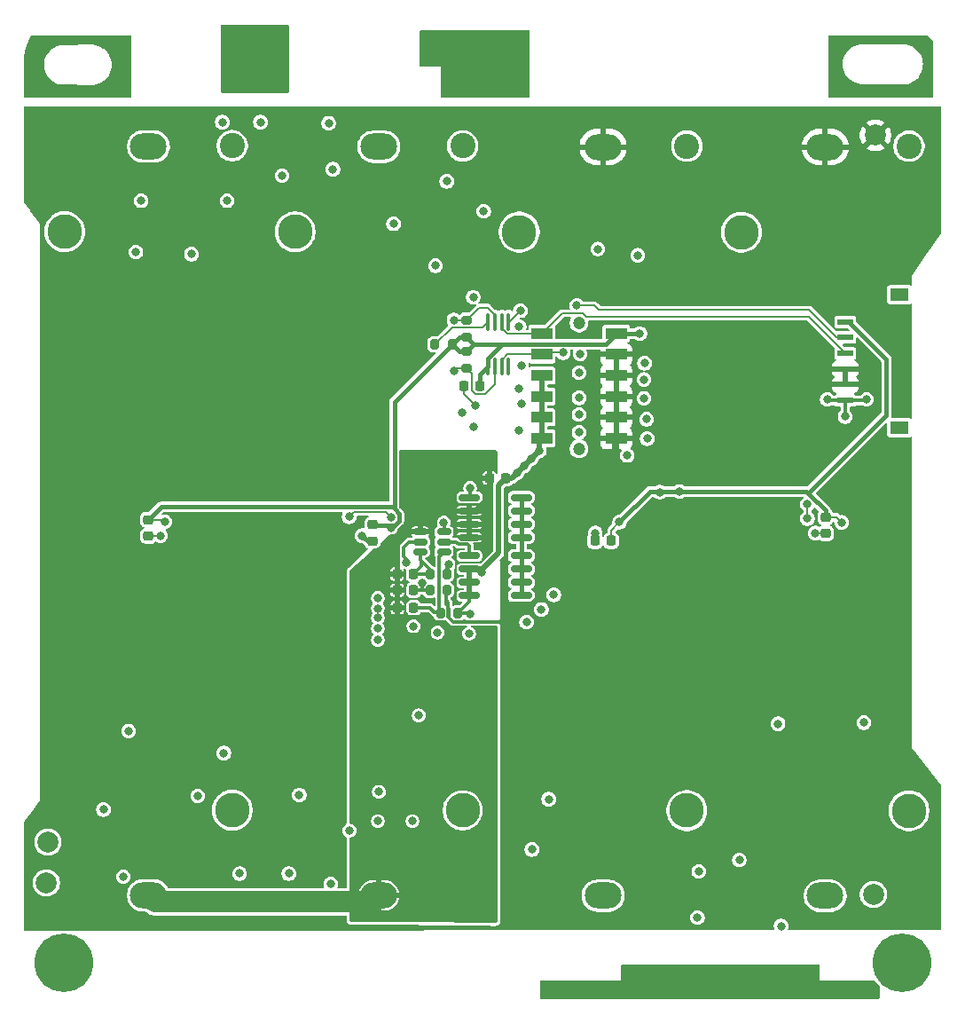
<source format=gbr>
%TF.GenerationSoftware,KiCad,Pcbnew,9.0.0*%
%TF.CreationDate,2025-09-25T15:35:20-07:00*%
%TF.ProjectId,battery_pack_v2,62617474-6572-4795-9f70-61636b5f7632,rev?*%
%TF.SameCoordinates,Original*%
%TF.FileFunction,Copper,L4,Bot*%
%TF.FilePolarity,Positive*%
%FSLAX46Y46*%
G04 Gerber Fmt 4.6, Leading zero omitted, Abs format (unit mm)*
G04 Created by KiCad (PCBNEW 9.0.0) date 2025-09-25 15:35:20*
%MOMM*%
%LPD*%
G01*
G04 APERTURE LIST*
G04 Aperture macros list*
%AMRoundRect*
0 Rectangle with rounded corners*
0 $1 Rounding radius*
0 $2 $3 $4 $5 $6 $7 $8 $9 X,Y pos of 4 corners*
0 Add a 4 corners polygon primitive as box body*
4,1,4,$2,$3,$4,$5,$6,$7,$8,$9,$2,$3,0*
0 Add four circle primitives for the rounded corners*
1,1,$1+$1,$2,$3*
1,1,$1+$1,$4,$5*
1,1,$1+$1,$6,$7*
1,1,$1+$1,$8,$9*
0 Add four rect primitives between the rounded corners*
20,1,$1+$1,$2,$3,$4,$5,0*
20,1,$1+$1,$4,$5,$6,$7,0*
20,1,$1+$1,$6,$7,$8,$9,0*
20,1,$1+$1,$8,$9,$2,$3,0*%
G04 Aperture macros list end*
%TA.AperFunction,SMDPad,CuDef*%
%ADD10R,2.000000X1.100000*%
%TD*%
%TA.AperFunction,ComponentPad*%
%ADD11C,1.200000*%
%TD*%
%TA.AperFunction,ComponentPad*%
%ADD12C,5.600000*%
%TD*%
%TA.AperFunction,ComponentPad*%
%ADD13C,3.300000*%
%TD*%
%TA.AperFunction,ComponentPad*%
%ADD14C,2.400000*%
%TD*%
%TA.AperFunction,ComponentPad*%
%ADD15O,3.500000X2.500000*%
%TD*%
%TA.AperFunction,ComponentPad*%
%ADD16C,2.000000*%
%TD*%
%TA.AperFunction,SMDPad,CuDef*%
%ADD17RoundRect,0.150000X-0.825000X-0.150000X0.825000X-0.150000X0.825000X0.150000X-0.825000X0.150000X0*%
%TD*%
%TA.AperFunction,SMDPad,CuDef*%
%ADD18RoundRect,0.200000X0.200000X0.275000X-0.200000X0.275000X-0.200000X-0.275000X0.200000X-0.275000X0*%
%TD*%
%TA.AperFunction,SMDPad,CuDef*%
%ADD19RoundRect,0.150000X0.512500X0.150000X-0.512500X0.150000X-0.512500X-0.150000X0.512500X-0.150000X0*%
%TD*%
%TA.AperFunction,SMDPad,CuDef*%
%ADD20RoundRect,0.225000X0.225000X0.250000X-0.225000X0.250000X-0.225000X-0.250000X0.225000X-0.250000X0*%
%TD*%
%TA.AperFunction,SMDPad,CuDef*%
%ADD21RoundRect,0.200000X-0.200000X-0.275000X0.200000X-0.275000X0.200000X0.275000X-0.200000X0.275000X0*%
%TD*%
%TA.AperFunction,SMDPad,CuDef*%
%ADD22RoundRect,0.225000X-0.250000X0.225000X-0.250000X-0.225000X0.250000X-0.225000X0.250000X0.225000X0*%
%TD*%
%TA.AperFunction,SMDPad,CuDef*%
%ADD23RoundRect,0.225000X-0.225000X-0.250000X0.225000X-0.250000X0.225000X0.250000X-0.225000X0.250000X0*%
%TD*%
%TA.AperFunction,SMDPad,CuDef*%
%ADD24R,1.500000X0.600000*%
%TD*%
%TA.AperFunction,SMDPad,CuDef*%
%ADD25R,1.800000X1.250000*%
%TD*%
%TA.AperFunction,SMDPad,CuDef*%
%ADD26O,0.360000X1.690000*%
%TD*%
%TA.AperFunction,SMDPad,CuDef*%
%ADD27RoundRect,0.200000X0.275000X-0.200000X0.275000X0.200000X-0.275000X0.200000X-0.275000X-0.200000X0*%
%TD*%
%TA.AperFunction,SMDPad,CuDef*%
%ADD28RoundRect,0.200000X-0.275000X0.200000X-0.275000X-0.200000X0.275000X-0.200000X0.275000X0.200000X0*%
%TD*%
%TA.AperFunction,ViaPad*%
%ADD29C,0.800000*%
%TD*%
%TA.AperFunction,Conductor*%
%ADD30C,0.152400*%
%TD*%
%TA.AperFunction,Conductor*%
%ADD31C,0.500000*%
%TD*%
%TA.AperFunction,Conductor*%
%ADD32C,2.000000*%
%TD*%
%TA.AperFunction,Conductor*%
%ADD33C,0.300000*%
%TD*%
%TA.AperFunction,Conductor*%
%ADD34C,0.400000*%
%TD*%
G04 APERTURE END LIST*
D10*
%TO.P,J1,1,Pin_1*%
%TO.N,PACK+*%
X167250506Y-81469670D03*
%TO.P,J1,2,Pin_2*%
%TO.N,PACK-*%
X160150506Y-81469670D03*
%TO.P,J1,3,Pin_3*%
%TO.N,PACK+*%
X167250506Y-79469670D03*
%TO.P,J1,4,Pin_4*%
%TO.N,PACK-*%
X160150506Y-79469670D03*
%TO.P,J1,5,Pin_5*%
%TO.N,PACK+*%
X167250506Y-77469670D03*
%TO.P,J1,6,Pin_6*%
%TO.N,PACK-*%
X160150506Y-77469670D03*
%TO.P,J1,7,Pin_7*%
%TO.N,PACK+*%
X167250506Y-75469670D03*
%TO.P,J1,8,Pin_8*%
%TO.N,PACK-*%
X160150506Y-75469670D03*
%TO.P,J1,9,Pin_9*%
%TO.N,PACK+*%
X167250506Y-73469670D03*
%TO.P,J1,10,Pin_10*%
%TO.N,/SDA_IN*%
X160150506Y-73469670D03*
%TO.P,J1,11,Pin_11*%
%TO.N,+3V3*%
X167250506Y-71469670D03*
%TO.P,J1,12,Pin_12*%
%TO.N,/SCL_IN*%
X160150506Y-71469670D03*
D11*
%TO.P,J1,*%
%TO.N,*%
X163700506Y-70469670D03*
X163700506Y-82469670D03*
%TD*%
D12*
%TO.P,,1*%
%TO.N,Chassis Ground*%
X194500000Y-131530000D03*
%TD*%
D13*
%TO.P,BT3,*%
%TO.N,*%
X130600000Y-116950000D03*
X114600000Y-61750000D03*
D14*
X130600000Y-53550000D03*
D15*
%TO.P,BT3,1,+*%
%TO.N,BM*%
X122600000Y-53630000D03*
%TO.P,BT3,2,-*%
%TO.N,B-*%
X122600000Y-125070000D03*
%TD*%
D16*
%TO.P,TP2,1,1*%
%TO.N,B-*%
X113000000Y-120000000D03*
%TD*%
%TO.P,TP5,1,1*%
%TO.N,PACK+*%
X192000000Y-52550000D03*
%TD*%
D13*
%TO.P,BT1,*%
%TO.N,*%
X152600000Y-116970000D03*
X136600000Y-61770000D03*
D14*
X152600000Y-53570000D03*
D15*
%TO.P,BT1,1,+*%
%TO.N,BM*%
X144600000Y-53650000D03*
%TO.P,BT1,2,-*%
%TO.N,B-*%
X144600000Y-125090000D03*
%TD*%
D13*
%TO.P,BT2,*%
%TO.N,*%
X174000000Y-116990000D03*
X158000000Y-61790000D03*
D14*
X174000000Y-53590000D03*
D15*
%TO.P,BT2,1,+*%
%TO.N,PACK+*%
X166000000Y-53670000D03*
%TO.P,BT2,2,-*%
%TO.N,BM*%
X166000000Y-125110000D03*
%TD*%
D12*
%TO.P,,1*%
%TO.N,Chassis Ground*%
X114500000Y-131530000D03*
%TD*%
D16*
%TO.P,TP4,1,1*%
%TO.N,PACK-*%
X112860000Y-123900000D03*
%TD*%
%TO.P,TP3,1,1*%
%TO.N,BM*%
X191800000Y-125000000D03*
%TD*%
D13*
%TO.P,BT4,*%
%TO.N,*%
X195200000Y-117000000D03*
X179200000Y-61800000D03*
D14*
X195200000Y-53600000D03*
D15*
%TO.P,BT4,1,+*%
%TO.N,PACK+*%
X187200000Y-53680000D03*
%TO.P,BT4,2,-*%
%TO.N,BM*%
X187200000Y-125120000D03*
%TD*%
D17*
%TO.P,Q2,1,S*%
%TO.N,PACK-*%
X153230098Y-96480999D03*
%TO.P,Q2,2,S*%
X153230098Y-95210999D03*
%TO.P,Q2,3,S*%
X153230098Y-93940999D03*
%TO.P,Q2,4,G*%
%TO.N,Net-(Q2-G)*%
X153230098Y-92670999D03*
%TO.P,Q2,5,D*%
%TO.N,Net-(Q1-D-Pad5)*%
X158180098Y-92670999D03*
%TO.P,Q2,6,D*%
X158180098Y-93940999D03*
%TO.P,Q2,7,D*%
X158180098Y-95210999D03*
%TO.P,Q2,8,D*%
X158180098Y-96480999D03*
%TD*%
D18*
%TO.P,R4,1*%
%TO.N,BM*%
X151130098Y-94426000D03*
%TO.P,R4,2*%
%TO.N,Net-(U1-VC)*%
X149480098Y-94426000D03*
%TD*%
D19*
%TO.P,U1,1,DOUT*%
%TO.N,Net-(Q1-G)*%
X150812599Y-90396001D03*
%TO.P,U1,2,COUT*%
%TO.N,Net-(Q2-G)*%
X150812599Y-91346000D03*
%TO.P,U1,3,V-*%
%TO.N,Net-(U1-V-)*%
X150812599Y-92295999D03*
%TO.P,U1,4,VC*%
%TO.N,Net-(U1-VC)*%
X148537599Y-92295999D03*
%TO.P,U1,5,VDD*%
%TO.N,/VDD*%
X148537599Y-91346000D03*
%TO.P,U1,6,VSS*%
%TO.N,B-*%
X148537599Y-90396001D03*
%TD*%
D20*
%TO.P,C10,1*%
%TO.N,+3V3*%
X154275000Y-76500000D03*
%TO.P,C10,2*%
%TO.N,PACK-*%
X152725000Y-76500000D03*
%TD*%
D21*
%TO.P,R8,1*%
%TO.N,Net-(U3-EN)*%
X149925000Y-72500000D03*
%TO.P,R8,2*%
%TO.N,+3V3*%
X151575000Y-72500000D03*
%TD*%
D22*
%TO.P,C11,1*%
%TO.N,+3V3*%
X122600000Y-89225000D03*
%TO.P,C11,2*%
%TO.N,PACK-*%
X122600000Y-90775000D03*
%TD*%
%TO.P,C14,1*%
%TO.N,+3V3*%
X187250000Y-88975000D03*
%TO.P,C14,2*%
%TO.N,PACK-*%
X187250000Y-90525000D03*
%TD*%
D23*
%TO.P,C7,1*%
%TO.N,B-*%
X146360098Y-97616000D03*
%TO.P,C7,2*%
%TO.N,Net-(U1-V-)*%
X147910098Y-97616000D03*
%TD*%
D24*
%TO.P,U7,1,1*%
%TO.N,+3V3*%
X189122500Y-70350000D03*
%TO.P,U7,2,2*%
%TO.N,/SDA_IN*%
X189122500Y-71850000D03*
%TO.P,U7,3,3*%
%TO.N,/SCL_IN*%
X189122500Y-73349999D03*
%TO.P,U7,4,4*%
%TO.N,PACK+*%
X189122500Y-74850001D03*
%TO.P,U7,5,5*%
X189122500Y-76350000D03*
%TO.P,U7,6,6*%
%TO.N,PACK-*%
X189122500Y-77850000D03*
D25*
%TO.P,U7,7,7*%
%TO.N,unconnected-(U7-Pad7)*%
X194302501Y-80450000D03*
%TO.P,U7,8,8*%
%TO.N,unconnected-(U7-Pad8)*%
X194302501Y-67750000D03*
%TD*%
D23*
%TO.P,C8,1*%
%TO.N,B-*%
X146340097Y-94435999D03*
%TO.P,C8,2*%
%TO.N,Net-(U1-VC)*%
X147890097Y-94435999D03*
%TD*%
D21*
%TO.P,R3,1*%
%TO.N,Net-(U1-V-)*%
X150470098Y-98136000D03*
%TO.P,R3,2*%
%TO.N,PACK-*%
X152120098Y-98136000D03*
%TD*%
D23*
%TO.P,C9,1*%
%TO.N,B-*%
X146350099Y-95986000D03*
%TO.P,C9,2*%
%TO.N,/VDD*%
X147900099Y-95986000D03*
%TD*%
D26*
%TO.P,U3,1,EN*%
%TO.N,Net-(U3-EN)*%
X155020000Y-70350000D03*
%TO.P,U3,2,SCLOUT*%
%TO.N,/SCL*%
X155680000Y-70350000D03*
%TO.P,U3,3,SCLIN*%
%TO.N,/SCL_IN*%
X156330000Y-70350000D03*
%TO.P,U3,4,GND*%
%TO.N,PACK-*%
X156980000Y-70350000D03*
%TO.P,U3,5,READY*%
%TO.N,unconnected-(U3-READY-Pad5)*%
X156980000Y-74650000D03*
%TO.P,U3,6,SDAIN*%
%TO.N,/SDA_IN*%
X156330000Y-74650000D03*
%TO.P,U3,7,SDAOUT*%
%TO.N,/SDA*%
X155680000Y-74650000D03*
%TO.P,U3,8,VCC*%
%TO.N,+3V3*%
X155020000Y-74650000D03*
%TD*%
D20*
%TO.P,C13,1*%
%TO.N,+3V3*%
X166775000Y-91250000D03*
%TO.P,C13,2*%
%TO.N,PACK-*%
X165225000Y-91250000D03*
%TD*%
D17*
%TO.P,Q1,1,S*%
%TO.N,B-*%
X153240099Y-90921000D03*
%TO.P,Q1,2,S*%
X153240099Y-89651000D03*
%TO.P,Q1,3,S*%
X153240099Y-88381000D03*
%TO.P,Q1,4,G*%
%TO.N,Net-(Q1-G)*%
X153240099Y-87111000D03*
%TO.P,Q1,5,D*%
%TO.N,Net-(Q1-D-Pad5)*%
X158190099Y-87111000D03*
%TO.P,Q1,6,D*%
X158190099Y-88381000D03*
%TO.P,Q1,7,D*%
X158190099Y-89651000D03*
%TO.P,Q1,8,D*%
X158190099Y-90921000D03*
%TD*%
D27*
%TO.P,R7,1*%
%TO.N,/SDA*%
X153000000Y-74825000D03*
%TO.P,R7,2*%
%TO.N,+3V3*%
X153000000Y-73175000D03*
%TD*%
D28*
%TO.P,R6,1*%
%TO.N,/SCL*%
X153000000Y-70175000D03*
%TO.P,R6,2*%
%TO.N,+3V3*%
X153000000Y-71825000D03*
%TD*%
D18*
%TO.P,R5,1*%
%TO.N,PACK+*%
X151120097Y-95965999D03*
%TO.P,R5,2*%
%TO.N,/VDD*%
X149470097Y-95965999D03*
%TD*%
D22*
%TO.P,C12,1*%
%TO.N,+3V3*%
X144000000Y-89725000D03*
%TO.P,C12,2*%
%TO.N,PACK-*%
X144000000Y-91275000D03*
%TD*%
D23*
%TO.P,C5,1*%
%TO.N,B-*%
X155160097Y-85255999D03*
%TO.P,C5,2*%
%TO.N,PACK-*%
X156710097Y-85255999D03*
%TD*%
D29*
%TO.N,/VDD*%
X147190097Y-93301507D03*
X148705560Y-95268460D03*
%TO.N,PACK-*%
X121900000Y-58800000D03*
X182700000Y-108700000D03*
X139800000Y-51400000D03*
X163700000Y-77600000D03*
X169300000Y-64000000D03*
X144500000Y-99600000D03*
X158000000Y-80700000D03*
X158200000Y-78200000D03*
X169900000Y-75850000D03*
X165250000Y-90500000D03*
X179000000Y-121700000D03*
X144500000Y-100700000D03*
X146000000Y-61000000D03*
X129800000Y-111500000D03*
X183000000Y-128000000D03*
X163700000Y-75200000D03*
X163700000Y-79200000D03*
X147800000Y-118000000D03*
X148400000Y-107900000D03*
X161300000Y-96400000D03*
X168300000Y-83100000D03*
X137000000Y-115500000D03*
X153600000Y-68000000D03*
X118300000Y-116900000D03*
X126700000Y-63900000D03*
X141800000Y-118900000D03*
X165500000Y-63400000D03*
X157775506Y-84775506D03*
X175132930Y-122786059D03*
X143000000Y-90750000D03*
X123750000Y-90750000D03*
X158700000Y-99000000D03*
X189100000Y-79400000D03*
X159925506Y-82625506D03*
X153200000Y-100100000D03*
X169900000Y-77650000D03*
X150200000Y-100000000D03*
X190900000Y-108600000D03*
X130100000Y-58800000D03*
X121400000Y-63700000D03*
X151070035Y-56949400D03*
X140200000Y-55800000D03*
X160800000Y-115900000D03*
X131300000Y-123000000D03*
X154400000Y-94250000D03*
X170150000Y-79650000D03*
X136000000Y-123000000D03*
X135350000Y-56400000D03*
X152500000Y-79000000D03*
X154600000Y-59800000D03*
X175000000Y-127200000D03*
X159200000Y-120700000D03*
X153300000Y-98200000D03*
X144500000Y-118000000D03*
X153800000Y-78300000D03*
X120700000Y-109400000D03*
X147900000Y-99400000D03*
X160100000Y-97800000D03*
X169950000Y-74300000D03*
X129650000Y-51300000D03*
X120200000Y-123300000D03*
X158100000Y-69300000D03*
X127300000Y-115600000D03*
X133300000Y-51300000D03*
X153600000Y-80400000D03*
X144500000Y-98600000D03*
X150000000Y-65000000D03*
X187400000Y-77750000D03*
X170200000Y-81500000D03*
X144500000Y-96700000D03*
X186250000Y-90500000D03*
X144500000Y-97700000D03*
X163800000Y-73400000D03*
X191150000Y-77750000D03*
X158475506Y-84075506D03*
X159125506Y-83425506D03*
X158200000Y-74500000D03*
X144600000Y-115200000D03*
X140000000Y-124000000D03*
X163700000Y-80900000D03*
%TO.N,BM*%
X151250000Y-93500000D03*
%TO.N,PACK+*%
X172400000Y-70800000D03*
X184550000Y-67650000D03*
X181950000Y-67700000D03*
X181950000Y-71150000D03*
X174450000Y-67700000D03*
X179100000Y-67650000D03*
X172450000Y-67600000D03*
X179050000Y-71100000D03*
X176650000Y-67700000D03*
X176750000Y-71050000D03*
X174450000Y-71000000D03*
X184450000Y-71450000D03*
%TO.N,Net-(Q1-G)*%
X150800000Y-89500000D03*
X153300000Y-86200000D03*
%TO.N,/SDA_IN*%
X163500000Y-68800000D03*
X162200000Y-73300000D03*
%TO.N,+3V3*%
X145750000Y-90000003D03*
X169500000Y-71469670D03*
X171400000Y-86600000D03*
X124165461Y-89429961D03*
X173300000Y-86535565D03*
X188770981Y-89489804D03*
X167565877Y-89470688D03*
%TO.N,/SCL*%
X158000000Y-70823800D03*
X185500000Y-89124000D03*
X185500000Y-87750000D03*
X151763683Y-70176000D03*
%TO.N,/SDA*%
X145750000Y-89000000D03*
X151750000Y-75000000D03*
X158000000Y-76750000D03*
X141750000Y-88962447D03*
%TD*%
D30*
%TO.N,/SCL_IN*%
X185636250Y-69863750D02*
X185622501Y-69850000D01*
X156330000Y-70350000D02*
X156330000Y-71011578D01*
X156818422Y-71500000D02*
X160120176Y-71500000D01*
X156330000Y-71011578D02*
X156818422Y-71500000D01*
X160120176Y-71500000D02*
X162081706Y-69538470D01*
X162081706Y-69538470D02*
X164086222Y-69538470D01*
X164086222Y-69538470D02*
X164411502Y-69863750D01*
X164411502Y-69863750D02*
X185636250Y-69863750D01*
%TO.N,/SDA_IN*%
X165576200Y-69200000D02*
X185650000Y-69200000D01*
X188300000Y-71850000D02*
X189122500Y-71850000D01*
X163500000Y-68800000D02*
X165176200Y-68800000D01*
X165176200Y-68800000D02*
X165576200Y-69200000D01*
X185650000Y-69200000D02*
X188300000Y-71850000D01*
D31*
%TO.N,B-*%
X146360098Y-97616000D02*
X146360098Y-95995999D01*
D32*
X122600000Y-125070000D02*
X123230000Y-125700000D01*
D31*
X146360098Y-95995999D02*
X146350099Y-95986000D01*
D33*
X153240099Y-89651000D02*
X153240099Y-88381000D01*
D31*
X146340097Y-94435999D02*
X146340097Y-91231839D01*
X153240099Y-88381000D02*
X153799199Y-88381000D01*
X147175935Y-90396001D02*
X148537599Y-90396001D01*
D32*
X143990000Y-125700000D02*
X144600000Y-125090000D01*
D33*
X153240099Y-90921000D02*
X153240099Y-89651000D01*
D31*
X155250000Y-85345902D02*
X155160097Y-85255999D01*
X153799199Y-88381000D02*
X155250000Y-86930199D01*
D32*
X123230000Y-125700000D02*
X143990000Y-125700000D01*
D31*
X155250000Y-86930199D02*
X155250000Y-85345902D01*
X146340097Y-91231839D02*
X147175935Y-90396001D01*
X146350099Y-95986000D02*
X146350099Y-94446001D01*
X146350099Y-94446001D02*
X146340097Y-94435999D01*
D33*
%TO.N,Net-(U1-V-)*%
X150369097Y-98034999D02*
X150470098Y-98136000D01*
X149470098Y-97636000D02*
X147930098Y-97636000D01*
X147930098Y-97636000D02*
X147910098Y-97616000D01*
X149869097Y-98034999D02*
X150369097Y-98034999D01*
X149869097Y-98034999D02*
X149470098Y-97636000D01*
X150369097Y-92739501D02*
X150369097Y-98034999D01*
X150812599Y-92295999D02*
X150369097Y-92739501D01*
%TO.N,Net-(U1-VC)*%
X148537599Y-93079159D02*
X148640188Y-93181748D01*
X148537599Y-92295999D02*
X148537599Y-93079159D01*
X148640188Y-93181748D02*
X148640188Y-93685908D01*
X147890097Y-94435999D02*
X149470099Y-94435999D01*
X149480098Y-94021658D02*
X149480098Y-94426000D01*
X148640188Y-93685908D02*
X147890097Y-94435999D01*
X149470099Y-94435999D02*
X149480098Y-94426000D01*
X148537599Y-93079159D02*
X149480098Y-94021658D01*
%TO.N,/VDD*%
X147900099Y-95986000D02*
X148770429Y-95986000D01*
X148770429Y-95986000D02*
X149450096Y-95986000D01*
X147190097Y-92971175D02*
X146941097Y-92722175D01*
X148770429Y-95986000D02*
X148770429Y-95333329D01*
X147475936Y-91346000D02*
X148537599Y-91346000D01*
X146941097Y-91880839D02*
X147475936Y-91346000D01*
X148770429Y-95333329D02*
X148705560Y-95268460D01*
X147190097Y-93301507D02*
X147190097Y-92971175D01*
X149450096Y-95986000D02*
X149470097Y-95965999D01*
X146941097Y-92722175D02*
X146941097Y-91880839D01*
D31*
%TO.N,PACK-*%
X160150506Y-77469670D02*
X160150506Y-76000000D01*
D33*
X187500000Y-77850000D02*
X187400000Y-77750000D01*
X189122500Y-79377500D02*
X189100000Y-79400000D01*
D34*
X144000000Y-91275000D02*
X143525000Y-91275000D01*
D30*
X122775000Y-90750000D02*
X122750000Y-90775000D01*
D31*
X160150506Y-76000000D02*
X160150506Y-75469670D01*
X158475506Y-84075506D02*
X159125506Y-83425506D01*
D33*
X153236000Y-98136000D02*
X153300000Y-98200000D01*
D30*
X123750000Y-90750000D02*
X122775000Y-90750000D01*
D31*
X159925506Y-82625506D02*
X159925506Y-81694670D01*
D33*
X153230098Y-97026000D02*
X153230098Y-96480999D01*
D31*
X154400000Y-94250000D02*
X154090999Y-93940999D01*
X160150506Y-79469670D02*
X160150506Y-77469670D01*
D30*
X165250000Y-90500000D02*
X165250000Y-91225000D01*
D31*
X154090999Y-93940999D02*
X153230098Y-93940999D01*
D33*
X189122500Y-77850000D02*
X191050000Y-77850000D01*
X152120098Y-98136000D02*
X153230098Y-97026000D01*
D31*
X156000000Y-85966096D02*
X156710097Y-85255999D01*
X159925506Y-81694670D02*
X160150506Y-81469670D01*
X160150506Y-81469670D02*
X160150506Y-79469670D01*
D30*
X156980000Y-70350000D02*
X157050000Y-70350000D01*
D33*
X189122500Y-77850000D02*
X189122500Y-79377500D01*
D31*
X157295013Y-85255999D02*
X156710097Y-85255999D01*
X159125506Y-83425506D02*
X159925506Y-82625506D01*
X153230098Y-93940999D02*
X154459001Y-93940999D01*
D30*
X152725000Y-77225000D02*
X153800000Y-78300000D01*
D31*
X156000000Y-92400000D02*
X156000000Y-85966096D01*
D33*
X191050000Y-77850000D02*
X191150000Y-77750000D01*
D31*
X157775506Y-84775506D02*
X157295013Y-85255999D01*
X154459001Y-93940999D02*
X156000000Y-92400000D01*
D30*
X186275000Y-90525000D02*
X186250000Y-90500000D01*
D33*
X152120098Y-98136000D02*
X153236000Y-98136000D01*
D31*
X153230098Y-95210999D02*
X153230098Y-96480999D01*
D30*
X165250000Y-91225000D02*
X165225000Y-91250000D01*
D31*
X153230098Y-93940999D02*
X153230098Y-95210999D01*
D33*
X189122500Y-77850000D02*
X187500000Y-77850000D01*
D31*
X157775506Y-84775506D02*
X158475506Y-84075506D01*
D30*
X152725000Y-76500000D02*
X152725000Y-77225000D01*
D34*
X143525000Y-91275000D02*
X143000000Y-90750000D01*
D30*
X187250000Y-90525000D02*
X186275000Y-90525000D01*
X157050000Y-70350000D02*
X158100000Y-69300000D01*
D33*
%TO.N,BM*%
X151130098Y-93619902D02*
X151250000Y-93500000D01*
X151130098Y-94426000D02*
X151130098Y-93619902D01*
%TO.N,PACK+*%
X151221098Y-97127226D02*
X151221098Y-98496774D01*
X151686324Y-98962000D02*
X157386774Y-98962000D01*
X167000000Y-81720176D02*
X167250506Y-81469670D01*
X157386774Y-98962000D02*
X157674387Y-98674387D01*
X167250506Y-81469670D02*
X167250506Y-73469670D01*
X151221098Y-98496774D02*
X151686324Y-98962000D01*
X151000000Y-96086096D02*
X151000000Y-96906128D01*
X172400000Y-70800000D02*
X172450000Y-70850000D01*
X167000000Y-85500000D02*
X167000000Y-81720176D01*
X157598775Y-98750000D02*
X157674387Y-98674387D01*
X162500000Y-93848774D02*
X162500000Y-90000000D01*
X151120097Y-95965999D02*
X151000000Y-96086096D01*
X157674387Y-98674387D02*
X162500000Y-93848774D01*
X151000000Y-96906128D02*
X151221098Y-97127226D01*
X162500000Y-90000000D02*
X167000000Y-85500000D01*
%TO.N,Net-(Q1-G)*%
X150812599Y-90396001D02*
X150812599Y-89512599D01*
X153300000Y-87051099D02*
X153240099Y-87111000D01*
X150812599Y-89512599D02*
X150800000Y-89500000D01*
X153300000Y-86200000D02*
X153300000Y-87051099D01*
D34*
%TO.N,Net-(Q1-D-Pad5)*%
X158180098Y-96480999D02*
X158180098Y-95210999D01*
X158190099Y-89651000D02*
X158190099Y-88381000D01*
X158180098Y-95210999D02*
X158180098Y-93940999D01*
X158190099Y-90921000D02*
X158190099Y-89651000D01*
X158180098Y-93940999D02*
X158180098Y-92670999D01*
X158180098Y-92670999D02*
X158180098Y-90931001D01*
X158190099Y-88381000D02*
X158190099Y-87111000D01*
X158180098Y-90931001D02*
X158190099Y-90921000D01*
D33*
%TO.N,Net-(Q2-G)*%
X153230098Y-91730098D02*
X153072000Y-91572000D01*
X153072000Y-91572000D02*
X152203421Y-91572000D01*
X152203421Y-91572000D02*
X151977421Y-91346000D01*
X153230098Y-92670999D02*
X153230098Y-91730098D01*
X151977421Y-91346000D02*
X150812599Y-91346000D01*
D30*
%TO.N,/SDA_IN*%
X160320176Y-73300000D02*
X160150506Y-73469670D01*
X156848752Y-73469670D02*
X156330000Y-73988422D01*
X160150506Y-73469670D02*
X156848752Y-73469670D01*
X156330000Y-73988422D02*
X156330000Y-74650000D01*
X162200000Y-73300000D02*
X160320176Y-73300000D01*
D34*
%TO.N,+3V3*%
X153000000Y-73175000D02*
X152250000Y-73175000D01*
X146081786Y-88000000D02*
X123825000Y-88000000D01*
X189474500Y-70350000D02*
X189122500Y-70350000D01*
X145882783Y-90000003D02*
X145750000Y-90000003D01*
X152250000Y-73175000D02*
X151575000Y-72500000D01*
D30*
X188256177Y-88975000D02*
X188770981Y-89489804D01*
D34*
X144076000Y-89801000D02*
X144000000Y-89725000D01*
X153675000Y-72500000D02*
X153000000Y-73175000D01*
X185418351Y-86535565D02*
X185591393Y-86708607D01*
X123825000Y-88000000D02*
X122600000Y-89225000D01*
X185591393Y-86708607D02*
X193050000Y-79250000D01*
X155020000Y-73823342D02*
X155020000Y-74650000D01*
X166220176Y-72500000D02*
X156343342Y-72500000D01*
D30*
X123960500Y-89225000D02*
X124165461Y-89429961D01*
D34*
X187250000Y-88367214D02*
X187250000Y-88975000D01*
X153675000Y-72500000D02*
X153000000Y-71825000D01*
X155020000Y-74650000D02*
X154275000Y-75395000D01*
X146191393Y-89691393D02*
X145882783Y-90000003D01*
X146551000Y-89331786D02*
X146191393Y-89691393D01*
D30*
X166775000Y-91250000D02*
X166775000Y-90261565D01*
D34*
X185591393Y-86708607D02*
X187250000Y-88367214D01*
X154275000Y-75395000D02*
X154275000Y-76500000D01*
X146081786Y-88000000D02*
X146081786Y-88199000D01*
X156343342Y-72500000D02*
X155020000Y-73823342D01*
X170501000Y-86535565D02*
X173300000Y-86535565D01*
X146081786Y-77993214D02*
X146081786Y-88000000D01*
X193050000Y-73925500D02*
X189474500Y-70350000D01*
X146081786Y-89801000D02*
X144076000Y-89801000D01*
X146551000Y-88668214D02*
X146551000Y-89331786D01*
X156343342Y-72500000D02*
X153675000Y-72500000D01*
X193050000Y-79250000D02*
X193050000Y-73925500D01*
X153000000Y-71825000D02*
X152250000Y-71825000D01*
D30*
X166775000Y-90261565D02*
X167565877Y-89470688D01*
D34*
X167250506Y-71469670D02*
X166220176Y-72500000D01*
X146081786Y-88199000D02*
X146551000Y-88668214D01*
X146191393Y-89691393D02*
X146081786Y-89801000D01*
X151575000Y-72500000D02*
X146081786Y-77993214D01*
X169500000Y-71469670D02*
X167250506Y-71469670D01*
X173300000Y-86535565D02*
X185418351Y-86535565D01*
D30*
X122600000Y-89225000D02*
X123960500Y-89225000D01*
X187250000Y-88975000D02*
X188256177Y-88975000D01*
D34*
X152250000Y-71825000D02*
X151575000Y-72500000D01*
X170501000Y-86535565D02*
X167565877Y-89470688D01*
D30*
%TO.N,/SCL_IN*%
X189122500Y-73349999D02*
X185636250Y-69863750D01*
%TO.N,/SCL*%
X185500000Y-87750000D02*
X185500000Y-89124000D01*
X154981578Y-69000000D02*
X154175000Y-69000000D01*
X155680000Y-69698422D02*
X154981578Y-69000000D01*
X153000000Y-70175000D02*
X151764683Y-70175000D01*
X154175000Y-69000000D02*
X153000000Y-70175000D01*
X151764683Y-70175000D02*
X151763683Y-70176000D01*
X155680000Y-70350000D02*
X155680000Y-69698422D01*
%TO.N,/SDA*%
X154714254Y-77252200D02*
X155680000Y-76286454D01*
X145250000Y-88500000D02*
X145750000Y-89000000D01*
X153835746Y-77252200D02*
X154714254Y-77252200D01*
X153500000Y-75325000D02*
X153500000Y-76916454D01*
X141750000Y-88962447D02*
X142212447Y-88500000D01*
X153000000Y-74825000D02*
X153500000Y-75325000D01*
X153500000Y-76916454D02*
X153835746Y-77252200D01*
X151925000Y-74825000D02*
X151750000Y-75000000D01*
X142212447Y-88500000D02*
X145250000Y-88500000D01*
X153000000Y-74825000D02*
X151925000Y-74825000D01*
X155680000Y-76286454D02*
X155680000Y-74650000D01*
%TO.N,Net-(U3-EN)*%
X154517800Y-70852200D02*
X151572800Y-70852200D01*
X151572800Y-70852200D02*
X149925000Y-72500000D01*
X155020000Y-70350000D02*
X154517800Y-70852200D01*
%TD*%
%TA.AperFunction,NonConductor*%
G36*
X186642121Y-131720002D02*
G01*
X186688614Y-131773658D01*
X186700000Y-131826000D01*
X186700000Y-133200000D01*
X191872261Y-133200000D01*
X191940382Y-133220002D01*
X191978947Y-133258963D01*
X192004944Y-133300337D01*
X192218847Y-133568563D01*
X192413096Y-133762812D01*
X192447120Y-133825122D01*
X192450000Y-133851906D01*
X192450000Y-134824000D01*
X192429998Y-134892121D01*
X192376342Y-134938614D01*
X192324000Y-134950000D01*
X160076000Y-134950000D01*
X160007879Y-134929998D01*
X159961386Y-134876342D01*
X159950000Y-134824000D01*
X159950000Y-133326000D01*
X159970002Y-133257879D01*
X160023658Y-133211386D01*
X160076000Y-133200000D01*
X167700000Y-133200000D01*
X167700000Y-131826000D01*
X167720002Y-131757879D01*
X167773658Y-131711386D01*
X167826000Y-131700000D01*
X186574000Y-131700000D01*
X186642121Y-131720002D01*
G37*
%TD.AperFunction*%
%TA.AperFunction,NonConductor*%
G36*
X158942121Y-42520002D02*
G01*
X158988614Y-42573658D01*
X159000000Y-42626000D01*
X159000000Y-48874000D01*
X158979998Y-48942121D01*
X158926342Y-48988614D01*
X158874000Y-49000000D01*
X150626000Y-49000000D01*
X150557879Y-48979998D01*
X150511386Y-48926342D01*
X150500000Y-48874000D01*
X150500000Y-46000000D01*
X148626000Y-46000000D01*
X148557879Y-45979998D01*
X148511386Y-45926342D01*
X148500000Y-45874000D01*
X148500000Y-42626000D01*
X148520002Y-42557879D01*
X148573658Y-42511386D01*
X148626000Y-42500000D01*
X158874000Y-42500000D01*
X158942121Y-42520002D01*
G37*
%TD.AperFunction*%
%TA.AperFunction,NonConductor*%
G36*
X135942121Y-42020002D02*
G01*
X135988614Y-42073658D01*
X136000000Y-42126000D01*
X136000000Y-48374000D01*
X135979998Y-48442121D01*
X135926342Y-48488614D01*
X135874000Y-48500000D01*
X129626000Y-48500000D01*
X129557879Y-48479998D01*
X129511386Y-48426342D01*
X129500000Y-48374000D01*
X129500000Y-42126000D01*
X129520002Y-42057879D01*
X129573658Y-42011386D01*
X129626000Y-42000000D01*
X135874000Y-42000000D01*
X135942121Y-42020002D01*
G37*
%TD.AperFunction*%
%TA.AperFunction,Conductor*%
%TO.N,B-*%
G36*
X155706038Y-82601201D02*
G01*
X155764341Y-82612798D01*
X155786872Y-82622130D01*
X155831084Y-82651672D01*
X155848327Y-82668915D01*
X155877869Y-82713127D01*
X155887201Y-82735657D01*
X155898799Y-82793961D01*
X155900000Y-82806155D01*
X155900000Y-84820077D01*
X155881694Y-84864271D01*
X155837500Y-84882577D01*
X155793306Y-84864271D01*
X155781812Y-84848452D01*
X155733214Y-84753075D01*
X155638020Y-84657881D01*
X155518067Y-84596761D01*
X155518060Y-84596759D01*
X155418561Y-84581000D01*
X155418546Y-84580999D01*
X155410097Y-84580999D01*
X155410097Y-85930998D01*
X155418545Y-85930998D01*
X155418553Y-85930997D01*
X155423220Y-85930258D01*
X155469734Y-85941423D01*
X155494730Y-85982208D01*
X155495500Y-85991988D01*
X155495500Y-92165140D01*
X155477194Y-92209334D01*
X154282243Y-93404284D01*
X154238049Y-93422590D01*
X154209675Y-93415778D01*
X154181657Y-93401503D01*
X154181653Y-93401501D01*
X154086933Y-93386499D01*
X154086932Y-93386499D01*
X152373264Y-93386499D01*
X152373262Y-93386499D01*
X152278542Y-93401501D01*
X152278541Y-93401501D01*
X152164374Y-93459673D01*
X152073772Y-93550275D01*
X152015600Y-93664442D01*
X152015600Y-93664443D01*
X152000598Y-93759163D01*
X152000598Y-94122834D01*
X152015600Y-94217554D01*
X152015600Y-94217555D01*
X152064978Y-94314463D01*
X152073772Y-94331722D01*
X152164375Y-94422325D01*
X152278543Y-94480497D01*
X152373264Y-94495499D01*
X152663098Y-94495499D01*
X152707292Y-94513805D01*
X152725598Y-94557999D01*
X152725598Y-94593999D01*
X152707292Y-94638193D01*
X152663098Y-94656499D01*
X152373262Y-94656499D01*
X152278542Y-94671501D01*
X152278541Y-94671501D01*
X152164374Y-94729673D01*
X152073772Y-94820275D01*
X152015600Y-94934442D01*
X152015600Y-94934443D01*
X152000598Y-95029163D01*
X152000598Y-95392834D01*
X152015600Y-95487554D01*
X152015600Y-95487555D01*
X152073772Y-95601722D01*
X152164375Y-95692325D01*
X152278543Y-95750497D01*
X152373264Y-95765499D01*
X152663098Y-95765499D01*
X152707292Y-95783805D01*
X152725598Y-95827999D01*
X152725598Y-95863999D01*
X152707292Y-95908193D01*
X152663098Y-95926499D01*
X152373262Y-95926499D01*
X152278542Y-95941501D01*
X152278541Y-95941501D01*
X152164374Y-95999673D01*
X152073772Y-96090275D01*
X152015600Y-96204442D01*
X152015600Y-96204443D01*
X152000598Y-96299163D01*
X152000598Y-96662834D01*
X152015600Y-96757554D01*
X152015600Y-96757555D01*
X152019120Y-96764463D01*
X152073772Y-96871722D01*
X152164375Y-96962325D01*
X152278543Y-97020497D01*
X152373264Y-97035499D01*
X152497662Y-97035499D01*
X152541856Y-97053805D01*
X152560162Y-97097999D01*
X152541856Y-97142193D01*
X152295853Y-97388194D01*
X152251659Y-97406500D01*
X151865343Y-97406500D01*
X151834647Y-97409378D01*
X151708740Y-97453436D01*
X151660980Y-97450754D01*
X151629105Y-97415085D01*
X151625598Y-97394443D01*
X151625598Y-97073974D01*
X151625596Y-97073966D01*
X151598033Y-96971098D01*
X151598029Y-96971089D01*
X151544780Y-96878860D01*
X151544779Y-96878859D01*
X151544778Y-96878857D01*
X151469467Y-96803546D01*
X151441060Y-96775139D01*
X151422754Y-96730945D01*
X151441060Y-96686751D01*
X151464610Y-96671953D01*
X151534870Y-96647368D01*
X151645107Y-96566009D01*
X151726466Y-96455772D01*
X151771718Y-96326450D01*
X151774597Y-96295748D01*
X151774596Y-95636251D01*
X151774596Y-95636244D01*
X151771718Y-95605548D01*
X151770379Y-95601722D01*
X151726466Y-95476226D01*
X151645107Y-95365989D01*
X151589988Y-95325309D01*
X151534871Y-95284630D01*
X151492248Y-95269716D01*
X151455169Y-95256741D01*
X151419502Y-95224867D01*
X151416820Y-95177106D01*
X151448695Y-95141438D01*
X151455161Y-95138759D01*
X151544871Y-95107369D01*
X151655108Y-95026010D01*
X151736467Y-94915773D01*
X151781719Y-94786451D01*
X151784598Y-94755749D01*
X151784597Y-94096252D01*
X151784597Y-94096245D01*
X151781719Y-94065551D01*
X151781719Y-94065549D01*
X151749934Y-93974712D01*
X151752616Y-93926954D01*
X151756960Y-93919348D01*
X151758379Y-93917223D01*
X151758383Y-93917220D01*
X151830011Y-93810022D01*
X151879348Y-93690911D01*
X151904500Y-93564463D01*
X151904500Y-93435537D01*
X151879348Y-93309089D01*
X151830011Y-93189978D01*
X151758383Y-93082780D01*
X151667220Y-92991617D01*
X151667219Y-92991616D01*
X151560023Y-92919989D01*
X151545459Y-92913957D01*
X151534031Y-92909223D01*
X151500208Y-92875399D01*
X151500207Y-92827563D01*
X151529575Y-92795793D01*
X151565822Y-92777325D01*
X151656425Y-92686722D01*
X151714597Y-92572554D01*
X151729599Y-92477833D01*
X151729599Y-92114165D01*
X151714597Y-92019444D01*
X151656425Y-91905276D01*
X151616342Y-91865193D01*
X151616341Y-91865190D01*
X151616339Y-91865190D01*
X151605651Y-91839383D01*
X151598036Y-91820999D01*
X151598036Y-91820995D01*
X151606921Y-91799548D01*
X151616341Y-91776806D01*
X151624345Y-91768803D01*
X151668536Y-91750500D01*
X151783984Y-91750500D01*
X151828178Y-91768806D01*
X151955046Y-91895675D01*
X151955055Y-91895682D01*
X152047284Y-91948931D01*
X152047287Y-91948932D01*
X152047290Y-91948934D01*
X152047291Y-91948934D01*
X152047293Y-91948935D01*
X152110247Y-91965803D01*
X152150168Y-91976500D01*
X152256674Y-91976500D01*
X152763098Y-91976500D01*
X152807292Y-91994806D01*
X152825598Y-92039000D01*
X152825598Y-92053999D01*
X152807292Y-92098193D01*
X152763098Y-92116499D01*
X152373262Y-92116499D01*
X152278542Y-92131501D01*
X152278541Y-92131501D01*
X152164374Y-92189673D01*
X152073772Y-92280275D01*
X152015600Y-92394442D01*
X152015600Y-92394443D01*
X152000598Y-92489163D01*
X152000598Y-92852834D01*
X152015600Y-92947554D01*
X152015600Y-92947555D01*
X152037983Y-92991483D01*
X152073772Y-93061722D01*
X152164375Y-93152325D01*
X152278543Y-93210497D01*
X152373264Y-93225499D01*
X152373266Y-93225499D01*
X154086930Y-93225499D01*
X154086932Y-93225499D01*
X154181653Y-93210497D01*
X154295821Y-93152325D01*
X154386424Y-93061722D01*
X154444596Y-92947554D01*
X154459598Y-92852833D01*
X154459598Y-92489165D01*
X154444596Y-92394444D01*
X154386424Y-92280276D01*
X154295821Y-92189673D01*
X154181653Y-92131501D01*
X154086933Y-92116499D01*
X154086932Y-92116499D01*
X153697098Y-92116499D01*
X153652904Y-92098193D01*
X153634598Y-92053999D01*
X153634598Y-91676846D01*
X153634597Y-91676840D01*
X153610914Y-91588456D01*
X153607032Y-91573967D01*
X153607032Y-91573966D01*
X153572121Y-91513500D01*
X153571462Y-91512226D01*
X153569547Y-91489722D01*
X153566598Y-91467323D01*
X153567537Y-91466098D01*
X153567407Y-91464563D01*
X153581959Y-91447302D01*
X153595718Y-91429373D01*
X153597474Y-91428902D01*
X153598242Y-91427992D01*
X153602095Y-91427664D01*
X153626969Y-91420999D01*
X154098317Y-91420999D01*
X154166345Y-91411088D01*
X154166352Y-91411086D01*
X154271286Y-91359787D01*
X154353886Y-91277187D01*
X154405185Y-91172252D01*
X154405187Y-91172246D01*
X154405369Y-91171000D01*
X153146543Y-91171000D01*
X153130367Y-91168870D01*
X153125253Y-91167500D01*
X153125252Y-91167500D01*
X152396858Y-91167500D01*
X152352664Y-91149194D01*
X152225795Y-91022324D01*
X152225786Y-91022317D01*
X152133557Y-90969068D01*
X152133548Y-90969064D01*
X152030680Y-90941501D01*
X152030675Y-90941500D01*
X152030674Y-90941500D01*
X152030673Y-90941500D01*
X151668536Y-90941500D01*
X151624342Y-90923194D01*
X151616342Y-90915194D01*
X151598036Y-90871000D01*
X151616341Y-90826806D01*
X151656425Y-90786724D01*
X151714597Y-90672556D01*
X151714843Y-90671000D01*
X152074829Y-90671000D01*
X152990099Y-90671000D01*
X153490099Y-90671000D01*
X154405368Y-90671000D01*
X154405187Y-90669753D01*
X154405185Y-90669747D01*
X154353886Y-90564812D01*
X154271286Y-90482212D01*
X154166348Y-90430912D01*
X154098317Y-90421000D01*
X153490099Y-90421000D01*
X153490099Y-90671000D01*
X152990099Y-90671000D01*
X152990099Y-90421000D01*
X152381881Y-90421000D01*
X152313852Y-90430911D01*
X152313845Y-90430913D01*
X152208911Y-90482212D01*
X152126311Y-90564812D01*
X152075012Y-90669747D01*
X152075010Y-90669753D01*
X152074829Y-90671000D01*
X151714843Y-90671000D01*
X151729599Y-90577835D01*
X151729599Y-90214167D01*
X151714597Y-90119446D01*
X151656425Y-90005278D01*
X151565822Y-89914675D01*
X151538984Y-89901000D01*
X152074829Y-89901000D01*
X152075010Y-89902246D01*
X152075012Y-89902252D01*
X152126311Y-90007187D01*
X152208911Y-90089787D01*
X152313849Y-90141087D01*
X152381880Y-90150999D01*
X152990099Y-90150999D01*
X153490099Y-90150999D01*
X154098317Y-90150999D01*
X154166345Y-90141088D01*
X154166352Y-90141086D01*
X154271286Y-90089787D01*
X154353886Y-90007187D01*
X154405185Y-89902252D01*
X154405187Y-89902246D01*
X154405369Y-89901000D01*
X153490099Y-89901000D01*
X153490099Y-90150999D01*
X152990099Y-90150999D01*
X152990099Y-89901000D01*
X152074829Y-89901000D01*
X151538984Y-89901000D01*
X151451654Y-89856503D01*
X151451653Y-89856502D01*
X151451652Y-89856502D01*
X151444656Y-89855394D01*
X151403870Y-89830399D01*
X151392705Y-89783885D01*
X151396690Y-89769753D01*
X151429348Y-89690911D01*
X151454500Y-89564463D01*
X151454500Y-89435537D01*
X151447630Y-89401000D01*
X152074829Y-89401000D01*
X152990099Y-89401000D01*
X153490099Y-89401000D01*
X154405368Y-89401000D01*
X154405187Y-89399753D01*
X154405185Y-89399747D01*
X154353886Y-89294812D01*
X154271286Y-89212212D01*
X154166348Y-89160912D01*
X154098317Y-89151000D01*
X153490099Y-89151000D01*
X153490099Y-89401000D01*
X152990099Y-89401000D01*
X152990099Y-89151000D01*
X152381881Y-89151000D01*
X152313852Y-89160911D01*
X152313845Y-89160913D01*
X152208911Y-89212212D01*
X152126311Y-89294812D01*
X152075012Y-89399747D01*
X152075010Y-89399753D01*
X152074829Y-89401000D01*
X151447630Y-89401000D01*
X151429348Y-89309089D01*
X151380011Y-89189978D01*
X151358280Y-89157456D01*
X151308383Y-89082780D01*
X151217219Y-88991616D01*
X151110023Y-88919989D01*
X150990909Y-88870651D01*
X150864463Y-88845500D01*
X150735537Y-88845500D01*
X150609090Y-88870651D01*
X150489976Y-88919989D01*
X150382780Y-88991616D01*
X150291616Y-89082780D01*
X150219989Y-89189976D01*
X150170651Y-89309090D01*
X150145500Y-89435536D01*
X150145500Y-89564463D01*
X150170652Y-89690911D01*
X150205683Y-89775486D01*
X150205682Y-89823321D01*
X150176315Y-89855091D01*
X150059375Y-89914675D01*
X149968773Y-90005277D01*
X149910601Y-90119444D01*
X149910601Y-90119445D01*
X149895599Y-90214165D01*
X149895599Y-90577836D01*
X149910601Y-90672556D01*
X149910601Y-90672557D01*
X149968773Y-90786724D01*
X150008855Y-90826806D01*
X150027161Y-90871000D01*
X150008856Y-90915194D01*
X149968772Y-90955278D01*
X149910601Y-91069443D01*
X149910601Y-91069444D01*
X149895599Y-91164164D01*
X149895599Y-91527835D01*
X149910601Y-91622555D01*
X149910601Y-91622556D01*
X149968773Y-91736723D01*
X150008855Y-91776805D01*
X150027161Y-91820999D01*
X150008856Y-91865193D01*
X149968772Y-91905277D01*
X149910601Y-92019442D01*
X149910601Y-92019443D01*
X149895599Y-92114163D01*
X149895599Y-92477834D01*
X149910601Y-92572554D01*
X149910602Y-92572558D01*
X149957785Y-92665158D01*
X149964597Y-92693532D01*
X149964597Y-93680943D01*
X149946291Y-93725137D01*
X149902097Y-93743443D01*
X149881455Y-93739936D01*
X149765551Y-93699379D01*
X149765546Y-93699378D01*
X149748605Y-93697790D01*
X149710246Y-93679757D01*
X148987682Y-92957193D01*
X148969376Y-92912999D01*
X148987682Y-92868805D01*
X149031876Y-92850499D01*
X149081931Y-92850499D01*
X149081933Y-92850499D01*
X149176654Y-92835497D01*
X149290822Y-92777325D01*
X149381425Y-92686722D01*
X149439597Y-92572554D01*
X149454599Y-92477833D01*
X149454599Y-92114165D01*
X149439597Y-92019444D01*
X149381425Y-91905276D01*
X149341342Y-91865193D01*
X149323036Y-91820999D01*
X149341341Y-91776805D01*
X149381425Y-91736723D01*
X149439597Y-91622555D01*
X149454599Y-91527834D01*
X149454599Y-91164166D01*
X149439597Y-91069445D01*
X149381425Y-90955277D01*
X149302805Y-90876657D01*
X149284499Y-90832463D01*
X149302805Y-90788269D01*
X149302805Y-90788268D01*
X149338886Y-90752187D01*
X149390185Y-90647253D01*
X149390187Y-90647247D01*
X149390369Y-90646001D01*
X147684829Y-90646001D01*
X147685010Y-90647247D01*
X147685012Y-90647253D01*
X147736311Y-90752188D01*
X147772390Y-90788267D01*
X147772392Y-90788268D01*
X147788618Y-90827440D01*
X147790698Y-90832463D01*
X147772393Y-90876657D01*
X147725855Y-90923194D01*
X147681663Y-90941500D01*
X147529189Y-90941500D01*
X147422683Y-90941500D01*
X147422682Y-90941500D01*
X147422676Y-90941501D01*
X147319808Y-90969064D01*
X147319805Y-90969065D01*
X147265244Y-91000566D01*
X147227567Y-91022319D01*
X147227565Y-91022320D01*
X147227563Y-91022322D01*
X147227560Y-91022324D01*
X146692728Y-91557159D01*
X146617421Y-91632465D01*
X146617414Y-91632473D01*
X146564165Y-91724702D01*
X146564161Y-91724711D01*
X146536598Y-91827579D01*
X146536597Y-91827587D01*
X146536597Y-92775426D01*
X146536598Y-92775434D01*
X146564161Y-92878302D01*
X146564165Y-92878311D01*
X146602787Y-92945205D01*
X146609031Y-92992631D01*
X146606404Y-93000372D01*
X146560749Y-93110595D01*
X146535597Y-93237043D01*
X146535597Y-93365970D01*
X146560748Y-93492416D01*
X146610087Y-93611531D01*
X146610087Y-93611532D01*
X146644996Y-93663775D01*
X146654329Y-93710692D01*
X146627754Y-93750465D01*
X146593030Y-93760999D01*
X146590097Y-93760999D01*
X146590097Y-94185999D01*
X146990096Y-94185999D01*
X146990096Y-94152552D01*
X146990095Y-94152548D01*
X146974334Y-94053029D01*
X146974333Y-94053026D01*
X146960760Y-94026389D01*
X146957005Y-93978701D01*
X146988071Y-93942326D01*
X147028640Y-93936714D01*
X147051827Y-93941325D01*
X147125634Y-93956007D01*
X147149095Y-93956007D01*
X147193289Y-93974313D01*
X147211595Y-94018507D01*
X147207654Y-94040348D01*
X147191737Y-94083022D01*
X147185597Y-94140127D01*
X147185597Y-94731870D01*
X147191737Y-94788973D01*
X147239922Y-94918164D01*
X147239924Y-94918167D01*
X147322550Y-95028540D01*
X147322555Y-95028545D01*
X147432928Y-95111171D01*
X147432933Y-95111174D01*
X147548573Y-95154305D01*
X147583584Y-95186900D01*
X147585291Y-95234705D01*
X147552696Y-95269716D01*
X147548574Y-95271423D01*
X147442933Y-95310825D01*
X147442930Y-95310827D01*
X147332557Y-95393453D01*
X147332552Y-95393458D01*
X147249926Y-95503831D01*
X147249924Y-95503834D01*
X147201739Y-95633025D01*
X147195599Y-95690128D01*
X147195599Y-96281871D01*
X147201739Y-96338974D01*
X147249924Y-96468165D01*
X147249926Y-96468168D01*
X147332552Y-96578541D01*
X147332557Y-96578546D01*
X147442930Y-96661172D01*
X147442933Y-96661174D01*
X147442936Y-96661175D01*
X147572126Y-96709360D01*
X147629235Y-96715500D01*
X147629241Y-96715500D01*
X148170957Y-96715500D01*
X148170963Y-96715500D01*
X148228072Y-96709360D01*
X148357262Y-96661175D01*
X148357262Y-96661174D01*
X148357264Y-96661174D01*
X148357267Y-96661172D01*
X148467640Y-96578546D01*
X148467639Y-96578546D01*
X148467643Y-96578544D01*
X148488184Y-96551104D01*
X148550271Y-96468168D01*
X148550274Y-96468163D01*
X148564076Y-96431159D01*
X148596671Y-96396148D01*
X148622635Y-96390500D01*
X148717176Y-96390500D01*
X148796542Y-96390500D01*
X148840736Y-96408806D01*
X148855535Y-96432358D01*
X148863727Y-96455772D01*
X148903078Y-96509089D01*
X148945087Y-96566009D01*
X149019768Y-96621126D01*
X149055322Y-96647367D01*
X149055323Y-96647367D01*
X149055324Y-96647368D01*
X149184646Y-96692620D01*
X149215348Y-96695499D01*
X149724845Y-96695498D01*
X149724851Y-96695498D01*
X149751161Y-96693031D01*
X149755548Y-96692620D01*
X149881455Y-96648563D01*
X149929215Y-96651245D01*
X149961090Y-96686914D01*
X149964597Y-96707556D01*
X149964597Y-97407561D01*
X149946291Y-97451755D01*
X149902097Y-97470061D01*
X149857903Y-97451755D01*
X149718472Y-97312324D01*
X149718463Y-97312317D01*
X149626234Y-97259068D01*
X149626225Y-97259064D01*
X149523357Y-97231501D01*
X149523352Y-97231500D01*
X149523351Y-97231500D01*
X149523350Y-97231500D01*
X148640093Y-97231500D01*
X148595899Y-97213194D01*
X148581535Y-97190845D01*
X148560273Y-97133837D01*
X148560271Y-97133834D01*
X148560270Y-97133831D01*
X148477644Y-97023458D01*
X148477639Y-97023453D01*
X148367266Y-96940827D01*
X148367263Y-96940825D01*
X148238072Y-96892640D01*
X148180969Y-96886500D01*
X148180962Y-96886500D01*
X147639234Y-96886500D01*
X147639226Y-96886500D01*
X147582123Y-96892640D01*
X147452932Y-96940825D01*
X147452929Y-96940827D01*
X147342556Y-97023453D01*
X147342551Y-97023458D01*
X147259925Y-97133831D01*
X147259923Y-97133834D01*
X147211738Y-97263025D01*
X147205598Y-97320128D01*
X147205598Y-97911871D01*
X147211738Y-97968974D01*
X147259923Y-98098165D01*
X147259925Y-98098168D01*
X147342551Y-98208541D01*
X147342556Y-98208546D01*
X147452929Y-98291172D01*
X147452932Y-98291174D01*
X147452935Y-98291175D01*
X147582125Y-98339360D01*
X147639234Y-98345500D01*
X147639240Y-98345500D01*
X148180956Y-98345500D01*
X148180962Y-98345500D01*
X148238071Y-98339360D01*
X148367261Y-98291175D01*
X148367261Y-98291174D01*
X148367263Y-98291174D01*
X148367266Y-98291172D01*
X148477639Y-98208546D01*
X148477638Y-98208546D01*
X148477642Y-98208544D01*
X148532296Y-98135536D01*
X148560270Y-98098168D01*
X148560270Y-98098167D01*
X148560269Y-98098167D01*
X148560273Y-98098163D01*
X148566615Y-98081158D01*
X148599209Y-98046149D01*
X148625174Y-98040500D01*
X149276661Y-98040500D01*
X149320855Y-98058806D01*
X149620722Y-98358674D01*
X149620731Y-98358681D01*
X149712960Y-98411930D01*
X149712963Y-98411931D01*
X149712966Y-98411933D01*
X149712967Y-98411933D01*
X149712969Y-98411934D01*
X149744253Y-98420316D01*
X149771075Y-98427503D01*
X149809025Y-98456623D01*
X149817126Y-98482039D01*
X149818477Y-98496450D01*
X149863729Y-98625773D01*
X149863729Y-98625774D01*
X149904408Y-98680891D01*
X149945088Y-98736010D01*
X150006550Y-98781371D01*
X150055323Y-98817368D01*
X150055324Y-98817368D01*
X150055325Y-98817369D01*
X150184647Y-98862621D01*
X150215349Y-98865500D01*
X150724846Y-98865499D01*
X150724852Y-98865499D01*
X150751162Y-98863032D01*
X150755549Y-98862621D01*
X150884871Y-98817369D01*
X150890368Y-98813311D01*
X150936795Y-98801794D01*
X150971678Y-98819403D01*
X151437949Y-99285675D01*
X151437958Y-99285682D01*
X151530187Y-99338931D01*
X151530190Y-99338932D01*
X151530193Y-99338934D01*
X151530194Y-99338934D01*
X151530196Y-99338935D01*
X151593150Y-99355803D01*
X151633071Y-99366500D01*
X151633072Y-99366500D01*
X152946324Y-99366500D01*
X152990518Y-99384806D01*
X153008824Y-99429000D01*
X152990518Y-99473194D01*
X152970242Y-99486743D01*
X152889976Y-99519989D01*
X152782780Y-99591616D01*
X152691616Y-99682780D01*
X152619989Y-99789976D01*
X152570651Y-99909090D01*
X152545500Y-100035536D01*
X152545500Y-100164463D01*
X152570651Y-100290909D01*
X152619989Y-100410023D01*
X152691616Y-100517219D01*
X152782780Y-100608383D01*
X152889976Y-100680010D01*
X152889977Y-100680010D01*
X152889978Y-100680011D01*
X153009089Y-100729348D01*
X153135537Y-100754500D01*
X153264463Y-100754500D01*
X153390911Y-100729348D01*
X153510022Y-100680011D01*
X153617220Y-100608383D01*
X153708383Y-100517220D01*
X153780011Y-100410022D01*
X153829348Y-100290911D01*
X153854500Y-100164463D01*
X153854500Y-100035537D01*
X153829348Y-99909089D01*
X153780011Y-99789978D01*
X153708383Y-99682780D01*
X153617220Y-99591617D01*
X153617219Y-99591616D01*
X153510023Y-99519989D01*
X153429758Y-99486743D01*
X153395934Y-99452918D01*
X153395933Y-99405082D01*
X153429758Y-99371258D01*
X153453676Y-99366500D01*
X155837500Y-99366500D01*
X155881694Y-99384806D01*
X155900000Y-99429000D01*
X155900000Y-127492395D01*
X155898788Y-127504643D01*
X155887087Y-127563192D01*
X155877673Y-127585806D01*
X155847884Y-127630132D01*
X155830503Y-127647390D01*
X155785969Y-127676863D01*
X155763289Y-127686117D01*
X155704652Y-127697403D01*
X155692396Y-127698527D01*
X147964711Y-127643721D01*
X142006774Y-127601466D01*
X141990685Y-127599242D01*
X141915255Y-127578552D01*
X141887438Y-127562316D01*
X141838300Y-127512829D01*
X141822264Y-127484902D01*
X141802109Y-127409323D01*
X141800000Y-127393223D01*
X141800000Y-124839999D01*
X142671521Y-124839999D01*
X142671522Y-124840000D01*
X143349988Y-124840000D01*
X143324970Y-124900399D01*
X143299990Y-125025979D01*
X143299990Y-125154021D01*
X143324970Y-125279601D01*
X143349988Y-125340000D01*
X142671521Y-125340000D01*
X142685703Y-125429537D01*
X142685705Y-125429546D01*
X142756231Y-125646605D01*
X142756232Y-125646608D01*
X142859849Y-125849966D01*
X142994008Y-126034619D01*
X143155380Y-126195991D01*
X143340033Y-126330150D01*
X143543391Y-126433767D01*
X143543394Y-126433768D01*
X143760458Y-126504296D01*
X143985869Y-126539998D01*
X143985885Y-126540000D01*
X144350000Y-126540000D01*
X144350000Y-125740012D01*
X144850000Y-125740012D01*
X144850000Y-126540000D01*
X145214115Y-126540000D01*
X145214130Y-126539998D01*
X145439540Y-126504296D01*
X145439541Y-126504296D01*
X145656605Y-126433768D01*
X145656608Y-126433767D01*
X145859966Y-126330150D01*
X146044619Y-126195991D01*
X146205991Y-126034619D01*
X146340150Y-125849966D01*
X146443767Y-125646608D01*
X146443768Y-125646605D01*
X146514294Y-125429546D01*
X146514296Y-125429537D01*
X146528478Y-125340000D01*
X145850012Y-125340000D01*
X145875030Y-125279601D01*
X145900010Y-125154021D01*
X145900010Y-125025979D01*
X145875030Y-124900399D01*
X145850012Y-124840000D01*
X146528478Y-124840000D01*
X146528478Y-124839999D01*
X146514296Y-124750462D01*
X146514294Y-124750453D01*
X146443768Y-124533394D01*
X146443767Y-124533391D01*
X146340150Y-124330033D01*
X146205991Y-124145380D01*
X146044619Y-123984008D01*
X145859966Y-123849849D01*
X145656608Y-123746232D01*
X145656605Y-123746231D01*
X145439541Y-123675703D01*
X145214130Y-123640001D01*
X145214115Y-123640000D01*
X144850000Y-123640000D01*
X144850000Y-124439988D01*
X144350000Y-124439988D01*
X144350000Y-123640000D01*
X143985885Y-123640000D01*
X143985869Y-123640001D01*
X143760459Y-123675703D01*
X143760458Y-123675703D01*
X143543394Y-123746231D01*
X143543391Y-123746232D01*
X143340033Y-123849849D01*
X143155380Y-123984008D01*
X142994008Y-124145380D01*
X142859849Y-124330033D01*
X142756232Y-124533391D01*
X142756231Y-124533394D01*
X142685705Y-124750453D01*
X142685703Y-124750462D01*
X142671521Y-124839999D01*
X141800000Y-124839999D01*
X141800000Y-119617000D01*
X141818306Y-119572806D01*
X141861421Y-119554946D01*
X141861407Y-119554801D01*
X141861887Y-119554753D01*
X141862500Y-119554500D01*
X141864463Y-119554500D01*
X141990911Y-119529348D01*
X142110022Y-119480011D01*
X142217220Y-119408383D01*
X142308383Y-119317220D01*
X142380011Y-119210022D01*
X142429348Y-119090911D01*
X142454500Y-118964463D01*
X142454500Y-118835537D01*
X142429348Y-118709089D01*
X142380011Y-118589978D01*
X142373351Y-118580011D01*
X142308383Y-118482780D01*
X142217219Y-118391616D01*
X142110023Y-118319989D01*
X141990909Y-118270651D01*
X141864463Y-118245500D01*
X141862500Y-118245500D01*
X141861887Y-118245246D01*
X141861407Y-118245199D01*
X141861421Y-118245053D01*
X141818306Y-118227194D01*
X141800000Y-118183000D01*
X141800000Y-117935536D01*
X143845500Y-117935536D01*
X143845500Y-118064463D01*
X143870651Y-118190909D01*
X143919989Y-118310023D01*
X143991616Y-118417219D01*
X144082780Y-118508383D01*
X144189976Y-118580010D01*
X144189977Y-118580010D01*
X144189978Y-118580011D01*
X144309089Y-118629348D01*
X144435537Y-118654500D01*
X144564463Y-118654500D01*
X144690911Y-118629348D01*
X144810022Y-118580011D01*
X144917220Y-118508383D01*
X145008383Y-118417220D01*
X145080011Y-118310022D01*
X145129348Y-118190911D01*
X145154500Y-118064463D01*
X145154500Y-117935537D01*
X145154500Y-117935536D01*
X147145500Y-117935536D01*
X147145500Y-118064463D01*
X147170651Y-118190909D01*
X147219989Y-118310023D01*
X147291616Y-118417219D01*
X147382780Y-118508383D01*
X147489976Y-118580010D01*
X147489977Y-118580010D01*
X147489978Y-118580011D01*
X147609089Y-118629348D01*
X147735537Y-118654500D01*
X147864463Y-118654500D01*
X147990911Y-118629348D01*
X148110022Y-118580011D01*
X148217220Y-118508383D01*
X148308383Y-118417220D01*
X148380011Y-118310022D01*
X148429348Y-118190911D01*
X148454500Y-118064463D01*
X148454500Y-117935537D01*
X148429348Y-117809089D01*
X148380011Y-117689978D01*
X148308383Y-117582780D01*
X148217220Y-117491617D01*
X148217219Y-117491616D01*
X148110023Y-117419989D01*
X147990909Y-117370651D01*
X147864463Y-117345500D01*
X147735537Y-117345500D01*
X147609090Y-117370651D01*
X147489976Y-117419989D01*
X147382780Y-117491616D01*
X147291616Y-117582780D01*
X147219989Y-117689976D01*
X147170651Y-117809090D01*
X147145500Y-117935536D01*
X145154500Y-117935536D01*
X145129348Y-117809089D01*
X145080011Y-117689978D01*
X145008383Y-117582780D01*
X144917220Y-117491617D01*
X144917219Y-117491616D01*
X144810023Y-117419989D01*
X144690909Y-117370651D01*
X144564463Y-117345500D01*
X144435537Y-117345500D01*
X144309090Y-117370651D01*
X144189976Y-117419989D01*
X144082780Y-117491616D01*
X143991616Y-117582780D01*
X143919989Y-117689976D01*
X143870651Y-117809090D01*
X143845500Y-117935536D01*
X141800000Y-117935536D01*
X141800000Y-116845168D01*
X150695500Y-116845168D01*
X150695500Y-117094831D01*
X150728087Y-117342349D01*
X150728087Y-117342351D01*
X150792700Y-117583489D01*
X150888238Y-117814140D01*
X150888240Y-117814143D01*
X150888241Y-117814146D01*
X151013069Y-118030354D01*
X151165049Y-118228418D01*
X151341582Y-118404951D01*
X151539646Y-118556931D01*
X151755854Y-118681759D01*
X151986505Y-118777298D01*
X151986509Y-118777299D01*
X152203853Y-118835536D01*
X152227653Y-118841913D01*
X152475173Y-118874500D01*
X152475179Y-118874500D01*
X152724821Y-118874500D01*
X152724827Y-118874500D01*
X152972347Y-118841913D01*
X153213495Y-118777298D01*
X153444146Y-118681759D01*
X153660354Y-118556931D01*
X153858418Y-118404951D01*
X154034951Y-118228418D01*
X154186931Y-118030354D01*
X154311759Y-117814146D01*
X154407298Y-117583495D01*
X154471913Y-117342347D01*
X154504500Y-117094827D01*
X154504500Y-116845173D01*
X154471913Y-116597653D01*
X154407298Y-116356505D01*
X154311759Y-116125854D01*
X154186931Y-115909646D01*
X154034951Y-115711582D01*
X153858418Y-115535049D01*
X153660354Y-115383069D01*
X153444146Y-115258241D01*
X153444143Y-115258240D01*
X153444140Y-115258238D01*
X153325421Y-115209063D01*
X153213495Y-115162702D01*
X153213491Y-115162701D01*
X153213489Y-115162700D01*
X153213490Y-115162700D01*
X152972350Y-115098087D01*
X152724831Y-115065500D01*
X152724827Y-115065500D01*
X152475173Y-115065500D01*
X152475168Y-115065500D01*
X152227650Y-115098087D01*
X152227648Y-115098087D01*
X151986510Y-115162700D01*
X151755859Y-115258238D01*
X151755848Y-115258244D01*
X151539652Y-115383065D01*
X151539649Y-115383067D01*
X151539646Y-115383069D01*
X151434587Y-115463683D01*
X151341580Y-115535050D01*
X151165050Y-115711580D01*
X151093683Y-115804587D01*
X151013069Y-115909646D01*
X151013067Y-115909649D01*
X151013065Y-115909652D01*
X150888244Y-116125848D01*
X150888238Y-116125859D01*
X150792700Y-116356510D01*
X150728087Y-116597648D01*
X150728087Y-116597650D01*
X150695500Y-116845168D01*
X141800000Y-116845168D01*
X141800000Y-115135536D01*
X143945500Y-115135536D01*
X143945500Y-115264463D01*
X143970651Y-115390909D01*
X144019989Y-115510023D01*
X144091616Y-115617219D01*
X144182780Y-115708383D01*
X144289976Y-115780010D01*
X144289977Y-115780010D01*
X144289978Y-115780011D01*
X144409089Y-115829348D01*
X144535537Y-115854500D01*
X144664463Y-115854500D01*
X144790911Y-115829348D01*
X144910022Y-115780011D01*
X145017220Y-115708383D01*
X145108383Y-115617220D01*
X145180011Y-115510022D01*
X145229348Y-115390911D01*
X145254500Y-115264463D01*
X145254500Y-115135537D01*
X145229348Y-115009089D01*
X145180011Y-114889978D01*
X145108383Y-114782780D01*
X145017220Y-114691617D01*
X145017219Y-114691616D01*
X144910023Y-114619989D01*
X144790909Y-114570651D01*
X144664463Y-114545500D01*
X144535537Y-114545500D01*
X144409090Y-114570651D01*
X144289976Y-114619989D01*
X144182780Y-114691616D01*
X144091616Y-114782780D01*
X144019989Y-114889976D01*
X143970651Y-115009090D01*
X143945500Y-115135536D01*
X141800000Y-115135536D01*
X141800000Y-107835536D01*
X147745500Y-107835536D01*
X147745500Y-107964463D01*
X147770651Y-108090909D01*
X147819989Y-108210023D01*
X147891616Y-108317219D01*
X147982780Y-108408383D01*
X148089976Y-108480010D01*
X148089977Y-108480010D01*
X148089978Y-108480011D01*
X148209089Y-108529348D01*
X148335537Y-108554500D01*
X148464463Y-108554500D01*
X148590911Y-108529348D01*
X148710022Y-108480011D01*
X148817220Y-108408383D01*
X148908383Y-108317220D01*
X148980011Y-108210022D01*
X149029348Y-108090911D01*
X149054500Y-107964463D01*
X149054500Y-107835537D01*
X149029348Y-107709089D01*
X148980011Y-107589978D01*
X148908383Y-107482780D01*
X148817220Y-107391617D01*
X148817219Y-107391616D01*
X148710023Y-107319989D01*
X148590909Y-107270651D01*
X148464463Y-107245500D01*
X148335537Y-107245500D01*
X148209090Y-107270651D01*
X148089976Y-107319989D01*
X147982780Y-107391616D01*
X147891616Y-107482780D01*
X147819989Y-107589976D01*
X147770651Y-107709090D01*
X147745500Y-107835536D01*
X141800000Y-107835536D01*
X141800000Y-96635536D01*
X143845500Y-96635536D01*
X143845500Y-96764463D01*
X143870651Y-96890909D01*
X143919989Y-97010023D01*
X143991616Y-97117219D01*
X144030203Y-97155806D01*
X144048509Y-97200000D01*
X144030203Y-97244194D01*
X143991618Y-97282778D01*
X143991616Y-97282780D01*
X143919989Y-97389976D01*
X143870651Y-97509090D01*
X143845500Y-97635536D01*
X143845500Y-97764463D01*
X143870651Y-97890909D01*
X143870652Y-97890911D01*
X143919989Y-98010022D01*
X143919990Y-98010023D01*
X143990318Y-98115277D01*
X143999650Y-98162193D01*
X143990318Y-98184723D01*
X143919990Y-98289976D01*
X143919989Y-98289978D01*
X143919494Y-98291174D01*
X143870651Y-98409090D01*
X143845500Y-98535536D01*
X143845500Y-98664463D01*
X143870651Y-98790909D01*
X143919989Y-98910023D01*
X143991616Y-99017219D01*
X144030203Y-99055806D01*
X144048509Y-99100000D01*
X144030203Y-99144194D01*
X143991618Y-99182778D01*
X143991616Y-99182780D01*
X143919989Y-99289976D01*
X143870651Y-99409090D01*
X143845500Y-99535536D01*
X143845500Y-99664463D01*
X143870651Y-99790909D01*
X143919989Y-99910023D01*
X143991616Y-100017219D01*
X144080203Y-100105806D01*
X144098509Y-100150000D01*
X144080203Y-100194194D01*
X143991618Y-100282778D01*
X143991616Y-100282780D01*
X143919989Y-100389976D01*
X143870651Y-100509090D01*
X143845500Y-100635536D01*
X143845500Y-100764463D01*
X143870651Y-100890909D01*
X143919989Y-101010023D01*
X143991616Y-101117219D01*
X144082780Y-101208383D01*
X144189976Y-101280010D01*
X144189977Y-101280010D01*
X144189978Y-101280011D01*
X144309089Y-101329348D01*
X144435537Y-101354500D01*
X144564463Y-101354500D01*
X144690911Y-101329348D01*
X144810022Y-101280011D01*
X144917220Y-101208383D01*
X145008383Y-101117220D01*
X145080011Y-101010022D01*
X145129348Y-100890911D01*
X145154500Y-100764463D01*
X145154500Y-100635537D01*
X145129348Y-100509089D01*
X145080011Y-100389978D01*
X145008383Y-100282780D01*
X144919797Y-100194194D01*
X144901491Y-100150000D01*
X144919797Y-100105806D01*
X144961140Y-100064463D01*
X145008383Y-100017220D01*
X145080011Y-99910022D01*
X145129348Y-99790911D01*
X145154500Y-99664463D01*
X145154500Y-99535537D01*
X145129348Y-99409089D01*
X145129347Y-99409088D01*
X145129347Y-99409085D01*
X145107518Y-99356385D01*
X145107517Y-99356384D01*
X145098882Y-99335537D01*
X145098882Y-99335536D01*
X147245500Y-99335536D01*
X147245500Y-99464463D01*
X147270651Y-99590909D01*
X147319989Y-99710023D01*
X147391616Y-99817219D01*
X147482780Y-99908383D01*
X147589976Y-99980010D01*
X147589977Y-99980010D01*
X147589978Y-99980011D01*
X147709089Y-100029348D01*
X147835537Y-100054500D01*
X147964463Y-100054500D01*
X148090911Y-100029348D01*
X148210022Y-99980011D01*
X148276583Y-99935536D01*
X149545500Y-99935536D01*
X149545500Y-100064463D01*
X149570651Y-100190909D01*
X149619989Y-100310023D01*
X149691616Y-100417219D01*
X149782780Y-100508383D01*
X149889976Y-100580010D01*
X149889977Y-100580010D01*
X149889978Y-100580011D01*
X150009089Y-100629348D01*
X150135537Y-100654500D01*
X150264463Y-100654500D01*
X150390911Y-100629348D01*
X150510022Y-100580011D01*
X150617220Y-100508383D01*
X150708383Y-100417220D01*
X150780011Y-100310022D01*
X150829348Y-100190911D01*
X150854500Y-100064463D01*
X150854500Y-99935537D01*
X150829348Y-99809089D01*
X150780011Y-99689978D01*
X150775201Y-99682780D01*
X150708383Y-99582780D01*
X150617219Y-99491616D01*
X150510023Y-99419989D01*
X150390909Y-99370651D01*
X150264463Y-99345500D01*
X150135537Y-99345500D01*
X150009090Y-99370651D01*
X149889976Y-99419989D01*
X149782780Y-99491616D01*
X149691616Y-99582780D01*
X149619989Y-99689976D01*
X149570651Y-99809090D01*
X149545500Y-99935536D01*
X148276583Y-99935536D01*
X148317220Y-99908383D01*
X148408383Y-99817220D01*
X148480011Y-99710022D01*
X148529348Y-99590911D01*
X148554500Y-99464463D01*
X148554500Y-99335537D01*
X148529348Y-99209089D01*
X148480011Y-99089978D01*
X148408383Y-98982780D01*
X148317220Y-98891617D01*
X148317219Y-98891616D01*
X148210023Y-98819989D01*
X148090909Y-98770651D01*
X147964463Y-98745500D01*
X147835537Y-98745500D01*
X147709090Y-98770651D01*
X147589976Y-98819989D01*
X147482780Y-98891616D01*
X147391616Y-98982780D01*
X147319989Y-99089976D01*
X147270651Y-99209090D01*
X147245500Y-99335536D01*
X145098882Y-99335536D01*
X145080011Y-99289978D01*
X145077140Y-99285682D01*
X145008383Y-99182780D01*
X144969797Y-99144194D01*
X144951491Y-99100000D01*
X144969797Y-99055806D01*
X145008383Y-99017220D01*
X145080011Y-98910022D01*
X145129348Y-98790911D01*
X145154500Y-98664463D01*
X145154500Y-98535537D01*
X145129348Y-98409089D01*
X145080011Y-98289978D01*
X145070161Y-98275237D01*
X145009681Y-98184723D01*
X145000349Y-98137807D01*
X145009681Y-98115277D01*
X145021115Y-98098165D01*
X145080011Y-98010022D01*
X145125811Y-97899450D01*
X145710099Y-97899450D01*
X145725860Y-97998969D01*
X145725860Y-97998970D01*
X145786980Y-98118923D01*
X145882174Y-98214117D01*
X146002128Y-98275237D01*
X146101647Y-98290999D01*
X146610098Y-98290999D01*
X146618545Y-98290999D01*
X146618548Y-98290998D01*
X146718067Y-98275237D01*
X146718068Y-98275237D01*
X146838021Y-98214117D01*
X146933215Y-98118923D01*
X146994335Y-97998970D01*
X146994337Y-97998963D01*
X147010096Y-97899464D01*
X147010098Y-97899448D01*
X147010098Y-97866000D01*
X146610098Y-97866000D01*
X146610098Y-98290999D01*
X146101647Y-98290999D01*
X146110098Y-98290998D01*
X146110098Y-97866000D01*
X145710099Y-97866000D01*
X145710099Y-97899450D01*
X145125811Y-97899450D01*
X145129348Y-97890911D01*
X145154500Y-97764463D01*
X145154500Y-97635537D01*
X145129348Y-97509089D01*
X145080011Y-97389978D01*
X145080009Y-97389975D01*
X145080009Y-97389974D01*
X145063199Y-97364817D01*
X145063198Y-97364816D01*
X145041640Y-97332553D01*
X145041639Y-97332551D01*
X145710098Y-97332551D01*
X145710098Y-97366000D01*
X146110098Y-97366000D01*
X146610098Y-97366000D01*
X147010097Y-97366000D01*
X147010097Y-97332553D01*
X147010096Y-97332549D01*
X146994335Y-97233030D01*
X146994335Y-97233029D01*
X146933215Y-97113076D01*
X146838021Y-97017882D01*
X146718068Y-96956762D01*
X146718061Y-96956760D01*
X146618562Y-96941001D01*
X146618547Y-96941000D01*
X146610098Y-96941000D01*
X146610098Y-97366000D01*
X146110098Y-97366000D01*
X146110098Y-96940999D01*
X146101654Y-96941000D01*
X146002129Y-96956762D01*
X146002127Y-96956762D01*
X145882174Y-97017882D01*
X145786980Y-97113076D01*
X145725860Y-97233029D01*
X145725858Y-97233036D01*
X145710099Y-97332535D01*
X145710098Y-97332551D01*
X145041639Y-97332551D01*
X145008383Y-97282780D01*
X144969797Y-97244194D01*
X144951491Y-97200000D01*
X144969797Y-97155806D01*
X144983410Y-97142193D01*
X145008383Y-97117220D01*
X145080011Y-97010022D01*
X145129348Y-96890911D01*
X145154500Y-96764463D01*
X145154500Y-96635537D01*
X145129348Y-96509089D01*
X145080011Y-96389978D01*
X145008383Y-96282780D01*
X144995053Y-96269450D01*
X145700100Y-96269450D01*
X145715861Y-96368969D01*
X145715861Y-96368970D01*
X145776981Y-96488923D01*
X145872175Y-96584117D01*
X145992129Y-96645237D01*
X146091648Y-96660999D01*
X146600099Y-96660999D01*
X146608546Y-96660999D01*
X146608549Y-96660998D01*
X146708068Y-96645237D01*
X146708069Y-96645237D01*
X146828022Y-96584117D01*
X146923216Y-96488923D01*
X146984336Y-96368970D01*
X146984338Y-96368963D01*
X147000097Y-96269464D01*
X147000099Y-96269448D01*
X147000099Y-96236000D01*
X146600099Y-96236000D01*
X146600099Y-96660999D01*
X146091648Y-96660999D01*
X146100099Y-96660998D01*
X146100099Y-96236000D01*
X145700100Y-96236000D01*
X145700100Y-96269450D01*
X144995053Y-96269450D01*
X144917220Y-96191617D01*
X144917219Y-96191616D01*
X144810023Y-96119989D01*
X144690909Y-96070651D01*
X144564463Y-96045500D01*
X144435537Y-96045500D01*
X144309090Y-96070651D01*
X144189976Y-96119989D01*
X144082780Y-96191616D01*
X143991616Y-96282780D01*
X143919989Y-96389976D01*
X143870651Y-96509090D01*
X143845500Y-96635536D01*
X141800000Y-96635536D01*
X141800000Y-95702551D01*
X145700099Y-95702551D01*
X145700099Y-95736000D01*
X146100099Y-95736000D01*
X146600099Y-95736000D01*
X147000098Y-95736000D01*
X147000098Y-95702553D01*
X147000097Y-95702549D01*
X146984336Y-95603030D01*
X146984336Y-95603029D01*
X146923216Y-95483076D01*
X146828022Y-95387882D01*
X146708069Y-95326762D01*
X146708062Y-95326760D01*
X146608563Y-95311001D01*
X146608548Y-95311000D01*
X146600099Y-95311000D01*
X146600099Y-95736000D01*
X146100099Y-95736000D01*
X146100099Y-95310999D01*
X146091655Y-95311000D01*
X145992130Y-95326762D01*
X145992128Y-95326762D01*
X145872175Y-95387882D01*
X145776981Y-95483076D01*
X145715861Y-95603029D01*
X145715859Y-95603036D01*
X145700100Y-95702535D01*
X145700099Y-95702551D01*
X141800000Y-95702551D01*
X141800000Y-94719449D01*
X145690098Y-94719449D01*
X145705859Y-94818968D01*
X145705859Y-94818969D01*
X145766979Y-94938922D01*
X145862173Y-95034116D01*
X145982127Y-95095236D01*
X146081646Y-95110998D01*
X146590097Y-95110998D01*
X146598544Y-95110998D01*
X146598547Y-95110997D01*
X146698066Y-95095236D01*
X146698067Y-95095236D01*
X146818020Y-95034116D01*
X146913214Y-94938922D01*
X146974334Y-94818969D01*
X146974336Y-94818962D01*
X146990095Y-94719463D01*
X146990097Y-94719447D01*
X146990097Y-94685999D01*
X146590097Y-94685999D01*
X146590097Y-95110998D01*
X146081646Y-95110998D01*
X146090097Y-95110997D01*
X146090097Y-94685999D01*
X145690098Y-94685999D01*
X145690098Y-94719449D01*
X141800000Y-94719449D01*
X141800000Y-94195937D01*
X141801374Y-94182904D01*
X141807846Y-94152550D01*
X145690097Y-94152550D01*
X145690097Y-94185999D01*
X146090097Y-94185999D01*
X146090097Y-93760998D01*
X146081653Y-93760999D01*
X145982128Y-93776761D01*
X145982126Y-93776761D01*
X145862173Y-93837881D01*
X145766979Y-93933075D01*
X145705859Y-94053028D01*
X145705857Y-94053035D01*
X145690098Y-94152534D01*
X145690097Y-94152550D01*
X141807846Y-94152550D01*
X141814615Y-94120801D01*
X141825247Y-94097005D01*
X141857325Y-94053029D01*
X141862668Y-94045703D01*
X141871458Y-94035985D01*
X141890969Y-94018507D01*
X143037414Y-92991483D01*
X144149268Y-91995448D01*
X144190971Y-91979500D01*
X144295858Y-91979500D01*
X144295864Y-91979500D01*
X144352973Y-91973360D01*
X144482163Y-91925175D01*
X144482163Y-91925174D01*
X144482165Y-91925174D01*
X144482168Y-91925172D01*
X144592541Y-91842546D01*
X144592540Y-91842546D01*
X144592544Y-91842544D01*
X144641757Y-91776804D01*
X144675172Y-91732168D01*
X144675174Y-91732165D01*
X144677954Y-91724711D01*
X144723360Y-91602973D01*
X144729500Y-91545864D01*
X144729500Y-91503577D01*
X144747806Y-91459383D01*
X144750282Y-91457038D01*
X145630034Y-90668927D01*
X145675162Y-90653075D01*
X145683926Y-90654182D01*
X145685537Y-90654503D01*
X145685539Y-90654503D01*
X145814463Y-90654503D01*
X145940911Y-90629351D01*
X146060022Y-90580014D01*
X146167220Y-90508386D01*
X146258383Y-90417223D01*
X146330011Y-90310025D01*
X146379348Y-90190914D01*
X146386751Y-90153692D01*
X146390862Y-90146001D01*
X147684829Y-90146001D01*
X148287599Y-90146001D01*
X148787599Y-90146001D01*
X149390368Y-90146001D01*
X149390187Y-90144754D01*
X149390185Y-90144748D01*
X149338886Y-90039813D01*
X149256286Y-89957213D01*
X149151348Y-89905913D01*
X149083317Y-89896001D01*
X148787599Y-89896001D01*
X148787599Y-90146001D01*
X148287599Y-90146001D01*
X148287599Y-89896001D01*
X147991881Y-89896001D01*
X147923852Y-89905912D01*
X147923845Y-89905914D01*
X147818911Y-89957213D01*
X147736311Y-90039813D01*
X147685012Y-90144748D01*
X147685010Y-90144754D01*
X147684829Y-90146001D01*
X146390862Y-90146001D01*
X146403856Y-90121691D01*
X146404472Y-90121075D01*
X146404472Y-90121074D01*
X146406102Y-90119444D01*
X146445477Y-90080070D01*
X146445477Y-90080068D01*
X146450616Y-90074930D01*
X146450619Y-90074925D01*
X146555083Y-89970463D01*
X146555084Y-89970462D01*
X146824923Y-89700621D01*
X146824928Y-89700618D01*
X146830068Y-89695477D01*
X146830070Y-89695477D01*
X146914691Y-89610856D01*
X146974527Y-89507217D01*
X146987354Y-89459346D01*
X146993734Y-89435536D01*
X147005500Y-89391627D01*
X147005501Y-89391621D01*
X147005501Y-89268126D01*
X147005500Y-89268108D01*
X147005500Y-88733093D01*
X147005500Y-88728052D01*
X147005501Y-88728050D01*
X147005501Y-88631000D01*
X152074829Y-88631000D01*
X152075010Y-88632246D01*
X152075012Y-88632252D01*
X152126311Y-88737187D01*
X152208911Y-88819787D01*
X152313849Y-88871087D01*
X152381880Y-88880999D01*
X152990099Y-88880999D01*
X153490099Y-88880999D01*
X154098317Y-88880999D01*
X154166345Y-88871088D01*
X154166352Y-88871086D01*
X154271286Y-88819787D01*
X154353886Y-88737187D01*
X154405185Y-88632252D01*
X154405187Y-88632246D01*
X154405369Y-88631000D01*
X153490099Y-88631000D01*
X153490099Y-88880999D01*
X152990099Y-88880999D01*
X152990099Y-88631000D01*
X152074829Y-88631000D01*
X147005501Y-88631000D01*
X147005501Y-88608378D01*
X147005500Y-88608372D01*
X146974527Y-88492784D01*
X146974526Y-88492781D01*
X146934542Y-88423527D01*
X146914691Y-88389144D01*
X146914689Y-88389142D01*
X146914686Y-88389138D01*
X146827892Y-88302345D01*
X146827881Y-88302335D01*
X146656546Y-88131000D01*
X152074829Y-88131000D01*
X152990099Y-88131000D01*
X153490099Y-88131000D01*
X154405368Y-88131000D01*
X154405187Y-88129753D01*
X154405185Y-88129747D01*
X154353886Y-88024812D01*
X154271286Y-87942212D01*
X154166348Y-87890912D01*
X154098317Y-87881000D01*
X153490099Y-87881000D01*
X153490099Y-88131000D01*
X152990099Y-88131000D01*
X152990099Y-87881000D01*
X152381881Y-87881000D01*
X152313852Y-87890911D01*
X152313845Y-87890913D01*
X152208911Y-87942212D01*
X152126311Y-88024812D01*
X152075012Y-88129747D01*
X152075010Y-88129753D01*
X152074829Y-88131000D01*
X146656546Y-88131000D01*
X146568289Y-88042743D01*
X146550008Y-88000286D01*
X146536310Y-87507157D01*
X146536286Y-87505422D01*
X146536286Y-86929164D01*
X152010599Y-86929164D01*
X152010599Y-87292835D01*
X152025601Y-87387555D01*
X152025601Y-87387556D01*
X152083773Y-87501723D01*
X152174376Y-87592326D01*
X152288544Y-87650498D01*
X152383265Y-87665500D01*
X152383267Y-87665500D01*
X154096931Y-87665500D01*
X154096933Y-87665500D01*
X154191654Y-87650498D01*
X154305822Y-87592326D01*
X154396425Y-87501723D01*
X154454597Y-87387555D01*
X154469599Y-87292834D01*
X154469599Y-86929166D01*
X154454597Y-86834445D01*
X154396425Y-86720277D01*
X154305822Y-86629674D01*
X154191654Y-86571502D01*
X154096934Y-86556500D01*
X154096933Y-86556500D01*
X153954297Y-86556500D01*
X153910103Y-86538194D01*
X153891797Y-86494000D01*
X153896555Y-86470082D01*
X153929347Y-86390914D01*
X153929348Y-86390911D01*
X153954500Y-86264463D01*
X153954500Y-86135537D01*
X153929348Y-86009089D01*
X153880011Y-85889978D01*
X153808383Y-85782780D01*
X153717220Y-85691617D01*
X153664404Y-85656326D01*
X153610023Y-85619989D01*
X153490909Y-85570651D01*
X153364463Y-85545500D01*
X153235537Y-85545500D01*
X153109090Y-85570651D01*
X152989976Y-85619989D01*
X152882780Y-85691616D01*
X152791616Y-85782780D01*
X152719989Y-85889976D01*
X152670651Y-86009090D01*
X152645500Y-86135536D01*
X152645500Y-86264463D01*
X152670652Y-86390914D01*
X152703445Y-86470082D01*
X152703446Y-86517918D01*
X152669621Y-86551742D01*
X152645703Y-86556500D01*
X152383263Y-86556500D01*
X152288543Y-86571502D01*
X152288542Y-86571502D01*
X152174375Y-86629674D01*
X152083773Y-86720276D01*
X152025601Y-86834443D01*
X152025601Y-86834444D01*
X152010599Y-86929164D01*
X146536286Y-86929164D01*
X146536286Y-85539449D01*
X154510098Y-85539449D01*
X154525859Y-85638968D01*
X154525859Y-85638969D01*
X154586979Y-85758922D01*
X154682173Y-85854116D01*
X154802127Y-85915236D01*
X154901646Y-85930998D01*
X154910097Y-85930997D01*
X154910097Y-85505999D01*
X154510098Y-85505999D01*
X154510098Y-85539449D01*
X146536286Y-85539449D01*
X146536286Y-84972550D01*
X154510097Y-84972550D01*
X154510097Y-85005999D01*
X154910097Y-85005999D01*
X154910097Y-84580998D01*
X154901653Y-84580999D01*
X154802128Y-84596761D01*
X154802126Y-84596761D01*
X154682173Y-84657881D01*
X154586979Y-84753075D01*
X154525859Y-84873028D01*
X154525857Y-84873035D01*
X154510098Y-84972534D01*
X154510097Y-84972550D01*
X146536286Y-84972550D01*
X146536286Y-82665155D01*
X146543223Y-82648405D01*
X146546699Y-82630612D01*
X146552100Y-82626975D01*
X146554592Y-82620961D01*
X146586381Y-82603899D01*
X146599491Y-82601244D01*
X146611896Y-82600000D01*
X155693845Y-82600000D01*
X155706038Y-82601201D01*
G37*
%TD.AperFunction*%
%TD*%
%TA.AperFunction,Conductor*%
%TO.N,PACK+*%
G36*
X198281194Y-49822906D02*
G01*
X198299500Y-49867100D01*
X198299500Y-61858568D01*
X198287488Y-61895408D01*
X196864538Y-63845491D01*
X196864538Y-63845492D01*
X196858240Y-63854121D01*
X196853627Y-63857291D01*
X196834854Y-63886170D01*
X196833851Y-63887546D01*
X196833849Y-63887547D01*
X196814527Y-63914030D01*
X196811938Y-63919616D01*
X196811313Y-63919326D01*
X196807386Y-63928428D01*
X195655541Y-65700500D01*
X195543355Y-65873094D01*
X195530024Y-65886426D01*
X195521828Y-65906210D01*
X195518690Y-65911039D01*
X195518688Y-65911039D01*
X195510158Y-65924164D01*
X195510156Y-65924170D01*
X195507911Y-65936255D01*
X195504208Y-65948750D01*
X195499500Y-65960118D01*
X195499500Y-65975774D01*
X195498449Y-65987188D01*
X195495588Y-66002589D01*
X195498139Y-66014613D01*
X195499500Y-66027585D01*
X195499500Y-66846140D01*
X195481194Y-66890334D01*
X195437000Y-66908640D01*
X195392806Y-66890334D01*
X195375267Y-66872795D01*
X195375266Y-66872794D01*
X195272492Y-66827415D01*
X195247366Y-66824500D01*
X195247364Y-66824500D01*
X193357637Y-66824500D01*
X193332508Y-66827415D01*
X193229734Y-66872795D01*
X193150296Y-66952233D01*
X193150295Y-66952234D01*
X193150295Y-66952235D01*
X193105503Y-67053681D01*
X193104916Y-67055010D01*
X193102001Y-67080136D01*
X193102001Y-68419863D01*
X193104916Y-68444992D01*
X193115158Y-68468188D01*
X193150295Y-68547765D01*
X193229736Y-68627206D01*
X193332510Y-68672585D01*
X193357636Y-68675500D01*
X195247365Y-68675499D01*
X195272492Y-68672585D01*
X195375266Y-68627206D01*
X195392806Y-68609666D01*
X195437000Y-68591360D01*
X195481194Y-68609666D01*
X195499500Y-68653860D01*
X195499500Y-79546140D01*
X195481194Y-79590334D01*
X195437000Y-79608640D01*
X195392806Y-79590334D01*
X195375267Y-79572795D01*
X195375266Y-79572794D01*
X195272492Y-79527415D01*
X195247366Y-79524500D01*
X195247365Y-79524500D01*
X193576055Y-79524500D01*
X193531861Y-79506194D01*
X193513555Y-79462000D01*
X193515685Y-79445824D01*
X193546234Y-79331813D01*
X193550500Y-79315892D01*
X193550500Y-73859608D01*
X193537264Y-73810212D01*
X193516393Y-73732317D01*
X193516392Y-73732314D01*
X193509277Y-73719990D01*
X193450500Y-73618186D01*
X193450498Y-73618184D01*
X193450495Y-73618180D01*
X193357314Y-73525000D01*
X190191305Y-70358991D01*
X190172999Y-70314797D01*
X190172999Y-70005136D01*
X190172461Y-70000499D01*
X190170085Y-69980009D01*
X190124706Y-69877235D01*
X190045265Y-69797794D01*
X189942491Y-69752415D01*
X189917365Y-69749500D01*
X189917363Y-69749500D01*
X188327636Y-69749500D01*
X188302507Y-69752415D01*
X188199733Y-69797795D01*
X188120295Y-69877233D01*
X188120294Y-69877234D01*
X188120294Y-69877235D01*
X188078597Y-69971672D01*
X188074915Y-69980010D01*
X188072000Y-70005136D01*
X188072000Y-70694863D01*
X188074915Y-70719992D01*
X188087807Y-70749189D01*
X188120294Y-70822765D01*
X188199735Y-70902206D01*
X188302509Y-70947585D01*
X188327635Y-70950500D01*
X189341297Y-70950499D01*
X189385491Y-70968805D01*
X189559492Y-71142806D01*
X189577798Y-71187000D01*
X189559492Y-71231194D01*
X189515298Y-71249500D01*
X188327636Y-71249500D01*
X188302505Y-71252415D01*
X188302503Y-71252416D01*
X188294944Y-71255754D01*
X188247121Y-71256858D01*
X188225507Y-71242773D01*
X185955003Y-68972269D01*
X185954991Y-68972255D01*
X185881305Y-68898569D01*
X185881301Y-68898566D01*
X185881300Y-68898565D01*
X185795401Y-68848971D01*
X185795400Y-68848970D01*
X185795399Y-68848970D01*
X185699597Y-68823299D01*
X185699593Y-68823299D01*
X185600407Y-68823299D01*
X185596582Y-68823299D01*
X185596566Y-68823300D01*
X165758122Y-68823300D01*
X165713928Y-68804994D01*
X165481203Y-68572269D01*
X165481191Y-68572255D01*
X165407505Y-68498569D01*
X165407501Y-68498566D01*
X165407500Y-68498565D01*
X165321601Y-68448971D01*
X165312536Y-68446542D01*
X165295187Y-68441893D01*
X165225797Y-68423299D01*
X165225793Y-68423299D01*
X165126607Y-68423299D01*
X165122782Y-68423299D01*
X165122766Y-68423300D01*
X164124188Y-68423300D01*
X164079994Y-68404994D01*
X164072221Y-68395523D01*
X164044114Y-68353458D01*
X163946541Y-68255885D01*
X163831813Y-68179226D01*
X163831811Y-68179225D01*
X163704326Y-68126419D01*
X163568993Y-68099500D01*
X163431007Y-68099500D01*
X163295673Y-68126419D01*
X163295672Y-68126419D01*
X163168188Y-68179225D01*
X163168186Y-68179226D01*
X163053458Y-68255885D01*
X162955885Y-68353458D01*
X162879226Y-68468186D01*
X162879225Y-68468188D01*
X162826419Y-68595672D01*
X162826419Y-68595673D01*
X162799500Y-68731006D01*
X162799500Y-68868993D01*
X162826418Y-69004322D01*
X162826419Y-69004325D01*
X162826420Y-69004328D01*
X162855839Y-69075354D01*
X162855839Y-69123188D01*
X162822015Y-69157013D01*
X162798097Y-69161770D01*
X162032112Y-69161770D01*
X162032111Y-69161770D01*
X162032105Y-69161771D01*
X161936308Y-69187439D01*
X161936305Y-69187440D01*
X161850404Y-69237036D01*
X161850401Y-69237039D01*
X161780271Y-69307170D01*
X161780269Y-69307172D01*
X160486576Y-70600864D01*
X160442382Y-70619170D01*
X159105642Y-70619170D01*
X159080513Y-70622085D01*
X158977739Y-70667465D01*
X158898301Y-70746903D01*
X158898300Y-70746904D01*
X158898300Y-70746905D01*
X158853268Y-70848895D01*
X158852921Y-70849680D01*
X158850006Y-70874806D01*
X158850006Y-71060800D01*
X158831700Y-71104994D01*
X158787506Y-71123300D01*
X158727697Y-71123300D01*
X158683503Y-71104994D01*
X158665197Y-71060800D01*
X158669954Y-71036883D01*
X158670972Y-71034423D01*
X158673580Y-71028128D01*
X158700500Y-70892793D01*
X158700500Y-70754807D01*
X158673580Y-70619472D01*
X158620775Y-70491989D01*
X158544114Y-70377258D01*
X158446542Y-70279686D01*
X158434857Y-70271878D01*
X158331813Y-70203026D01*
X158331811Y-70203025D01*
X158204326Y-70150219D01*
X158074016Y-70124299D01*
X158034242Y-70097723D01*
X158024910Y-70050807D01*
X158051486Y-70011033D01*
X158086209Y-70000500D01*
X158168993Y-70000500D01*
X158304328Y-69973580D01*
X158431811Y-69920775D01*
X158546542Y-69844114D01*
X158644114Y-69746542D01*
X158720775Y-69631811D01*
X158773580Y-69504328D01*
X158800500Y-69368993D01*
X158800500Y-69231007D01*
X158773580Y-69095672D01*
X158720775Y-68968189D01*
X158644114Y-68853458D01*
X158546542Y-68755886D01*
X158546541Y-68755885D01*
X158431813Y-68679226D01*
X158431811Y-68679225D01*
X158304326Y-68626419D01*
X158168993Y-68599500D01*
X158031007Y-68599500D01*
X157895673Y-68626419D01*
X157895672Y-68626419D01*
X157768188Y-68679225D01*
X157768186Y-68679226D01*
X157653458Y-68755885D01*
X157555885Y-68853458D01*
X157479226Y-68968186D01*
X157479225Y-68968188D01*
X157426419Y-69095672D01*
X157426419Y-69095673D01*
X157399500Y-69231006D01*
X157399500Y-69274081D01*
X157381194Y-69318275D01*
X157337000Y-69336581D01*
X157292806Y-69318275D01*
X157275039Y-69300508D01*
X157275035Y-69300505D01*
X157275034Y-69300504D01*
X157220250Y-69268874D01*
X157165465Y-69237244D01*
X157165462Y-69237243D01*
X157043265Y-69204501D01*
X157043260Y-69204500D01*
X157043259Y-69204500D01*
X156916741Y-69204500D01*
X156916740Y-69204500D01*
X156916734Y-69204501D01*
X156794537Y-69237243D01*
X156794534Y-69237244D01*
X156730732Y-69274081D01*
X156686249Y-69299763D01*
X156638824Y-69306006D01*
X156623751Y-69299763D01*
X156577390Y-69272997D01*
X156515465Y-69237244D01*
X156515462Y-69237243D01*
X156393265Y-69204501D01*
X156393260Y-69204500D01*
X156393259Y-69204500D01*
X156266741Y-69204500D01*
X156266740Y-69204500D01*
X156266734Y-69204501D01*
X156144537Y-69237243D01*
X156144534Y-69237244D01*
X156080732Y-69274081D01*
X156036249Y-69299763D01*
X155988824Y-69306006D01*
X155973751Y-69299763D01*
X155927390Y-69272997D01*
X155865465Y-69237244D01*
X155865462Y-69237243D01*
X155743265Y-69204501D01*
X155743260Y-69204500D01*
X155743259Y-69204500D01*
X155743257Y-69204500D01*
X155739200Y-69203966D01*
X155739417Y-69202311D01*
X155700506Y-69186194D01*
X155286581Y-68772269D01*
X155286569Y-68772255D01*
X155212883Y-68698569D01*
X155212879Y-68698566D01*
X155212878Y-68698565D01*
X155126979Y-68648971D01*
X155126978Y-68648970D01*
X155126977Y-68648970D01*
X155031175Y-68623299D01*
X155031171Y-68623299D01*
X154931985Y-68623299D01*
X154928160Y-68623299D01*
X154928144Y-68623300D01*
X154224597Y-68623300D01*
X154224593Y-68623299D01*
X154125407Y-68623299D01*
X154123768Y-68623738D01*
X154118042Y-68623762D01*
X154099294Y-68616088D01*
X154079722Y-68610840D01*
X154077635Y-68607223D01*
X154073771Y-68605642D01*
X154065939Y-68586956D01*
X154055813Y-68569408D01*
X154056894Y-68565374D01*
X154055281Y-68561525D01*
X154062954Y-68542777D01*
X154068203Y-68523205D01*
X154073381Y-68517302D01*
X154073400Y-68517255D01*
X154073402Y-68517253D01*
X154073436Y-68517238D01*
X154073578Y-68517077D01*
X154144114Y-68446542D01*
X154220775Y-68331811D01*
X154273580Y-68204328D01*
X154300500Y-68068993D01*
X154300500Y-67931007D01*
X154273580Y-67795672D01*
X154220775Y-67668189D01*
X154144114Y-67553458D01*
X154046542Y-67455886D01*
X154046541Y-67455885D01*
X153931813Y-67379226D01*
X153931811Y-67379225D01*
X153804326Y-67326419D01*
X153668993Y-67299500D01*
X153531007Y-67299500D01*
X153395673Y-67326419D01*
X153395672Y-67326419D01*
X153268188Y-67379225D01*
X153268186Y-67379226D01*
X153153458Y-67455885D01*
X153055885Y-67553458D01*
X152979226Y-67668186D01*
X152979225Y-67668188D01*
X152926419Y-67795672D01*
X152926419Y-67795673D01*
X152899500Y-67931006D01*
X152899500Y-68068993D01*
X152926419Y-68204326D01*
X152926419Y-68204327D01*
X152979225Y-68331811D01*
X152979226Y-68331813D01*
X153054850Y-68444992D01*
X153055886Y-68446542D01*
X153153458Y-68544114D01*
X153268189Y-68620775D01*
X153395672Y-68673580D01*
X153531007Y-68700500D01*
X153668993Y-68700500D01*
X153796526Y-68675132D01*
X153807340Y-68672981D01*
X153807767Y-68675132D01*
X153848867Y-68679015D01*
X153879360Y-68715872D01*
X153874861Y-68763495D01*
X153863818Y-68778446D01*
X153186070Y-69456194D01*
X153141876Y-69474500D01*
X152677135Y-69474500D01*
X152677118Y-69474501D01*
X152617513Y-69480909D01*
X152482668Y-69531203D01*
X152482663Y-69531206D01*
X152367458Y-69617450D01*
X152367450Y-69617458D01*
X152337187Y-69657883D01*
X152296047Y-69682291D01*
X152249698Y-69670460D01*
X152242960Y-69664621D01*
X152210224Y-69631885D01*
X152095496Y-69555226D01*
X152095494Y-69555225D01*
X151968009Y-69502419D01*
X151832676Y-69475500D01*
X151694690Y-69475500D01*
X151559356Y-69502419D01*
X151559355Y-69502419D01*
X151431871Y-69555225D01*
X151431869Y-69555226D01*
X151317141Y-69631885D01*
X151219568Y-69729458D01*
X151142909Y-69844186D01*
X151142908Y-69844188D01*
X151090102Y-69971672D01*
X151090102Y-69971673D01*
X151063183Y-70107006D01*
X151063183Y-70244993D01*
X151090102Y-70380326D01*
X151090102Y-70380327D01*
X151142908Y-70507811D01*
X151142909Y-70507813D01*
X151211161Y-70609959D01*
X151220493Y-70656875D01*
X151203388Y-70688876D01*
X150186070Y-71706194D01*
X150141876Y-71724500D01*
X149677135Y-71724500D01*
X149677118Y-71724501D01*
X149617513Y-71730909D01*
X149482668Y-71781203D01*
X149482663Y-71781206D01*
X149367456Y-71867451D01*
X149367451Y-71867456D01*
X149281206Y-71982663D01*
X149281203Y-71982668D01*
X149230909Y-72117513D01*
X149224500Y-72177119D01*
X149224500Y-72822864D01*
X149224501Y-72822881D01*
X149230909Y-72882486D01*
X149281203Y-73017331D01*
X149281206Y-73017336D01*
X149367451Y-73132543D01*
X149367456Y-73132548D01*
X149482663Y-73218793D01*
X149482668Y-73218796D01*
X149617514Y-73269090D01*
X149617515Y-73269090D01*
X149617517Y-73269091D01*
X149677127Y-73275500D01*
X149940797Y-73275499D01*
X149984991Y-73293805D01*
X150003297Y-73337999D01*
X149984991Y-73382193D01*
X145774472Y-77592714D01*
X145681290Y-77685894D01*
X145681287Y-77685898D01*
X145615393Y-77800028D01*
X145615392Y-77800031D01*
X145581287Y-77927315D01*
X145581286Y-77927323D01*
X145581286Y-87437000D01*
X145562980Y-87481194D01*
X145518786Y-87499500D01*
X123890893Y-87499500D01*
X123759108Y-87499500D01*
X123759107Y-87499500D01*
X123759101Y-87499501D01*
X123631817Y-87533606D01*
X123631814Y-87533607D01*
X123517684Y-87599501D01*
X123517680Y-87599504D01*
X122660992Y-88456194D01*
X122616798Y-88474500D01*
X122308856Y-88474500D01*
X122308849Y-88474500D01*
X122308845Y-88474501D01*
X122224408Y-88484641D01*
X122090031Y-88537632D01*
X122090022Y-88537637D01*
X121974922Y-88624922D01*
X121887637Y-88740022D01*
X121887632Y-88740031D01*
X121834641Y-88874408D01*
X121824501Y-88958845D01*
X121824500Y-88958862D01*
X121824500Y-89491137D01*
X121824501Y-89491154D01*
X121834641Y-89575591D01*
X121887632Y-89709968D01*
X121887637Y-89709977D01*
X121899409Y-89725500D01*
X121974922Y-89825078D01*
X122090025Y-89912364D01*
X122121870Y-89924922D01*
X122164815Y-89941858D01*
X122199212Y-89975100D01*
X122200028Y-90022929D01*
X122166786Y-90057326D01*
X122164815Y-90058142D01*
X122090029Y-90087634D01*
X122090022Y-90087637D01*
X121974922Y-90174922D01*
X121887637Y-90290022D01*
X121887632Y-90290031D01*
X121834641Y-90424408D01*
X121824501Y-90508845D01*
X121824500Y-90508862D01*
X121824500Y-91041137D01*
X121824501Y-91041154D01*
X121834641Y-91125591D01*
X121887632Y-91259968D01*
X121887637Y-91259977D01*
X121923007Y-91306618D01*
X121974922Y-91375078D01*
X122090025Y-91462364D01*
X122090027Y-91462364D01*
X122090031Y-91462367D01*
X122190813Y-91502110D01*
X122224410Y-91515359D01*
X122308856Y-91525500D01*
X122308863Y-91525500D01*
X122891137Y-91525500D01*
X122891144Y-91525500D01*
X122975590Y-91515359D01*
X123080996Y-91473792D01*
X123109968Y-91462367D01*
X123109969Y-91462366D01*
X123109975Y-91462364D01*
X123225078Y-91375078D01*
X123256614Y-91333490D01*
X123297901Y-91309338D01*
X123341133Y-91319288D01*
X123418189Y-91370775D01*
X123545672Y-91423580D01*
X123681007Y-91450500D01*
X123818993Y-91450500D01*
X123954328Y-91423580D01*
X124081811Y-91370775D01*
X124196542Y-91294114D01*
X124294114Y-91196542D01*
X124370775Y-91081811D01*
X124423580Y-90954328D01*
X124450500Y-90818993D01*
X124450500Y-90681007D01*
X124423580Y-90545672D01*
X124370775Y-90418189D01*
X124294114Y-90303458D01*
X124222602Y-90231946D01*
X124204296Y-90187752D01*
X124222602Y-90143558D01*
X124254603Y-90126453D01*
X124256916Y-90125993D01*
X124369789Y-90103541D01*
X124497272Y-90050736D01*
X124612003Y-89974075D01*
X124709575Y-89876503D01*
X124786236Y-89761772D01*
X124839041Y-89634289D01*
X124865961Y-89498954D01*
X124865961Y-89360968D01*
X124839041Y-89225633D01*
X124786236Y-89098150D01*
X124709575Y-88983419D01*
X124612003Y-88885847D01*
X124598314Y-88876700D01*
X124497274Y-88809187D01*
X124497272Y-88809186D01*
X124369787Y-88756380D01*
X124234454Y-88729461D01*
X124096468Y-88729461D01*
X123961134Y-88756380D01*
X123936118Y-88766742D01*
X123888283Y-88766741D01*
X123854459Y-88732915D01*
X123854460Y-88685080D01*
X123868005Y-88664808D01*
X124014008Y-88518806D01*
X124058202Y-88500500D01*
X141099250Y-88500500D01*
X141143444Y-88518806D01*
X141161750Y-88563000D01*
X141151217Y-88597721D01*
X141139208Y-88615696D01*
X141129224Y-88630637D01*
X141076419Y-88758119D01*
X141076419Y-88758120D01*
X141049500Y-88893453D01*
X141049500Y-89031440D01*
X141076419Y-89166773D01*
X141076419Y-89166774D01*
X141129225Y-89294258D01*
X141129226Y-89294260D01*
X141201012Y-89401695D01*
X141205886Y-89408989D01*
X141303458Y-89506561D01*
X141418189Y-89583222D01*
X141545672Y-89636027D01*
X141681007Y-89662947D01*
X141818993Y-89662947D01*
X141954328Y-89636027D01*
X142081811Y-89583222D01*
X142196542Y-89506561D01*
X142294114Y-89408989D01*
X142370775Y-89294258D01*
X142423580Y-89166775D01*
X142450500Y-89031440D01*
X142450500Y-88939200D01*
X142468806Y-88895006D01*
X142513000Y-88876700D01*
X143569274Y-88876700D01*
X143613468Y-88895006D01*
X143631774Y-88939200D01*
X143613468Y-88983394D01*
X143592202Y-88997342D01*
X143490031Y-89037632D01*
X143490022Y-89037637D01*
X143374922Y-89124922D01*
X143287637Y-89240022D01*
X143287632Y-89240031D01*
X143234641Y-89374408D01*
X143224501Y-89458845D01*
X143224500Y-89458862D01*
X143224500Y-89991137D01*
X143224501Y-89991162D01*
X143225209Y-89997056D01*
X143212301Y-90043117D01*
X143170604Y-90066559D01*
X143150962Y-90065804D01*
X143068993Y-90049500D01*
X142931007Y-90049500D01*
X142795673Y-90076419D01*
X142795672Y-90076419D01*
X142668188Y-90129225D01*
X142668186Y-90129226D01*
X142553458Y-90205885D01*
X142455885Y-90303458D01*
X142379226Y-90418186D01*
X142379225Y-90418188D01*
X142326419Y-90545672D01*
X142326419Y-90545673D01*
X142299500Y-90681006D01*
X142299500Y-90818993D01*
X142326419Y-90954326D01*
X142326419Y-90954327D01*
X142379225Y-91081811D01*
X142379226Y-91081813D01*
X142428597Y-91155701D01*
X142455886Y-91196542D01*
X142553458Y-91294114D01*
X142668189Y-91370775D01*
X142795672Y-91423580D01*
X142931007Y-91450500D01*
X142966798Y-91450500D01*
X143010992Y-91468806D01*
X143217680Y-91675495D01*
X143217686Y-91675500D01*
X143246232Y-91691981D01*
X143273124Y-91723178D01*
X143287633Y-91759970D01*
X143287637Y-91759977D01*
X143323007Y-91806618D01*
X143374922Y-91875078D01*
X143490025Y-91962364D01*
X143538243Y-91981379D01*
X143561321Y-91990480D01*
X143595718Y-92023722D01*
X143596534Y-92071551D01*
X143580095Y-92095174D01*
X141667619Y-93808432D01*
X141644897Y-93831045D01*
X141644868Y-93831075D01*
X141636105Y-93840763D01*
X141636098Y-93840771D01*
X141615855Y-93865664D01*
X141578430Y-93916971D01*
X141546321Y-93972383D01*
X141535694Y-93996168D01*
X141535690Y-93996176D01*
X141515831Y-94057096D01*
X141515826Y-94057112D01*
X141509062Y-94088843D01*
X141509062Y-94088844D01*
X141502593Y-94119182D01*
X141502589Y-94119203D01*
X141497557Y-94150874D01*
X141496184Y-94163906D01*
X141496183Y-94163912D01*
X141494500Y-94195924D01*
X141494500Y-118182979D01*
X141494582Y-118190062D01*
X141499127Y-118211607D01*
X141490337Y-118258628D01*
X141470360Y-118276948D01*
X141470742Y-118277519D01*
X141353458Y-118355885D01*
X141255885Y-118453458D01*
X141179226Y-118568186D01*
X141179225Y-118568188D01*
X141126419Y-118695672D01*
X141126419Y-118695673D01*
X141099500Y-118831006D01*
X141099500Y-118968993D01*
X141126419Y-119104326D01*
X141126419Y-119104327D01*
X141179225Y-119231811D01*
X141179226Y-119231813D01*
X141255885Y-119346541D01*
X141353458Y-119444114D01*
X141470742Y-119522481D01*
X141470195Y-119523298D01*
X141498421Y-119557691D01*
X141500048Y-119587318D01*
X141494500Y-119616995D01*
X141494500Y-124337000D01*
X141476194Y-124381194D01*
X141432000Y-124399500D01*
X140686275Y-124399500D01*
X140642081Y-124381194D01*
X140623775Y-124337000D01*
X140628532Y-124313083D01*
X140673580Y-124204328D01*
X140700500Y-124068993D01*
X140700500Y-123931007D01*
X140673580Y-123795672D01*
X140620775Y-123668189D01*
X140544114Y-123553458D01*
X140446542Y-123455886D01*
X140432558Y-123446542D01*
X140331813Y-123379226D01*
X140331811Y-123379225D01*
X140204326Y-123326419D01*
X140068993Y-123299500D01*
X139931007Y-123299500D01*
X139795673Y-123326419D01*
X139795672Y-123326419D01*
X139668188Y-123379225D01*
X139668186Y-123379226D01*
X139553458Y-123455885D01*
X139455885Y-123553458D01*
X139379226Y-123668186D01*
X139379225Y-123668188D01*
X139326419Y-123795672D01*
X139326419Y-123795673D01*
X139299500Y-123931006D01*
X139299500Y-124068993D01*
X139316166Y-124152781D01*
X139326420Y-124204328D01*
X139371468Y-124313083D01*
X139371467Y-124360918D01*
X139337642Y-124394743D01*
X139313725Y-124399500D01*
X124536829Y-124399500D01*
X124492635Y-124381194D01*
X124481141Y-124365374D01*
X124464040Y-124331811D01*
X124426106Y-124257361D01*
X124282655Y-124059917D01*
X124282650Y-124059912D01*
X124282648Y-124059909D01*
X124110090Y-123887351D01*
X124110086Y-123887348D01*
X124110083Y-123887345D01*
X123912639Y-123743894D01*
X123695185Y-123633096D01*
X123695183Y-123633095D01*
X123463074Y-123557678D01*
X123222040Y-123519501D01*
X123222028Y-123519500D01*
X123222027Y-123519500D01*
X121977973Y-123519500D01*
X121977971Y-123519500D01*
X121977959Y-123519501D01*
X121736926Y-123557678D01*
X121736925Y-123557678D01*
X121504816Y-123633095D01*
X121504808Y-123633099D01*
X121294434Y-123740289D01*
X121287361Y-123743894D01*
X121213375Y-123797648D01*
X121089909Y-123887351D01*
X120917351Y-124059909D01*
X120917345Y-124059916D01*
X120917345Y-124059917D01*
X120888284Y-124099917D01*
X120773893Y-124257363D01*
X120663099Y-124474808D01*
X120663095Y-124474816D01*
X120587678Y-124706925D01*
X120587678Y-124706926D01*
X120549501Y-124947959D01*
X120549500Y-124947975D01*
X120549500Y-125192024D01*
X120549501Y-125192040D01*
X120587678Y-125433073D01*
X120587678Y-125433074D01*
X120609171Y-125499220D01*
X120663096Y-125665185D01*
X120773894Y-125882639D01*
X120917345Y-126080083D01*
X120917348Y-126080086D01*
X120917351Y-126080090D01*
X121089909Y-126252648D01*
X121089912Y-126252650D01*
X121089917Y-126252655D01*
X121287361Y-126396106D01*
X121504815Y-126506904D01*
X121736924Y-126582321D01*
X121838511Y-126598411D01*
X121977959Y-126620498D01*
X121977965Y-126620498D01*
X121977973Y-126620500D01*
X122285427Y-126620500D01*
X122329621Y-126638806D01*
X122382781Y-126691966D01*
X122530790Y-126799500D01*
X122548390Y-126812287D01*
X122730782Y-126905221D01*
X122925466Y-126968477D01*
X123127649Y-127000501D01*
X123127651Y-127000501D01*
X123334922Y-127000501D01*
X123334946Y-127000500D01*
X141432000Y-127000500D01*
X141476194Y-127018806D01*
X141494500Y-127063000D01*
X141494500Y-127393235D01*
X141497086Y-127432888D01*
X141497090Y-127432929D01*
X141499196Y-127449002D01*
X141506925Y-127488041D01*
X141527080Y-127563620D01*
X141557334Y-127637028D01*
X141562797Y-127646542D01*
X141573368Y-127664953D01*
X141573370Y-127664955D01*
X141621516Y-127728084D01*
X141670654Y-127777571D01*
X141733439Y-127826162D01*
X141761256Y-127842398D01*
X141761258Y-127842399D01*
X141834435Y-127873167D01*
X141834439Y-127873168D01*
X141834443Y-127873170D01*
X141909873Y-127893860D01*
X141948853Y-127901864D01*
X141956372Y-127902903D01*
X141964931Y-127904087D01*
X141964953Y-127904089D01*
X141972683Y-127904648D01*
X142004607Y-127906958D01*
X154885192Y-127998310D01*
X155690227Y-128004019D01*
X155690228Y-128004019D01*
X155690228Y-128004018D01*
X155690229Y-128004019D01*
X155707969Y-128003270D01*
X155720273Y-128002751D01*
X155720273Y-128002750D01*
X155720296Y-128002750D01*
X155732552Y-128001626D01*
X155762393Y-127997397D01*
X155821030Y-127986111D01*
X155878703Y-127968977D01*
X155901383Y-127959723D01*
X155954572Y-127931624D01*
X155999106Y-127902151D01*
X156045756Y-127864177D01*
X156063137Y-127846919D01*
X156101444Y-127800536D01*
X156131233Y-127756210D01*
X156146347Y-127728086D01*
X156159709Y-127703220D01*
X156159711Y-127703216D01*
X156169125Y-127680602D01*
X156186663Y-127623062D01*
X156198364Y-127564513D01*
X156200012Y-127553458D01*
X156202797Y-127534771D01*
X156202798Y-127534757D01*
X156202803Y-127534727D01*
X156204015Y-127522479D01*
X156205500Y-127492395D01*
X156205500Y-127131006D01*
X174299500Y-127131006D01*
X174299500Y-127268993D01*
X174326419Y-127404326D01*
X174326419Y-127404327D01*
X174379225Y-127531811D01*
X174379226Y-127531813D01*
X174440194Y-127623058D01*
X174455886Y-127646542D01*
X174553458Y-127744114D01*
X174668189Y-127820775D01*
X174795672Y-127873580D01*
X174931007Y-127900500D01*
X175068993Y-127900500D01*
X175204328Y-127873580D01*
X175331811Y-127820775D01*
X175446542Y-127744114D01*
X175544114Y-127646542D01*
X175620775Y-127531811D01*
X175673580Y-127404328D01*
X175700500Y-127268993D01*
X175700500Y-127131007D01*
X175673580Y-126995672D01*
X175620775Y-126868189D01*
X175544114Y-126753458D01*
X175446542Y-126655886D01*
X175446541Y-126655885D01*
X175331813Y-126579226D01*
X175331811Y-126579225D01*
X175204326Y-126526419D01*
X175068993Y-126499500D01*
X174931007Y-126499500D01*
X174795673Y-126526419D01*
X174795672Y-126526419D01*
X174668188Y-126579225D01*
X174668186Y-126579226D01*
X174553458Y-126655885D01*
X174455885Y-126753458D01*
X174379226Y-126868186D01*
X174379225Y-126868188D01*
X174326419Y-126995672D01*
X174326419Y-126995673D01*
X174299500Y-127131006D01*
X156205500Y-127131006D01*
X156205500Y-124987975D01*
X163949500Y-124987975D01*
X163949500Y-125232024D01*
X163949501Y-125232040D01*
X163987678Y-125473073D01*
X163987678Y-125473074D01*
X164050099Y-125665183D01*
X164063096Y-125705185D01*
X164173894Y-125922639D01*
X164317345Y-126120083D01*
X164317348Y-126120086D01*
X164317351Y-126120090D01*
X164489909Y-126292648D01*
X164489912Y-126292650D01*
X164489917Y-126292655D01*
X164687361Y-126436106D01*
X164904815Y-126546904D01*
X165136924Y-126622321D01*
X165200061Y-126632321D01*
X165377959Y-126660498D01*
X165377965Y-126660498D01*
X165377973Y-126660500D01*
X165377975Y-126660500D01*
X166622025Y-126660500D01*
X166622027Y-126660500D01*
X166863076Y-126622321D01*
X167095185Y-126546904D01*
X167312639Y-126436106D01*
X167510083Y-126292655D01*
X167682655Y-126120083D01*
X167826106Y-125922639D01*
X167936904Y-125705185D01*
X168012321Y-125473076D01*
X168050500Y-125232027D01*
X168050500Y-124997975D01*
X185149500Y-124997975D01*
X185149500Y-125242024D01*
X185149501Y-125242040D01*
X185187678Y-125483073D01*
X185187678Y-125483074D01*
X185259849Y-125705191D01*
X185263096Y-125715185D01*
X185373894Y-125932639D01*
X185517345Y-126130083D01*
X185517348Y-126130086D01*
X185517351Y-126130090D01*
X185689909Y-126302648D01*
X185689912Y-126302650D01*
X185689917Y-126302655D01*
X185887361Y-126446106D01*
X186104815Y-126556904D01*
X186336924Y-126632321D01*
X186438511Y-126648411D01*
X186577959Y-126670498D01*
X186577965Y-126670498D01*
X186577973Y-126670500D01*
X186577975Y-126670500D01*
X187822025Y-126670500D01*
X187822027Y-126670500D01*
X188063076Y-126632321D01*
X188295185Y-126556904D01*
X188512639Y-126446106D01*
X188710083Y-126302655D01*
X188882655Y-126130083D01*
X189026106Y-125932639D01*
X189136904Y-125715185D01*
X189212321Y-125483076D01*
X189250500Y-125242027D01*
X189250500Y-124997973D01*
X189250498Y-124997959D01*
X189235770Y-124904969D01*
X189234611Y-124897650D01*
X190499500Y-124897650D01*
X190499500Y-125102349D01*
X190499501Y-125102363D01*
X190531522Y-125304533D01*
X190594779Y-125499217D01*
X190594780Y-125499220D01*
X190687715Y-125681613D01*
X190808035Y-125847221D01*
X190952778Y-125991964D01*
X190952781Y-125991966D01*
X191118390Y-126112287D01*
X191300781Y-126205220D01*
X191495466Y-126268477D01*
X191697648Y-126300500D01*
X191697650Y-126300500D01*
X191902350Y-126300500D01*
X191902352Y-126300500D01*
X192104534Y-126268477D01*
X192299219Y-126205220D01*
X192481610Y-126112287D01*
X192647219Y-125991966D01*
X192791966Y-125847219D01*
X192912287Y-125681610D01*
X193005220Y-125499219D01*
X193068477Y-125304534D01*
X193100500Y-125102352D01*
X193100500Y-124897648D01*
X193068477Y-124695466D01*
X193005220Y-124500781D01*
X192912287Y-124318390D01*
X192867947Y-124257361D01*
X192791964Y-124152778D01*
X192647221Y-124008035D01*
X192481613Y-123887715D01*
X192481612Y-123887714D01*
X192481610Y-123887713D01*
X192393959Y-123843052D01*
X192299220Y-123794780D01*
X192299217Y-123794779D01*
X192104532Y-123731522D01*
X192104533Y-123731522D01*
X191902363Y-123699501D01*
X191902353Y-123699500D01*
X191902352Y-123699500D01*
X191697648Y-123699500D01*
X191697646Y-123699500D01*
X191697636Y-123699501D01*
X191495466Y-123731522D01*
X191300782Y-123794779D01*
X191300779Y-123794780D01*
X191118386Y-123887715D01*
X190952778Y-124008035D01*
X190808035Y-124152778D01*
X190687715Y-124318386D01*
X190594780Y-124500779D01*
X190594779Y-124500782D01*
X190531522Y-124695466D01*
X190499501Y-124897636D01*
X190499500Y-124897650D01*
X189234611Y-124897650D01*
X189212321Y-124756926D01*
X189212321Y-124756925D01*
X189209168Y-124747219D01*
X189136904Y-124524815D01*
X189026106Y-124307361D01*
X188882655Y-124109917D01*
X188882650Y-124109912D01*
X188882648Y-124109909D01*
X188710090Y-123937351D01*
X188710086Y-123937348D01*
X188710083Y-123937345D01*
X188512639Y-123793894D01*
X188295185Y-123683096D01*
X188295183Y-123683095D01*
X188063074Y-123607678D01*
X187822040Y-123569501D01*
X187822028Y-123569500D01*
X187822027Y-123569500D01*
X186577973Y-123569500D01*
X186577971Y-123569500D01*
X186577959Y-123569501D01*
X186336926Y-123607678D01*
X186336925Y-123607678D01*
X186104816Y-123683095D01*
X186104808Y-123683099D01*
X185906989Y-123783893D01*
X185887361Y-123793894D01*
X185712725Y-123920774D01*
X185689909Y-123937351D01*
X185517351Y-124109909D01*
X185517345Y-124109916D01*
X185517345Y-124109917D01*
X185381160Y-124297361D01*
X185373893Y-124307363D01*
X185263099Y-124524808D01*
X185263095Y-124524816D01*
X185187678Y-124756925D01*
X185187678Y-124756926D01*
X185149501Y-124997959D01*
X185149500Y-124997975D01*
X168050500Y-124997975D01*
X168050500Y-124987973D01*
X168012321Y-124746924D01*
X167936904Y-124514815D01*
X167826106Y-124297361D01*
X167682655Y-124099917D01*
X167682650Y-124099912D01*
X167682648Y-124099909D01*
X167510090Y-123927351D01*
X167510086Y-123927348D01*
X167510083Y-123927345D01*
X167312639Y-123783894D01*
X167095185Y-123673096D01*
X167095183Y-123673095D01*
X166863074Y-123597678D01*
X166622040Y-123559501D01*
X166622028Y-123559500D01*
X166622027Y-123559500D01*
X165377973Y-123559500D01*
X165377971Y-123559500D01*
X165377959Y-123559501D01*
X165136926Y-123597678D01*
X165136925Y-123597678D01*
X164904816Y-123673095D01*
X164904808Y-123673099D01*
X164694434Y-123780289D01*
X164687361Y-123783894D01*
X164498960Y-123920775D01*
X164489909Y-123927351D01*
X164317351Y-124099909D01*
X164317345Y-124099916D01*
X164317345Y-124099917D01*
X164202955Y-124257363D01*
X164173893Y-124297363D01*
X164063099Y-124514808D01*
X164063095Y-124514816D01*
X163987678Y-124746925D01*
X163987678Y-124746926D01*
X163949501Y-124987959D01*
X163949500Y-124987975D01*
X156205500Y-124987975D01*
X156205500Y-122717065D01*
X174432430Y-122717065D01*
X174432430Y-122855052D01*
X174459349Y-122990385D01*
X174459349Y-122990386D01*
X174512155Y-123117870D01*
X174512156Y-123117872D01*
X174579320Y-123218390D01*
X174588816Y-123232601D01*
X174686388Y-123330173D01*
X174801119Y-123406834D01*
X174928602Y-123459639D01*
X175063937Y-123486559D01*
X175201923Y-123486559D01*
X175337258Y-123459639D01*
X175464741Y-123406834D01*
X175579472Y-123330173D01*
X175677044Y-123232601D01*
X175753705Y-123117870D01*
X175806510Y-122990387D01*
X175833430Y-122855052D01*
X175833430Y-122717066D01*
X175806510Y-122581731D01*
X175753705Y-122454248D01*
X175677044Y-122339517D01*
X175579472Y-122241945D01*
X175579471Y-122241944D01*
X175464743Y-122165285D01*
X175464741Y-122165284D01*
X175337256Y-122112478D01*
X175201923Y-122085559D01*
X175063937Y-122085559D01*
X174928603Y-122112478D01*
X174928602Y-122112478D01*
X174801118Y-122165284D01*
X174801116Y-122165285D01*
X174686388Y-122241944D01*
X174588815Y-122339517D01*
X174512156Y-122454245D01*
X174512155Y-122454247D01*
X174459349Y-122581731D01*
X174459349Y-122581732D01*
X174432430Y-122717065D01*
X156205500Y-122717065D01*
X156205500Y-121631006D01*
X178299500Y-121631006D01*
X178299500Y-121768993D01*
X178326419Y-121904326D01*
X178326419Y-121904327D01*
X178379225Y-122031811D01*
X178379226Y-122031813D01*
X178455885Y-122146541D01*
X178455886Y-122146542D01*
X178553458Y-122244114D01*
X178668189Y-122320775D01*
X178795672Y-122373580D01*
X178931007Y-122400500D01*
X179068993Y-122400500D01*
X179204328Y-122373580D01*
X179331811Y-122320775D01*
X179446542Y-122244114D01*
X179544114Y-122146542D01*
X179620775Y-122031811D01*
X179673580Y-121904328D01*
X179700500Y-121768993D01*
X179700500Y-121631007D01*
X179673580Y-121495672D01*
X179620775Y-121368189D01*
X179544114Y-121253458D01*
X179446542Y-121155886D01*
X179432558Y-121146542D01*
X179331813Y-121079226D01*
X179331811Y-121079225D01*
X179204326Y-121026419D01*
X179068993Y-120999500D01*
X178931007Y-120999500D01*
X178795673Y-121026419D01*
X178795672Y-121026419D01*
X178668188Y-121079225D01*
X178668186Y-121079226D01*
X178553458Y-121155885D01*
X178455885Y-121253458D01*
X178379226Y-121368186D01*
X178379225Y-121368188D01*
X178326419Y-121495672D01*
X178326419Y-121495673D01*
X178299500Y-121631006D01*
X156205500Y-121631006D01*
X156205500Y-120631006D01*
X158499500Y-120631006D01*
X158499500Y-120768993D01*
X158526419Y-120904326D01*
X158526419Y-120904327D01*
X158579225Y-121031811D01*
X158579226Y-121031813D01*
X158632995Y-121112284D01*
X158655886Y-121146542D01*
X158753458Y-121244114D01*
X158868189Y-121320775D01*
X158995672Y-121373580D01*
X159131007Y-121400500D01*
X159268993Y-121400500D01*
X159404328Y-121373580D01*
X159531811Y-121320775D01*
X159646542Y-121244114D01*
X159744114Y-121146542D01*
X159820775Y-121031811D01*
X159873580Y-120904328D01*
X159900500Y-120768993D01*
X159900500Y-120631007D01*
X159873580Y-120495672D01*
X159820775Y-120368189D01*
X159744114Y-120253458D01*
X159646542Y-120155886D01*
X159646541Y-120155885D01*
X159531813Y-120079226D01*
X159531811Y-120079225D01*
X159404326Y-120026419D01*
X159268993Y-119999500D01*
X159131007Y-119999500D01*
X158995673Y-120026419D01*
X158995672Y-120026419D01*
X158868188Y-120079225D01*
X158868186Y-120079226D01*
X158753458Y-120155885D01*
X158655885Y-120253458D01*
X158579226Y-120368186D01*
X158579225Y-120368188D01*
X158526419Y-120495672D01*
X158526419Y-120495673D01*
X158499500Y-120631006D01*
X156205500Y-120631006D01*
X156205500Y-116862152D01*
X172049500Y-116862152D01*
X172049500Y-117117847D01*
X172082874Y-117371342D01*
X172082874Y-117371344D01*
X172144277Y-117600500D01*
X172149050Y-117618313D01*
X172224287Y-117799953D01*
X172246894Y-117854531D01*
X172246895Y-117854534D01*
X172311033Y-117965623D01*
X172374739Y-118075965D01*
X172530390Y-118278813D01*
X172711187Y-118459610D01*
X172914035Y-118615261D01*
X173135465Y-118743104D01*
X173371687Y-118840950D01*
X173618660Y-118907126D01*
X173872157Y-118940500D01*
X173872163Y-118940500D01*
X174127837Y-118940500D01*
X174127843Y-118940500D01*
X174381340Y-118907126D01*
X174628313Y-118840950D01*
X174864535Y-118743104D01*
X175085965Y-118615261D01*
X175288813Y-118459610D01*
X175469610Y-118278813D01*
X175625261Y-118075965D01*
X175753104Y-117854535D01*
X175850950Y-117618313D01*
X175917126Y-117371340D01*
X175950500Y-117117843D01*
X175950500Y-116872152D01*
X193249500Y-116872152D01*
X193249500Y-117127847D01*
X193282874Y-117381342D01*
X193282874Y-117381344D01*
X193349047Y-117628303D01*
X193349050Y-117628313D01*
X193424287Y-117809953D01*
X193446894Y-117864531D01*
X193446895Y-117864534D01*
X193488407Y-117936434D01*
X193574739Y-118085965D01*
X193730390Y-118288813D01*
X193911187Y-118469610D01*
X194114035Y-118625261D01*
X194335465Y-118753104D01*
X194571687Y-118850950D01*
X194818660Y-118917126D01*
X195072157Y-118950500D01*
X195072163Y-118950500D01*
X195327837Y-118950500D01*
X195327843Y-118950500D01*
X195581340Y-118917126D01*
X195828313Y-118850950D01*
X196064535Y-118753104D01*
X196285965Y-118625261D01*
X196488813Y-118469610D01*
X196669610Y-118288813D01*
X196825261Y-118085965D01*
X196953104Y-117864535D01*
X197050950Y-117628313D01*
X197117126Y-117381340D01*
X197150500Y-117127843D01*
X197150500Y-116872157D01*
X197117126Y-116618660D01*
X197103602Y-116568189D01*
X197050952Y-116371696D01*
X197050950Y-116371687D01*
X196953104Y-116135465D01*
X196825261Y-115914035D01*
X196669610Y-115711187D01*
X196488813Y-115530390D01*
X196285965Y-115374739D01*
X196149019Y-115295673D01*
X196064534Y-115246895D01*
X196064531Y-115246894D01*
X196009953Y-115224287D01*
X195828313Y-115149050D01*
X195828305Y-115149047D01*
X195828303Y-115149047D01*
X195581343Y-115082874D01*
X195327847Y-115049500D01*
X195327843Y-115049500D01*
X195072157Y-115049500D01*
X195072152Y-115049500D01*
X194818657Y-115082874D01*
X194818655Y-115082874D01*
X194571696Y-115149047D01*
X194571691Y-115149048D01*
X194571687Y-115149050D01*
X194456181Y-115196894D01*
X194335468Y-115246894D01*
X194335465Y-115246895D01*
X194114041Y-115374735D01*
X194114038Y-115374737D01*
X194114035Y-115374739D01*
X194040707Y-115431006D01*
X193911185Y-115530391D01*
X193730391Y-115711185D01*
X193658922Y-115804326D01*
X193574739Y-115914035D01*
X193574737Y-115914038D01*
X193574735Y-115914041D01*
X193446895Y-116135465D01*
X193446894Y-116135468D01*
X193409222Y-116226419D01*
X193349050Y-116371687D01*
X193349048Y-116371691D01*
X193349047Y-116371696D01*
X193282874Y-116618655D01*
X193282874Y-116618657D01*
X193249500Y-116872152D01*
X175950500Y-116872152D01*
X175950500Y-116862157D01*
X175917126Y-116608660D01*
X175914939Y-116600499D01*
X175850952Y-116361696D01*
X175850950Y-116361687D01*
X175753104Y-116125465D01*
X175625261Y-115904035D01*
X175469610Y-115701187D01*
X175288813Y-115520390D01*
X175085965Y-115364739D01*
X175016676Y-115324735D01*
X174864534Y-115236895D01*
X174864531Y-115236894D01*
X174809953Y-115214287D01*
X174628313Y-115139050D01*
X174628305Y-115139047D01*
X174628303Y-115139047D01*
X174381343Y-115072874D01*
X174127847Y-115039500D01*
X174127843Y-115039500D01*
X173872157Y-115039500D01*
X173872152Y-115039500D01*
X173618657Y-115072874D01*
X173618655Y-115072874D01*
X173371696Y-115139047D01*
X173371691Y-115139048D01*
X173371687Y-115139050D01*
X173255924Y-115187000D01*
X173135468Y-115236894D01*
X173135465Y-115236895D01*
X172914041Y-115364735D01*
X172914038Y-115364737D01*
X172914035Y-115364739D01*
X172827674Y-115431006D01*
X172711185Y-115520391D01*
X172530391Y-115701185D01*
X172457300Y-115796438D01*
X172374739Y-115904035D01*
X172374737Y-115904038D01*
X172374735Y-115904041D01*
X172246895Y-116125465D01*
X172246894Y-116125468D01*
X172207418Y-116220773D01*
X172149050Y-116361687D01*
X172149048Y-116361691D01*
X172149047Y-116361696D01*
X172082874Y-116608655D01*
X172082874Y-116608657D01*
X172049500Y-116862152D01*
X156205500Y-116862152D01*
X156205500Y-115831006D01*
X160099500Y-115831006D01*
X160099500Y-115968993D01*
X160126419Y-116104326D01*
X160126419Y-116104327D01*
X160179225Y-116231811D01*
X160179226Y-116231813D01*
X160239278Y-116321687D01*
X160255886Y-116346542D01*
X160353458Y-116444114D01*
X160468189Y-116520775D01*
X160595672Y-116573580D01*
X160731007Y-116600500D01*
X160868993Y-116600500D01*
X161004328Y-116573580D01*
X161131811Y-116520775D01*
X161246542Y-116444114D01*
X161344114Y-116346542D01*
X161420775Y-116231811D01*
X161473580Y-116104328D01*
X161500500Y-115968993D01*
X161500500Y-115831007D01*
X161473580Y-115695672D01*
X161420775Y-115568189D01*
X161344114Y-115453458D01*
X161246542Y-115355886D01*
X161246541Y-115355885D01*
X161131813Y-115279226D01*
X161131811Y-115279225D01*
X161004326Y-115226419D01*
X160868993Y-115199500D01*
X160731007Y-115199500D01*
X160595673Y-115226419D01*
X160595672Y-115226419D01*
X160468188Y-115279225D01*
X160468186Y-115279226D01*
X160353458Y-115355885D01*
X160255885Y-115453458D01*
X160179226Y-115568186D01*
X160179225Y-115568188D01*
X160126419Y-115695672D01*
X160126419Y-115695673D01*
X160099500Y-115831006D01*
X156205500Y-115831006D01*
X156205500Y-108631006D01*
X181999500Y-108631006D01*
X181999500Y-108768993D01*
X182026419Y-108904326D01*
X182026419Y-108904327D01*
X182079225Y-109031811D01*
X182079226Y-109031813D01*
X182155885Y-109146541D01*
X182155886Y-109146542D01*
X182253458Y-109244114D01*
X182368189Y-109320775D01*
X182495672Y-109373580D01*
X182631007Y-109400500D01*
X182768993Y-109400500D01*
X182904328Y-109373580D01*
X183031811Y-109320775D01*
X183146542Y-109244114D01*
X183244114Y-109146542D01*
X183320775Y-109031811D01*
X183373580Y-108904328D01*
X183400500Y-108768993D01*
X183400500Y-108631007D01*
X183380608Y-108531006D01*
X190199500Y-108531006D01*
X190199500Y-108668993D01*
X190226419Y-108804326D01*
X190226419Y-108804327D01*
X190247776Y-108855886D01*
X190279225Y-108931811D01*
X190355886Y-109046542D01*
X190453458Y-109144114D01*
X190568189Y-109220775D01*
X190695672Y-109273580D01*
X190831007Y-109300500D01*
X190968993Y-109300500D01*
X191104328Y-109273580D01*
X191231811Y-109220775D01*
X191346542Y-109144114D01*
X191444114Y-109046542D01*
X191520775Y-108931811D01*
X191573580Y-108804328D01*
X191600500Y-108668993D01*
X191600500Y-108531007D01*
X191573580Y-108395672D01*
X191520775Y-108268189D01*
X191444114Y-108153458D01*
X191346542Y-108055886D01*
X191346541Y-108055885D01*
X191231813Y-107979226D01*
X191231811Y-107979225D01*
X191104326Y-107926419D01*
X190968993Y-107899500D01*
X190831007Y-107899500D01*
X190695673Y-107926419D01*
X190695672Y-107926419D01*
X190568188Y-107979225D01*
X190568186Y-107979226D01*
X190453458Y-108055885D01*
X190355885Y-108153458D01*
X190279226Y-108268186D01*
X190279225Y-108268188D01*
X190226419Y-108395672D01*
X190226419Y-108395673D01*
X190199500Y-108531006D01*
X183380608Y-108531006D01*
X183373580Y-108495672D01*
X183320775Y-108368189D01*
X183244114Y-108253458D01*
X183146542Y-108155886D01*
X183146541Y-108155885D01*
X183031813Y-108079226D01*
X183031811Y-108079225D01*
X182904326Y-108026419D01*
X182768993Y-107999500D01*
X182631007Y-107999500D01*
X182495673Y-108026419D01*
X182495672Y-108026419D01*
X182368188Y-108079225D01*
X182368186Y-108079226D01*
X182253458Y-108155885D01*
X182155885Y-108253458D01*
X182079226Y-108368186D01*
X182079225Y-108368188D01*
X182026419Y-108495672D01*
X182026419Y-108495673D01*
X181999500Y-108631006D01*
X156205500Y-108631006D01*
X156205500Y-99429000D01*
X156205418Y-99421942D01*
X156182245Y-99312089D01*
X156163939Y-99267895D01*
X156158239Y-99254987D01*
X156121789Y-99204326D01*
X156092671Y-99163856D01*
X156092668Y-99163853D01*
X155998602Y-99102559D01*
X155954472Y-99084279D01*
X155947857Y-99081629D01*
X155837502Y-99061000D01*
X155837500Y-99061000D01*
X153453676Y-99061000D01*
X153439058Y-99062439D01*
X153394079Y-99066869D01*
X153370153Y-99071629D01*
X153370140Y-99071632D01*
X153306363Y-99091787D01*
X153235772Y-99140141D01*
X153188966Y-99150014D01*
X153166331Y-99140942D01*
X153107426Y-99102559D01*
X153063296Y-99084279D01*
X153056681Y-99081629D01*
X152946326Y-99061000D01*
X152946324Y-99061000D01*
X151681521Y-99061000D01*
X151665344Y-99058870D01*
X151656054Y-99056380D01*
X151640984Y-99050138D01*
X151632656Y-99045329D01*
X151619715Y-99035399D01*
X151515322Y-98931006D01*
X157999500Y-98931006D01*
X157999500Y-99068993D01*
X158026419Y-99204326D01*
X158026419Y-99204327D01*
X158079225Y-99331811D01*
X158079226Y-99331813D01*
X158144178Y-99429020D01*
X158155886Y-99446542D01*
X158253458Y-99544114D01*
X158368189Y-99620775D01*
X158495672Y-99673580D01*
X158631007Y-99700500D01*
X158768993Y-99700500D01*
X158904328Y-99673580D01*
X159031811Y-99620775D01*
X159146542Y-99544114D01*
X159244114Y-99446542D01*
X159320775Y-99331811D01*
X159373580Y-99204328D01*
X159400500Y-99068993D01*
X159400500Y-98931007D01*
X159373580Y-98795672D01*
X159320775Y-98668189D01*
X159244114Y-98553458D01*
X159146542Y-98455886D01*
X159093995Y-98420775D01*
X159031813Y-98379226D01*
X159031811Y-98379225D01*
X158904326Y-98326419D01*
X158768993Y-98299500D01*
X158631007Y-98299500D01*
X158495673Y-98326419D01*
X158495672Y-98326419D01*
X158368188Y-98379225D01*
X158368186Y-98379226D01*
X158253458Y-98455885D01*
X158155885Y-98553458D01*
X158079226Y-98668186D01*
X158079225Y-98668188D01*
X158026419Y-98795672D01*
X158026419Y-98795673D01*
X157999500Y-98931006D01*
X151515322Y-98931006D01*
X151405758Y-98821442D01*
X151187699Y-98603382D01*
X151182794Y-98599832D01*
X151157725Y-98559092D01*
X151160878Y-98527358D01*
X151164189Y-98518483D01*
X151170598Y-98458873D01*
X151170597Y-97813128D01*
X151164189Y-97753517D01*
X151155793Y-97731007D01*
X151113894Y-97618668D01*
X151113891Y-97618663D01*
X151027646Y-97503456D01*
X151027644Y-97503455D01*
X151027644Y-97503454D01*
X150912429Y-97417204D01*
X150912427Y-97417203D01*
X150860255Y-97397743D01*
X150825245Y-97365146D01*
X150819597Y-97339184D01*
X150819597Y-97011492D01*
X150837903Y-96967298D01*
X150854801Y-96960296D01*
X150866097Y-96948997D01*
X150866097Y-96028499D01*
X150884403Y-95984305D01*
X150928597Y-95965999D01*
X151311597Y-95965999D01*
X151355791Y-95984305D01*
X151374097Y-96028499D01*
X151374097Y-96339323D01*
X151355791Y-96383517D01*
X151338715Y-96395634D01*
X151302065Y-96413283D01*
X151278533Y-96428069D01*
X151278518Y-96428080D01*
X151220112Y-96475771D01*
X151220105Y-96475779D01*
X151158813Y-96569842D01*
X151140517Y-96614010D01*
X151135410Y-96627194D01*
X151117335Y-96738006D01*
X151140507Y-96847850D01*
X151158837Y-96892105D01*
X151161588Y-96898535D01*
X151225040Y-96991161D01*
X151294495Y-97060616D01*
X151304428Y-97073561D01*
X151309236Y-97081889D01*
X151315478Y-97096955D01*
X151317967Y-97106243D01*
X151320098Y-97122423D01*
X151320098Y-97394443D01*
X151322018Y-97417203D01*
X151324414Y-97445617D01*
X151324415Y-97445620D01*
X151327918Y-97466244D01*
X151327921Y-97466255D01*
X151343155Y-97522615D01*
X151401309Y-97618651D01*
X151429081Y-97649729D01*
X151444880Y-97694878D01*
X151441038Y-97713214D01*
X151426007Y-97753515D01*
X151419598Y-97813119D01*
X151419598Y-98458864D01*
X151419599Y-98458881D01*
X151426007Y-98518486D01*
X151476301Y-98653331D01*
X151476304Y-98653336D01*
X151562549Y-98768543D01*
X151562554Y-98768548D01*
X151677761Y-98854793D01*
X151677766Y-98854796D01*
X151812612Y-98905090D01*
X151812613Y-98905090D01*
X151812615Y-98905091D01*
X151872225Y-98911500D01*
X152367970Y-98911499D01*
X152427581Y-98905091D01*
X152512067Y-98873580D01*
X152562429Y-98854796D01*
X152562434Y-98854793D01*
X152677641Y-98768548D01*
X152677640Y-98768548D01*
X152677644Y-98768546D01*
X152720148Y-98711767D01*
X152761285Y-98687360D01*
X152807635Y-98699190D01*
X152814374Y-98705030D01*
X152853458Y-98744114D01*
X152968189Y-98820775D01*
X153095672Y-98873580D01*
X153231007Y-98900500D01*
X153368993Y-98900500D01*
X153504328Y-98873580D01*
X153631811Y-98820775D01*
X153676490Y-98790920D01*
X153723403Y-98781588D01*
X153745330Y-98790521D01*
X153792778Y-98821439D01*
X153792783Y-98821442D01*
X153836910Y-98839720D01*
X153836960Y-98839740D01*
X153836972Y-98839745D01*
X153843524Y-98842370D01*
X153953883Y-98863000D01*
X153953886Y-98863000D01*
X155837480Y-98863000D01*
X155837500Y-98863000D01*
X155844558Y-98862918D01*
X155954411Y-98839745D01*
X155998605Y-98821439D01*
X156011513Y-98815739D01*
X156102646Y-98750169D01*
X156163939Y-98656105D01*
X156182245Y-98611911D01*
X156184870Y-98605359D01*
X156205500Y-98495000D01*
X156205500Y-97731006D01*
X159399500Y-97731006D01*
X159399500Y-97868993D01*
X159426419Y-98004326D01*
X159426419Y-98004327D01*
X159479225Y-98131811D01*
X159555886Y-98246542D01*
X159653458Y-98344114D01*
X159768189Y-98420775D01*
X159895672Y-98473580D01*
X160031007Y-98500500D01*
X160168993Y-98500500D01*
X160304328Y-98473580D01*
X160431811Y-98420775D01*
X160546542Y-98344114D01*
X160644114Y-98246542D01*
X160720775Y-98131811D01*
X160773580Y-98004328D01*
X160800500Y-97868993D01*
X160800500Y-97731007D01*
X160773580Y-97595672D01*
X160720775Y-97468189D01*
X160644114Y-97353458D01*
X160546542Y-97255886D01*
X160546541Y-97255885D01*
X160431813Y-97179226D01*
X160431811Y-97179225D01*
X160304326Y-97126419D01*
X160168993Y-97099500D01*
X160031007Y-97099500D01*
X159895673Y-97126419D01*
X159895672Y-97126419D01*
X159768188Y-97179225D01*
X159768186Y-97179226D01*
X159653458Y-97255885D01*
X159555885Y-97353458D01*
X159479226Y-97468186D01*
X159479225Y-97468188D01*
X159426419Y-97595672D01*
X159426419Y-97595673D01*
X159399500Y-97731006D01*
X156205500Y-97731006D01*
X156205500Y-93364358D01*
X156205418Y-93357300D01*
X156182245Y-93247447D01*
X156163939Y-93203253D01*
X156158239Y-93190345D01*
X156118108Y-93134569D01*
X156107157Y-93088005D01*
X156124646Y-93053876D01*
X156440510Y-92738014D01*
X156512984Y-92612485D01*
X156518403Y-92592260D01*
X156550500Y-92472475D01*
X156550500Y-92466736D01*
X156904598Y-92466736D01*
X156904598Y-92875261D01*
X156907451Y-92905695D01*
X156907452Y-92905700D01*
X156952305Y-93033881D01*
X156952305Y-93033882D01*
X156967060Y-93053874D01*
X157032948Y-93143149D01*
X157096895Y-93190344D01*
X157142214Y-93223791D01*
X157142215Y-93223791D01*
X157142216Y-93223792D01*
X157204607Y-93245623D01*
X157208558Y-93247006D01*
X157244226Y-93278881D01*
X157246908Y-93326642D01*
X157215033Y-93362310D01*
X157208558Y-93364992D01*
X157142214Y-93388206D01*
X157032948Y-93468849D01*
X156952305Y-93578115D01*
X156952305Y-93578116D01*
X156907452Y-93706297D01*
X156907451Y-93706302D01*
X156904598Y-93736736D01*
X156904598Y-94145261D01*
X156907451Y-94175695D01*
X156907452Y-94175700D01*
X156952305Y-94303881D01*
X156952305Y-94303882D01*
X156992626Y-94358515D01*
X157032948Y-94413149D01*
X157106973Y-94467782D01*
X157142214Y-94493791D01*
X157142215Y-94493791D01*
X157142216Y-94493792D01*
X157204607Y-94515623D01*
X157208558Y-94517006D01*
X157244226Y-94548881D01*
X157246908Y-94596642D01*
X157215033Y-94632310D01*
X157208558Y-94634992D01*
X157142214Y-94658206D01*
X157032948Y-94738849D01*
X156952305Y-94848115D01*
X156952305Y-94848116D01*
X156907452Y-94976297D01*
X156907451Y-94976302D01*
X156904598Y-95006736D01*
X156904598Y-95415261D01*
X156907451Y-95445695D01*
X156907452Y-95445700D01*
X156952305Y-95573881D01*
X156952305Y-95573882D01*
X156986777Y-95620589D01*
X157032948Y-95683149D01*
X157106973Y-95737782D01*
X157142214Y-95763791D01*
X157142215Y-95763791D01*
X157142216Y-95763792D01*
X157186321Y-95779225D01*
X157208558Y-95787006D01*
X157244226Y-95818881D01*
X157246908Y-95866642D01*
X157215033Y-95902310D01*
X157208558Y-95904992D01*
X157142214Y-95928206D01*
X157032948Y-96008849D01*
X156952305Y-96118115D01*
X156952305Y-96118116D01*
X156907452Y-96246297D01*
X156907451Y-96246302D01*
X156904598Y-96276736D01*
X156904598Y-96685261D01*
X156907451Y-96715695D01*
X156907452Y-96715700D01*
X156952305Y-96843881D01*
X156952305Y-96843882D01*
X156987855Y-96892050D01*
X157032948Y-96953149D01*
X157142216Y-97033792D01*
X157270399Y-97078645D01*
X157300832Y-97081499D01*
X157300836Y-97081499D01*
X159059360Y-97081499D01*
X159059364Y-97081499D01*
X159089797Y-97078645D01*
X159217980Y-97033792D01*
X159327248Y-96953149D01*
X159407891Y-96843881D01*
X159452744Y-96715698D01*
X159455598Y-96685265D01*
X159455598Y-96331006D01*
X160599500Y-96331006D01*
X160599500Y-96468993D01*
X160626419Y-96604326D01*
X160626419Y-96604327D01*
X160679225Y-96731811D01*
X160679226Y-96731813D01*
X160755885Y-96846541D01*
X160755886Y-96846542D01*
X160853458Y-96944114D01*
X160968189Y-97020775D01*
X161095672Y-97073580D01*
X161231007Y-97100500D01*
X161368993Y-97100500D01*
X161504328Y-97073580D01*
X161631811Y-97020775D01*
X161746542Y-96944114D01*
X161844114Y-96846542D01*
X161920775Y-96731811D01*
X161973580Y-96604328D01*
X162000500Y-96468993D01*
X162000500Y-96331007D01*
X161973580Y-96195672D01*
X161920775Y-96068189D01*
X161844114Y-95953458D01*
X161746542Y-95855886D01*
X161746541Y-95855885D01*
X161631813Y-95779226D01*
X161631811Y-95779225D01*
X161504326Y-95726419D01*
X161368993Y-95699500D01*
X161231007Y-95699500D01*
X161095673Y-95726419D01*
X161095672Y-95726419D01*
X160968188Y-95779225D01*
X160968186Y-95779226D01*
X160853458Y-95855885D01*
X160755885Y-95953458D01*
X160679226Y-96068186D01*
X160679225Y-96068188D01*
X160626419Y-96195672D01*
X160626419Y-96195673D01*
X160599500Y-96331006D01*
X159455598Y-96331006D01*
X159455598Y-96276733D01*
X159452744Y-96246300D01*
X159407891Y-96118117D01*
X159327248Y-96008849D01*
X159217980Y-95928206D01*
X159151638Y-95904992D01*
X159115969Y-95873117D01*
X159113287Y-95825357D01*
X159145162Y-95789688D01*
X159151638Y-95787006D01*
X159152875Y-95786573D01*
X159217980Y-95763792D01*
X159327248Y-95683149D01*
X159407891Y-95573881D01*
X159452744Y-95445698D01*
X159455598Y-95415265D01*
X159455598Y-95006733D01*
X159452744Y-94976300D01*
X159407891Y-94848117D01*
X159327248Y-94738849D01*
X159217980Y-94658206D01*
X159151638Y-94634992D01*
X159115969Y-94603117D01*
X159113287Y-94555357D01*
X159145162Y-94519688D01*
X159151638Y-94517006D01*
X159152875Y-94516573D01*
X159217980Y-94493792D01*
X159327248Y-94413149D01*
X159407891Y-94303881D01*
X159452744Y-94175698D01*
X159455598Y-94145265D01*
X159455598Y-93736733D01*
X159452744Y-93706300D01*
X159407891Y-93578117D01*
X159327248Y-93468849D01*
X159217980Y-93388206D01*
X159151638Y-93364992D01*
X159115969Y-93333117D01*
X159113287Y-93285357D01*
X159145162Y-93249688D01*
X159151638Y-93247006D01*
X159152875Y-93246573D01*
X159217980Y-93223792D01*
X159327248Y-93143149D01*
X159407891Y-93033881D01*
X159452744Y-92905698D01*
X159455598Y-92875265D01*
X159455598Y-92466733D01*
X159452744Y-92436300D01*
X159407891Y-92308117D01*
X159327248Y-92198849D01*
X159217980Y-92118206D01*
X159089799Y-92073353D01*
X159089794Y-92073352D01*
X159069797Y-92071477D01*
X159059364Y-92070499D01*
X159059360Y-92070499D01*
X158743098Y-92070499D01*
X158698904Y-92052193D01*
X158680598Y-92007999D01*
X158680598Y-91584000D01*
X158698904Y-91539806D01*
X158743098Y-91521500D01*
X159069361Y-91521500D01*
X159069365Y-91521500D01*
X159099798Y-91518646D01*
X159227981Y-91473793D01*
X159337249Y-91393150D01*
X159417892Y-91283882D01*
X159462745Y-91155699D01*
X159465599Y-91125266D01*
X159465599Y-90716734D01*
X159462745Y-90686301D01*
X159417892Y-90558118D01*
X159408707Y-90545673D01*
X159382779Y-90510541D01*
X159337249Y-90448850D01*
X159227981Y-90368207D01*
X159161639Y-90344993D01*
X159125970Y-90313118D01*
X159123288Y-90265358D01*
X159155163Y-90229689D01*
X159161639Y-90227007D01*
X159162876Y-90226574D01*
X159227981Y-90203793D01*
X159337249Y-90123150D01*
X159417892Y-90013882D01*
X159462745Y-89885699D01*
X159465599Y-89855266D01*
X159465599Y-89446734D01*
X159462745Y-89416301D01*
X159417892Y-89288118D01*
X159415942Y-89285476D01*
X159383224Y-89241144D01*
X159337249Y-89178850D01*
X159227981Y-89098207D01*
X159161639Y-89074993D01*
X159125970Y-89043118D01*
X159123288Y-88995358D01*
X159155163Y-88959689D01*
X159161639Y-88957007D01*
X159162876Y-88956574D01*
X159227981Y-88933793D01*
X159337249Y-88853150D01*
X159417892Y-88743882D01*
X159462745Y-88615699D01*
X159465599Y-88585266D01*
X159465599Y-88176734D01*
X159462745Y-88146301D01*
X159417892Y-88018118D01*
X159337249Y-87908850D01*
X159227981Y-87828207D01*
X159161639Y-87804993D01*
X159125970Y-87773118D01*
X159123288Y-87725358D01*
X159155163Y-87689689D01*
X159161639Y-87687007D01*
X159162876Y-87686574D01*
X159227981Y-87663793D01*
X159337249Y-87583150D01*
X159417892Y-87473882D01*
X159462745Y-87345699D01*
X159465599Y-87315266D01*
X159465599Y-86906734D01*
X159462745Y-86876301D01*
X159417892Y-86748118D01*
X159337249Y-86638850D01*
X159227981Y-86558207D01*
X159099800Y-86513354D01*
X159099795Y-86513353D01*
X159079798Y-86511478D01*
X159069365Y-86510500D01*
X157310833Y-86510500D01*
X157301223Y-86511401D01*
X157280402Y-86513353D01*
X157280397Y-86513354D01*
X157152216Y-86558207D01*
X157152215Y-86558207D01*
X157042949Y-86638850D01*
X156962306Y-86748116D01*
X156962306Y-86748117D01*
X156917453Y-86876298D01*
X156917452Y-86876303D01*
X156914599Y-86906737D01*
X156914599Y-87315262D01*
X156917452Y-87345696D01*
X156917453Y-87345701D01*
X156962306Y-87473882D01*
X156962306Y-87473883D01*
X157002627Y-87528516D01*
X157042949Y-87583150D01*
X157116974Y-87637783D01*
X157152215Y-87663792D01*
X157152216Y-87663792D01*
X157152217Y-87663793D01*
X157201409Y-87681006D01*
X157218559Y-87687007D01*
X157254227Y-87718882D01*
X157256909Y-87766643D01*
X157225034Y-87802311D01*
X157218559Y-87804993D01*
X157152215Y-87828207D01*
X157042949Y-87908850D01*
X156962306Y-88018116D01*
X156962306Y-88018117D01*
X156917453Y-88146298D01*
X156917452Y-88146303D01*
X156914599Y-88176737D01*
X156914599Y-88585262D01*
X156917452Y-88615696D01*
X156917453Y-88615701D01*
X156962306Y-88743882D01*
X156962306Y-88743883D01*
X157001588Y-88797107D01*
X157042949Y-88853150D01*
X157116974Y-88907783D01*
X157152215Y-88933792D01*
X157152216Y-88933792D01*
X157152217Y-88933793D01*
X157186214Y-88945689D01*
X157218559Y-88957007D01*
X157254227Y-88988882D01*
X157256909Y-89036643D01*
X157225034Y-89072311D01*
X157218559Y-89074993D01*
X157152215Y-89098207D01*
X157042949Y-89178850D01*
X156962306Y-89288116D01*
X156962306Y-89288117D01*
X156917453Y-89416298D01*
X156917452Y-89416303D01*
X156914599Y-89446737D01*
X156914599Y-89855262D01*
X156917452Y-89885696D01*
X156917453Y-89885701D01*
X156962306Y-90013882D01*
X156962306Y-90013883D01*
X156989505Y-90050736D01*
X157042949Y-90123150D01*
X157103971Y-90168186D01*
X157152215Y-90203792D01*
X157152216Y-90203792D01*
X157152217Y-90203793D01*
X157214608Y-90225624D01*
X157218559Y-90227007D01*
X157254227Y-90258882D01*
X157256909Y-90306643D01*
X157225034Y-90342311D01*
X157218559Y-90344993D01*
X157152215Y-90368207D01*
X157042949Y-90448850D01*
X156962306Y-90558116D01*
X156962306Y-90558117D01*
X156917453Y-90686298D01*
X156917452Y-90686303D01*
X156915762Y-90704328D01*
X156914599Y-90716734D01*
X156914599Y-91125266D01*
X156915269Y-91132406D01*
X156917452Y-91155696D01*
X156917453Y-91155701D01*
X156962306Y-91283882D01*
X156962306Y-91283883D01*
X156981093Y-91309338D01*
X157042949Y-91393150D01*
X157152217Y-91473793D01*
X157280400Y-91518646D01*
X157310833Y-91521500D01*
X157617098Y-91521500D01*
X157661292Y-91539806D01*
X157679598Y-91584000D01*
X157679598Y-92007999D01*
X157661292Y-92052193D01*
X157617098Y-92070499D01*
X157300832Y-92070499D01*
X157291222Y-92071400D01*
X157270401Y-92073352D01*
X157270396Y-92073353D01*
X157142215Y-92118206D01*
X157142214Y-92118206D01*
X157032948Y-92198849D01*
X156952305Y-92308115D01*
X156952305Y-92308116D01*
X156907452Y-92436297D01*
X156907451Y-92436302D01*
X156904598Y-92466736D01*
X156550500Y-92466736D01*
X156550500Y-86220009D01*
X156568806Y-86175815D01*
X156694816Y-86049805D01*
X156739010Y-86031499D01*
X156976234Y-86031499D01*
X156976241Y-86031499D01*
X157060687Y-86021358D01*
X157167528Y-85979225D01*
X157195065Y-85968366D01*
X157195066Y-85968365D01*
X157195072Y-85968363D01*
X157310175Y-85881077D01*
X157353597Y-85823816D01*
X157387221Y-85801212D01*
X157458977Y-85781984D01*
X157507498Y-85768983D01*
X157534388Y-85753458D01*
X157633028Y-85696509D01*
X157842368Y-85487167D01*
X157874365Y-85470064D01*
X157979834Y-85449086D01*
X158107317Y-85396281D01*
X158222048Y-85319620D01*
X158319620Y-85222048D01*
X158396281Y-85107317D01*
X158449086Y-84979834D01*
X158470064Y-84874365D01*
X158487167Y-84842368D01*
X158542368Y-84787167D01*
X158574365Y-84770064D01*
X158679834Y-84749086D01*
X158807317Y-84696281D01*
X158922048Y-84619620D01*
X159019620Y-84522048D01*
X159096281Y-84407317D01*
X159149086Y-84279834D01*
X159170064Y-84174365D01*
X159187167Y-84142368D01*
X159192368Y-84137167D01*
X159224365Y-84120064D01*
X159329834Y-84099086D01*
X159457317Y-84046281D01*
X159572048Y-83969620D01*
X159669620Y-83872048D01*
X159746281Y-83757317D01*
X159799086Y-83629834D01*
X159820064Y-83524365D01*
X159837167Y-83492368D01*
X159992368Y-83337167D01*
X160024365Y-83320064D01*
X160129834Y-83299086D01*
X160257317Y-83246281D01*
X160372048Y-83169620D01*
X160469620Y-83072048D01*
X160546281Y-82957317D01*
X160599086Y-82829834D01*
X160626006Y-82694499D01*
X160626006Y-82556513D01*
X160599086Y-82421178D01*
X160593041Y-82406586D01*
X160593041Y-82380978D01*
X162800006Y-82380978D01*
X162800006Y-82558361D01*
X162834611Y-82732334D01*
X162902493Y-82896218D01*
X163001041Y-83043704D01*
X163126471Y-83169134D01*
X163273957Y-83267682D01*
X163273958Y-83267682D01*
X163273959Y-83267683D01*
X163437840Y-83335564D01*
X163611815Y-83370170D01*
X163789197Y-83370170D01*
X163963172Y-83335564D01*
X164127053Y-83267683D01*
X164274541Y-83169134D01*
X164399970Y-83043705D01*
X164498519Y-82896217D01*
X164566400Y-82732336D01*
X164601006Y-82558361D01*
X164601006Y-82380979D01*
X164566400Y-82207004D01*
X164508934Y-82068267D01*
X165742506Y-82068267D01*
X165749011Y-82128765D01*
X165800058Y-82265629D01*
X165800061Y-82265633D01*
X165887602Y-82382573D01*
X166004542Y-82470114D01*
X166004546Y-82470117D01*
X166141410Y-82521164D01*
X166201908Y-82527669D01*
X166201922Y-82527670D01*
X166996506Y-82527670D01*
X167504506Y-82527670D01*
X167730786Y-82527670D01*
X167774980Y-82545976D01*
X167793286Y-82590170D01*
X167774980Y-82634364D01*
X167755887Y-82653456D01*
X167755885Y-82653458D01*
X167679226Y-82768186D01*
X167679225Y-82768188D01*
X167626419Y-82895672D01*
X167626419Y-82895673D01*
X167599500Y-83031006D01*
X167599500Y-83168993D01*
X167626419Y-83304326D01*
X167626419Y-83304327D01*
X167679225Y-83431811D01*
X167679226Y-83431813D01*
X167728645Y-83505773D01*
X167755886Y-83546542D01*
X167853458Y-83644114D01*
X167968189Y-83720775D01*
X168095672Y-83773580D01*
X168231007Y-83800500D01*
X168368993Y-83800500D01*
X168504328Y-83773580D01*
X168631811Y-83720775D01*
X168746542Y-83644114D01*
X168844114Y-83546542D01*
X168920775Y-83431811D01*
X168973580Y-83304328D01*
X169000500Y-83168993D01*
X169000500Y-83031007D01*
X168973580Y-82895672D01*
X168920775Y-82768189D01*
X168844114Y-82653458D01*
X168746542Y-82555886D01*
X168731711Y-82545976D01*
X168631812Y-82479225D01*
X168631156Y-82478875D01*
X168630996Y-82478680D01*
X168629258Y-82477519D01*
X168629610Y-82476991D01*
X168600809Y-82441898D01*
X168605496Y-82394293D01*
X168611260Y-82386548D01*
X168610731Y-82386152D01*
X168700950Y-82265633D01*
X168700953Y-82265629D01*
X168752000Y-82128765D01*
X168758505Y-82068267D01*
X168758506Y-82068254D01*
X168758506Y-81723670D01*
X167504506Y-81723670D01*
X167504506Y-82527670D01*
X166996506Y-82527670D01*
X166996506Y-81723670D01*
X165742506Y-81723670D01*
X165742506Y-82068267D01*
X164508934Y-82068267D01*
X164498519Y-82043123D01*
X164399970Y-81895635D01*
X164274541Y-81770206D01*
X164229234Y-81739933D01*
X164127054Y-81671657D01*
X164127046Y-81671653D01*
X164036442Y-81634124D01*
X164002618Y-81600300D01*
X164002618Y-81552464D01*
X164029488Y-81522826D01*
X164029258Y-81522481D01*
X164030637Y-81521559D01*
X164030915Y-81521253D01*
X164031800Y-81520779D01*
X164031811Y-81520775D01*
X164146542Y-81444114D01*
X164159650Y-81431006D01*
X169499500Y-81431006D01*
X169499500Y-81568993D01*
X169526419Y-81704326D01*
X169526419Y-81704327D01*
X169545234Y-81749749D01*
X169579225Y-81831811D01*
X169655886Y-81946542D01*
X169753458Y-82044114D01*
X169868189Y-82120775D01*
X169995672Y-82173580D01*
X170131007Y-82200500D01*
X170268993Y-82200500D01*
X170404328Y-82173580D01*
X170531811Y-82120775D01*
X170646542Y-82044114D01*
X170744114Y-81946542D01*
X170820775Y-81831811D01*
X170873580Y-81704328D01*
X170900500Y-81568993D01*
X170900500Y-81431007D01*
X170873580Y-81295672D01*
X170820775Y-81168189D01*
X170744114Y-81053458D01*
X170646542Y-80955886D01*
X170628924Y-80944114D01*
X170531813Y-80879226D01*
X170531811Y-80879225D01*
X170404326Y-80826419D01*
X170268993Y-80799500D01*
X170131007Y-80799500D01*
X169995673Y-80826419D01*
X169995672Y-80826419D01*
X169868188Y-80879225D01*
X169868186Y-80879226D01*
X169753458Y-80955885D01*
X169655885Y-81053458D01*
X169579226Y-81168186D01*
X169579225Y-81168188D01*
X169526419Y-81295672D01*
X169526419Y-81295673D01*
X169499500Y-81431006D01*
X164159650Y-81431006D01*
X164244114Y-81346542D01*
X164320775Y-81231811D01*
X164373580Y-81104328D01*
X164400500Y-80968993D01*
X164400500Y-80831007D01*
X164373580Y-80695672D01*
X164320775Y-80568189D01*
X164244114Y-80453458D01*
X164146542Y-80355886D01*
X164146541Y-80355885D01*
X164031813Y-80279226D01*
X164031811Y-80279225D01*
X163904326Y-80226419D01*
X163768993Y-80199500D01*
X163631007Y-80199500D01*
X163495673Y-80226419D01*
X163495672Y-80226419D01*
X163368188Y-80279225D01*
X163368186Y-80279226D01*
X163253458Y-80355885D01*
X163155885Y-80453458D01*
X163079226Y-80568186D01*
X163079225Y-80568188D01*
X163026419Y-80695672D01*
X163026419Y-80695673D01*
X162999500Y-80831006D01*
X162999500Y-80968993D01*
X163026419Y-81104326D01*
X163026419Y-81104327D01*
X163079225Y-81231811D01*
X163079226Y-81231813D01*
X163142966Y-81327206D01*
X163155886Y-81346542D01*
X163253458Y-81444114D01*
X163368189Y-81520775D01*
X163368203Y-81520780D01*
X163369531Y-81521491D01*
X163369859Y-81521891D01*
X163370742Y-81522481D01*
X163370563Y-81522748D01*
X163399886Y-81558462D01*
X163395208Y-81606068D01*
X163363999Y-81634360D01*
X163273965Y-81671653D01*
X163273957Y-81671657D01*
X163126471Y-81770205D01*
X163001041Y-81895635D01*
X162902493Y-82043121D01*
X162834611Y-82207005D01*
X162800006Y-82380978D01*
X160593041Y-82380978D01*
X160593041Y-82358752D01*
X160626866Y-82324927D01*
X160650784Y-82320169D01*
X161195369Y-82320169D01*
X161195370Y-82320169D01*
X161220497Y-82317255D01*
X161323271Y-82271876D01*
X161402712Y-82192435D01*
X161448091Y-82089661D01*
X161451006Y-82064535D01*
X161451005Y-80874806D01*
X161448091Y-80849679D01*
X161402712Y-80746905D01*
X161323271Y-80667464D01*
X161220497Y-80622085D01*
X161195371Y-80619170D01*
X161195370Y-80619170D01*
X160763506Y-80619170D01*
X160719312Y-80600864D01*
X160701006Y-80556670D01*
X160701006Y-80382669D01*
X160719312Y-80338475D01*
X160763506Y-80320169D01*
X161195369Y-80320169D01*
X161195370Y-80320169D01*
X161220497Y-80317255D01*
X161323271Y-80271876D01*
X161402712Y-80192435D01*
X161448091Y-80089661D01*
X161450573Y-80068267D01*
X165742506Y-80068267D01*
X165749011Y-80128765D01*
X165800058Y-80265629D01*
X165800061Y-80265633D01*
X165887602Y-80382573D01*
X165937111Y-80419636D01*
X165961520Y-80460776D01*
X165949690Y-80507125D01*
X165937111Y-80519704D01*
X165887602Y-80556766D01*
X165800061Y-80673706D01*
X165800058Y-80673710D01*
X165749011Y-80810574D01*
X165742506Y-80871072D01*
X165742506Y-81215670D01*
X166996506Y-81215670D01*
X167504506Y-81215670D01*
X168758506Y-81215670D01*
X168758506Y-80871085D01*
X168758505Y-80871072D01*
X168752000Y-80810574D01*
X168700953Y-80673710D01*
X168700950Y-80673706D01*
X168613409Y-80556766D01*
X168563900Y-80519704D01*
X168539491Y-80478565D01*
X168551321Y-80432215D01*
X168563900Y-80419636D01*
X168613409Y-80382573D01*
X168700950Y-80265633D01*
X168700953Y-80265629D01*
X168752000Y-80128765D01*
X168758505Y-80068267D01*
X168758506Y-80068254D01*
X168758506Y-79723670D01*
X167504506Y-79723670D01*
X167504506Y-81215670D01*
X166996506Y-81215670D01*
X166996506Y-79723670D01*
X165742506Y-79723670D01*
X165742506Y-80068267D01*
X161450573Y-80068267D01*
X161451006Y-80064535D01*
X161451005Y-79131006D01*
X162999500Y-79131006D01*
X162999500Y-79268993D01*
X163026419Y-79404326D01*
X163026419Y-79404327D01*
X163079225Y-79531811D01*
X163079226Y-79531813D01*
X163138668Y-79620774D01*
X163155886Y-79646542D01*
X163253458Y-79744114D01*
X163368189Y-79820775D01*
X163495672Y-79873580D01*
X163631007Y-79900500D01*
X163768993Y-79900500D01*
X163904328Y-79873580D01*
X164031811Y-79820775D01*
X164146542Y-79744114D01*
X164244114Y-79646542D01*
X164287904Y-79581006D01*
X169449500Y-79581006D01*
X169449500Y-79718993D01*
X169476419Y-79854326D01*
X169476419Y-79854327D01*
X169529225Y-79981811D01*
X169529226Y-79981813D01*
X169601287Y-80089659D01*
X169605886Y-80096542D01*
X169703458Y-80194114D01*
X169818189Y-80270775D01*
X169945672Y-80323580D01*
X170081007Y-80350500D01*
X170218993Y-80350500D01*
X170354328Y-80323580D01*
X170481811Y-80270775D01*
X170596542Y-80194114D01*
X170694114Y-80096542D01*
X170770775Y-79981811D01*
X170823580Y-79854328D01*
X170850500Y-79718993D01*
X170850500Y-79581007D01*
X170823580Y-79445672D01*
X170770775Y-79318189D01*
X170694114Y-79203458D01*
X170596542Y-79105886D01*
X170540125Y-79068189D01*
X170481813Y-79029226D01*
X170481811Y-79029225D01*
X170354326Y-78976419D01*
X170218993Y-78949500D01*
X170081007Y-78949500D01*
X169945673Y-78976419D01*
X169945672Y-78976419D01*
X169818188Y-79029225D01*
X169818186Y-79029226D01*
X169703458Y-79105885D01*
X169605885Y-79203458D01*
X169529226Y-79318186D01*
X169529225Y-79318188D01*
X169476419Y-79445672D01*
X169476419Y-79445673D01*
X169449500Y-79581006D01*
X164287904Y-79581006D01*
X164311201Y-79546140D01*
X164313156Y-79543214D01*
X164320773Y-79531814D01*
X164320773Y-79531813D01*
X164320775Y-79531811D01*
X164373580Y-79404328D01*
X164400500Y-79268993D01*
X164400500Y-79131007D01*
X164373580Y-78995672D01*
X164320775Y-78868189D01*
X164244114Y-78753458D01*
X164146542Y-78655886D01*
X164132558Y-78646542D01*
X164031813Y-78579226D01*
X164031811Y-78579225D01*
X163904326Y-78526419D01*
X163768993Y-78499500D01*
X163631007Y-78499500D01*
X163495673Y-78526419D01*
X163495672Y-78526419D01*
X163368188Y-78579225D01*
X163368186Y-78579226D01*
X163253458Y-78655885D01*
X163155885Y-78753458D01*
X163079226Y-78868186D01*
X163079225Y-78868188D01*
X163026419Y-78995672D01*
X163026419Y-78995673D01*
X162999500Y-79131006D01*
X161451005Y-79131006D01*
X161451005Y-78874806D01*
X161448091Y-78849679D01*
X161402712Y-78746905D01*
X161323271Y-78667464D01*
X161220497Y-78622085D01*
X161195371Y-78619170D01*
X161195370Y-78619170D01*
X160763506Y-78619170D01*
X160719312Y-78600864D01*
X160701006Y-78556670D01*
X160701006Y-78382669D01*
X160719312Y-78338475D01*
X160763506Y-78320169D01*
X161195369Y-78320169D01*
X161195370Y-78320169D01*
X161220497Y-78317255D01*
X161323271Y-78271876D01*
X161402712Y-78192435D01*
X161448091Y-78089661D01*
X161451006Y-78064535D01*
X161451005Y-77531006D01*
X162999500Y-77531006D01*
X162999500Y-77668993D01*
X163026419Y-77804326D01*
X163026419Y-77804327D01*
X163079225Y-77931811D01*
X163079226Y-77931813D01*
X163121896Y-77995673D01*
X163155886Y-78046542D01*
X163253458Y-78144114D01*
X163368189Y-78220775D01*
X163495672Y-78273580D01*
X163631007Y-78300500D01*
X163768993Y-78300500D01*
X163904328Y-78273580D01*
X164031811Y-78220775D01*
X164146542Y-78144114D01*
X164222389Y-78068267D01*
X165742506Y-78068267D01*
X165749011Y-78128765D01*
X165800058Y-78265629D01*
X165800061Y-78265633D01*
X165887602Y-78382573D01*
X165937111Y-78419636D01*
X165961520Y-78460776D01*
X165949690Y-78507125D01*
X165937111Y-78519704D01*
X165887602Y-78556766D01*
X165800061Y-78673706D01*
X165800058Y-78673710D01*
X165749011Y-78810574D01*
X165742506Y-78871072D01*
X165742506Y-79215670D01*
X166996506Y-79215670D01*
X167504506Y-79215670D01*
X168758506Y-79215670D01*
X168758506Y-78871085D01*
X168758505Y-78871072D01*
X168752000Y-78810574D01*
X168700953Y-78673710D01*
X168700950Y-78673706D01*
X168613409Y-78556766D01*
X168563900Y-78519704D01*
X168539491Y-78478565D01*
X168551321Y-78432215D01*
X168563900Y-78419636D01*
X168613409Y-78382573D01*
X168700950Y-78265633D01*
X168700953Y-78265629D01*
X168752000Y-78128765D01*
X168758505Y-78068267D01*
X168758506Y-78068254D01*
X168758506Y-77723670D01*
X167504506Y-77723670D01*
X167504506Y-79215670D01*
X166996506Y-79215670D01*
X166996506Y-77723670D01*
X165742506Y-77723670D01*
X165742506Y-78068267D01*
X164222389Y-78068267D01*
X164244114Y-78046542D01*
X164320775Y-77931811D01*
X164373580Y-77804328D01*
X164400500Y-77668993D01*
X164400500Y-77581006D01*
X169199500Y-77581006D01*
X169199500Y-77718993D01*
X169226419Y-77854326D01*
X169226419Y-77854327D01*
X169279225Y-77981811D01*
X169279226Y-77981813D01*
X169355305Y-78095673D01*
X169355886Y-78096542D01*
X169453458Y-78194114D01*
X169568189Y-78270775D01*
X169695672Y-78323580D01*
X169831007Y-78350500D01*
X169968993Y-78350500D01*
X170104328Y-78323580D01*
X170231811Y-78270775D01*
X170346542Y-78194114D01*
X170444114Y-78096542D01*
X170520775Y-77981811D01*
X170573580Y-77854328D01*
X170600500Y-77718993D01*
X170600500Y-77681006D01*
X186699500Y-77681006D01*
X186699500Y-77818993D01*
X186726419Y-77954326D01*
X186726419Y-77954327D01*
X186779225Y-78081811D01*
X186779226Y-78081813D01*
X186855885Y-78196541D01*
X186855886Y-78196542D01*
X186953458Y-78294114D01*
X187068189Y-78370775D01*
X187195672Y-78423580D01*
X187331007Y-78450500D01*
X187468993Y-78450500D01*
X187604328Y-78423580D01*
X187731811Y-78370775D01*
X187821221Y-78311032D01*
X187855944Y-78300500D01*
X188072141Y-78300500D01*
X188116335Y-78318806D01*
X188120294Y-78322765D01*
X188199735Y-78402206D01*
X188302509Y-78447585D01*
X188327635Y-78450500D01*
X188609500Y-78450499D01*
X188653694Y-78468805D01*
X188672000Y-78512999D01*
X188672000Y-78811456D01*
X188653694Y-78855650D01*
X188555887Y-78953456D01*
X188555885Y-78953458D01*
X188479226Y-79068186D01*
X188479225Y-79068188D01*
X188426419Y-79195672D01*
X188426419Y-79195673D01*
X188399500Y-79331006D01*
X188399500Y-79468993D01*
X188426419Y-79604326D01*
X188426419Y-79604327D01*
X188479225Y-79731811D01*
X188479226Y-79731813D01*
X188538668Y-79820774D01*
X188555886Y-79846542D01*
X188653458Y-79944114D01*
X188768189Y-80020775D01*
X188895672Y-80073580D01*
X189031007Y-80100500D01*
X189168993Y-80100500D01*
X189304328Y-80073580D01*
X189431811Y-80020775D01*
X189546542Y-79944114D01*
X189644114Y-79846542D01*
X189720775Y-79731811D01*
X189773580Y-79604328D01*
X189800500Y-79468993D01*
X189800500Y-79331007D01*
X189773580Y-79195672D01*
X189720775Y-79068189D01*
X189644114Y-78953458D01*
X189591306Y-78900650D01*
X189573000Y-78856456D01*
X189573000Y-78512999D01*
X189591306Y-78468805D01*
X189635500Y-78450499D01*
X189917363Y-78450499D01*
X189917364Y-78450499D01*
X189942491Y-78447585D01*
X190045265Y-78402206D01*
X190124706Y-78322765D01*
X190124706Y-78322764D01*
X190128665Y-78318806D01*
X190172859Y-78300500D01*
X190694056Y-78300500D01*
X190728778Y-78311032D01*
X190818189Y-78370775D01*
X190945672Y-78423580D01*
X191081007Y-78450500D01*
X191218993Y-78450500D01*
X191354328Y-78423580D01*
X191481811Y-78370775D01*
X191596542Y-78294114D01*
X191694114Y-78196542D01*
X191770775Y-78081811D01*
X191823580Y-77954328D01*
X191850500Y-77818993D01*
X191850500Y-77681007D01*
X191823580Y-77545672D01*
X191770775Y-77418189D01*
X191694114Y-77303458D01*
X191596542Y-77205886D01*
X191596541Y-77205885D01*
X191481813Y-77129226D01*
X191481811Y-77129225D01*
X191354326Y-77076419D01*
X191218993Y-77049500D01*
X191081007Y-77049500D01*
X190945673Y-77076419D01*
X190945672Y-77076419D01*
X190818188Y-77129225D01*
X190818186Y-77129226D01*
X190703458Y-77205885D01*
X190605885Y-77303458D01*
X190560273Y-77371723D01*
X190520499Y-77398299D01*
X190508306Y-77399500D01*
X190172859Y-77399500D01*
X190128665Y-77381194D01*
X190045266Y-77297795D01*
X190045265Y-77297794D01*
X189977023Y-77267662D01*
X189943991Y-77233067D01*
X189945095Y-77185244D01*
X189979692Y-77152210D01*
X189980429Y-77151930D01*
X190118456Y-77100448D01*
X190118463Y-77100444D01*
X190235403Y-77012903D01*
X190322944Y-76895963D01*
X190322947Y-76895959D01*
X190373994Y-76759095D01*
X190380499Y-76698597D01*
X190380500Y-76698584D01*
X190380500Y-76604000D01*
X187864500Y-76604000D01*
X187864500Y-76698597D01*
X187871005Y-76759095D01*
X187922052Y-76895959D01*
X187922055Y-76895963D01*
X188009596Y-77012903D01*
X188126536Y-77100444D01*
X188126542Y-77100448D01*
X188264570Y-77151929D01*
X188299581Y-77184524D01*
X188301288Y-77232329D01*
X188268693Y-77267340D01*
X188267975Y-77267662D01*
X188199734Y-77297794D01*
X188116335Y-77381194D01*
X188072141Y-77399500D01*
X188041694Y-77399500D01*
X187997500Y-77381194D01*
X187989727Y-77371723D01*
X187944114Y-77303458D01*
X187846541Y-77205885D01*
X187731813Y-77129226D01*
X187731811Y-77129225D01*
X187604326Y-77076419D01*
X187468993Y-77049500D01*
X187331007Y-77049500D01*
X187195673Y-77076419D01*
X187195672Y-77076419D01*
X187068188Y-77129225D01*
X187068186Y-77129226D01*
X186953458Y-77205885D01*
X186855885Y-77303458D01*
X186779226Y-77418186D01*
X186779225Y-77418188D01*
X186726419Y-77545672D01*
X186726419Y-77545673D01*
X186699500Y-77681006D01*
X170600500Y-77681006D01*
X170600500Y-77581007D01*
X170573580Y-77445672D01*
X170520775Y-77318189D01*
X170444114Y-77203458D01*
X170346542Y-77105886D01*
X170346541Y-77105885D01*
X170231813Y-77029226D01*
X170231811Y-77029225D01*
X170104326Y-76976419D01*
X169968993Y-76949500D01*
X169831007Y-76949500D01*
X169695673Y-76976419D01*
X169695672Y-76976419D01*
X169568188Y-77029225D01*
X169568186Y-77029226D01*
X169453458Y-77105885D01*
X169355885Y-77203458D01*
X169279226Y-77318186D01*
X169279225Y-77318188D01*
X169226419Y-77445672D01*
X169226419Y-77445673D01*
X169199500Y-77581006D01*
X164400500Y-77581006D01*
X164400500Y-77531007D01*
X164373580Y-77395672D01*
X164320775Y-77268189D01*
X164244114Y-77153458D01*
X164146542Y-77055886D01*
X164106643Y-77029226D01*
X164031813Y-76979226D01*
X164031811Y-76979225D01*
X163904326Y-76926419D01*
X163768993Y-76899500D01*
X163631007Y-76899500D01*
X163495673Y-76926419D01*
X163495672Y-76926419D01*
X163368188Y-76979225D01*
X163368186Y-76979226D01*
X163253458Y-77055885D01*
X163155885Y-77153458D01*
X163079226Y-77268186D01*
X163079225Y-77268188D01*
X163026419Y-77395672D01*
X163026419Y-77395673D01*
X162999500Y-77531006D01*
X161451005Y-77531006D01*
X161451005Y-77456305D01*
X161451005Y-76874806D01*
X161450572Y-76871072D01*
X161448091Y-76849679D01*
X161402712Y-76746905D01*
X161323271Y-76667464D01*
X161220497Y-76622085D01*
X161195371Y-76619170D01*
X161195370Y-76619170D01*
X160763506Y-76619170D01*
X160719312Y-76600864D01*
X160701006Y-76556670D01*
X160701006Y-76382669D01*
X160719312Y-76338475D01*
X160763506Y-76320169D01*
X161195369Y-76320169D01*
X161195370Y-76320169D01*
X161220497Y-76317255D01*
X161323271Y-76271876D01*
X161402712Y-76192435D01*
X161448091Y-76089661D01*
X161450573Y-76068267D01*
X165742506Y-76068267D01*
X165749011Y-76128765D01*
X165800058Y-76265629D01*
X165800061Y-76265633D01*
X165887602Y-76382573D01*
X165937111Y-76419636D01*
X165961520Y-76460776D01*
X165949690Y-76507125D01*
X165937111Y-76519704D01*
X165887602Y-76556766D01*
X165800061Y-76673706D01*
X165800058Y-76673710D01*
X165749011Y-76810574D01*
X165742506Y-76871072D01*
X165742506Y-77215670D01*
X166996506Y-77215670D01*
X167504506Y-77215670D01*
X168758506Y-77215670D01*
X168758506Y-76871085D01*
X168758505Y-76871072D01*
X168752000Y-76810574D01*
X168700953Y-76673710D01*
X168700950Y-76673706D01*
X168613409Y-76556766D01*
X168563900Y-76519704D01*
X168539491Y-76478565D01*
X168551321Y-76432215D01*
X168563900Y-76419636D01*
X168613409Y-76382573D01*
X168700950Y-76265633D01*
X168700953Y-76265629D01*
X168752000Y-76128765D01*
X168758505Y-76068267D01*
X168758506Y-76068254D01*
X168758506Y-75781006D01*
X169199500Y-75781006D01*
X169199500Y-75918993D01*
X169226419Y-76054326D01*
X169226419Y-76054327D01*
X169279225Y-76181811D01*
X169279226Y-76181813D01*
X169355885Y-76296541D01*
X169355886Y-76296542D01*
X169453458Y-76394114D01*
X169568189Y-76470775D01*
X169695672Y-76523580D01*
X169831007Y-76550500D01*
X169968993Y-76550500D01*
X170104328Y-76523580D01*
X170231811Y-76470775D01*
X170346542Y-76394114D01*
X170444114Y-76296542D01*
X170520775Y-76181811D01*
X170573580Y-76054328D01*
X170600500Y-75918993D01*
X170600500Y-75781007D01*
X170573580Y-75645672D01*
X170520775Y-75518189D01*
X170444114Y-75403458D01*
X170346542Y-75305886D01*
X170276516Y-75259096D01*
X170231813Y-75229226D01*
X170231811Y-75229225D01*
X170157871Y-75198598D01*
X187864500Y-75198598D01*
X187871005Y-75259096D01*
X187922052Y-75395960D01*
X187922055Y-75395964D01*
X188009596Y-75512904D01*
X188059104Y-75549966D01*
X188083513Y-75591106D01*
X188071683Y-75637455D01*
X188059104Y-75650034D01*
X188009598Y-75687093D01*
X188009596Y-75687095D01*
X187922055Y-75804036D01*
X187922052Y-75804040D01*
X187871005Y-75940904D01*
X187864500Y-76001402D01*
X187864500Y-76096000D01*
X188868500Y-76096000D01*
X189376500Y-76096000D01*
X190380500Y-76096000D01*
X190380500Y-76001415D01*
X190380499Y-76001402D01*
X190373994Y-75940904D01*
X190322947Y-75804040D01*
X190322944Y-75804036D01*
X190235403Y-75687096D01*
X190185895Y-75650034D01*
X190161486Y-75608894D01*
X190173316Y-75562545D01*
X190185895Y-75549966D01*
X190235403Y-75512904D01*
X190322944Y-75395964D01*
X190322947Y-75395960D01*
X190373994Y-75259096D01*
X190380499Y-75198598D01*
X190380500Y-75198585D01*
X190380500Y-75104001D01*
X189376500Y-75104001D01*
X189376500Y-76096000D01*
X188868500Y-76096000D01*
X188868500Y-75104001D01*
X187864500Y-75104001D01*
X187864500Y-75198598D01*
X170157871Y-75198598D01*
X170104326Y-75176419D01*
X169968993Y-75149500D01*
X169831007Y-75149500D01*
X169695673Y-75176419D01*
X169695672Y-75176419D01*
X169568188Y-75229225D01*
X169568186Y-75229226D01*
X169453458Y-75305885D01*
X169355885Y-75403458D01*
X169279226Y-75518186D01*
X169279225Y-75518188D01*
X169226419Y-75645672D01*
X169226419Y-75645673D01*
X169199500Y-75781006D01*
X168758506Y-75781006D01*
X168758506Y-75723670D01*
X167504506Y-75723670D01*
X167504506Y-77215670D01*
X166996506Y-77215670D01*
X166996506Y-75723670D01*
X165742506Y-75723670D01*
X165742506Y-76068267D01*
X161450573Y-76068267D01*
X161451006Y-76064535D01*
X161451005Y-75131006D01*
X162999500Y-75131006D01*
X162999500Y-75268993D01*
X163026419Y-75404326D01*
X163026419Y-75404327D01*
X163079225Y-75531811D01*
X163079226Y-75531813D01*
X163155305Y-75645673D01*
X163155886Y-75646542D01*
X163253458Y-75744114D01*
X163368189Y-75820775D01*
X163495672Y-75873580D01*
X163631007Y-75900500D01*
X163768993Y-75900500D01*
X163904328Y-75873580D01*
X164031811Y-75820775D01*
X164146542Y-75744114D01*
X164244114Y-75646542D01*
X164320775Y-75531811D01*
X164373580Y-75404328D01*
X164400500Y-75268993D01*
X164400500Y-75131007D01*
X164373580Y-74995672D01*
X164320775Y-74868189D01*
X164244114Y-74753458D01*
X164146542Y-74655886D01*
X164146541Y-74655885D01*
X164031813Y-74579226D01*
X164031811Y-74579225D01*
X163904326Y-74526419D01*
X163768993Y-74499500D01*
X163631007Y-74499500D01*
X163495673Y-74526419D01*
X163495672Y-74526419D01*
X163368188Y-74579225D01*
X163368186Y-74579226D01*
X163253458Y-74655885D01*
X163155885Y-74753458D01*
X163079226Y-74868186D01*
X163079225Y-74868188D01*
X163026419Y-74995672D01*
X163026419Y-74995673D01*
X162999500Y-75131006D01*
X161451005Y-75131006D01*
X161451005Y-74874806D01*
X161448091Y-74849679D01*
X161402712Y-74746905D01*
X161323271Y-74667464D01*
X161220497Y-74622085D01*
X161195371Y-74619170D01*
X161195369Y-74619170D01*
X159105642Y-74619170D01*
X159080513Y-74622085D01*
X158981593Y-74665763D01*
X158933770Y-74666867D01*
X158899173Y-74633833D01*
X158895049Y-74596395D01*
X158900500Y-74568993D01*
X158900500Y-74431007D01*
X158881592Y-74335952D01*
X158890924Y-74289038D01*
X158930697Y-74262462D01*
X158971943Y-74270666D01*
X158972443Y-74269536D01*
X158977510Y-74271773D01*
X158977614Y-74271794D01*
X158977720Y-74271866D01*
X158977739Y-74271874D01*
X158977741Y-74271876D01*
X159080515Y-74317255D01*
X159105641Y-74320170D01*
X161195370Y-74320169D01*
X161220497Y-74317255D01*
X161323271Y-74271876D01*
X161402712Y-74192435D01*
X161448091Y-74089661D01*
X161451006Y-74064535D01*
X161451006Y-73739200D01*
X161469312Y-73695006D01*
X161513506Y-73676700D01*
X161575812Y-73676700D01*
X161620006Y-73695006D01*
X161627779Y-73704477D01*
X161655886Y-73746542D01*
X161753458Y-73844114D01*
X161868189Y-73920775D01*
X161995672Y-73973580D01*
X162131007Y-74000500D01*
X162268993Y-74000500D01*
X162404328Y-73973580D01*
X162531811Y-73920775D01*
X162646542Y-73844114D01*
X162744114Y-73746542D01*
X162820775Y-73631811D01*
X162873580Y-73504328D01*
X162900500Y-73368993D01*
X162900500Y-73231007D01*
X162873580Y-73095672D01*
X162869954Y-73086917D01*
X162869955Y-73039082D01*
X162903780Y-73005257D01*
X162927697Y-73000500D01*
X163113725Y-73000500D01*
X163157919Y-73018806D01*
X163176225Y-73063000D01*
X163171468Y-73086915D01*
X163152569Y-73132543D01*
X163126419Y-73195675D01*
X163099500Y-73331006D01*
X163099500Y-73468993D01*
X163126419Y-73604326D01*
X163126419Y-73604327D01*
X163179225Y-73731811D01*
X163179226Y-73731813D01*
X163255771Y-73846370D01*
X163255886Y-73846542D01*
X163353458Y-73944114D01*
X163468189Y-74020775D01*
X163595672Y-74073580D01*
X163731007Y-74100500D01*
X163868993Y-74100500D01*
X164004328Y-74073580D01*
X164017155Y-74068267D01*
X165742506Y-74068267D01*
X165749011Y-74128765D01*
X165800058Y-74265629D01*
X165800061Y-74265633D01*
X165887602Y-74382573D01*
X165937111Y-74419636D01*
X165961520Y-74460776D01*
X165949690Y-74507125D01*
X165937111Y-74519704D01*
X165887602Y-74556766D01*
X165800061Y-74673706D01*
X165800058Y-74673710D01*
X165749011Y-74810574D01*
X165742506Y-74871072D01*
X165742506Y-75215670D01*
X166996506Y-75215670D01*
X167504506Y-75215670D01*
X168758506Y-75215670D01*
X168758506Y-74871085D01*
X168758505Y-74871072D01*
X168752000Y-74810574D01*
X168700953Y-74673710D01*
X168700950Y-74673706D01*
X168613409Y-74556766D01*
X168563900Y-74519704D01*
X168539491Y-74478565D01*
X168551321Y-74432215D01*
X168563900Y-74419636D01*
X168613409Y-74382573D01*
X168700950Y-74265633D01*
X168700954Y-74265627D01*
X168713867Y-74231006D01*
X169249500Y-74231006D01*
X169249500Y-74368993D01*
X169276419Y-74504326D01*
X169276419Y-74504327D01*
X169329225Y-74631811D01*
X169329226Y-74631813D01*
X169353048Y-74667465D01*
X169405886Y-74746542D01*
X169503458Y-74844114D01*
X169618189Y-74920775D01*
X169745672Y-74973580D01*
X169881007Y-75000500D01*
X170018993Y-75000500D01*
X170154328Y-74973580D01*
X170281811Y-74920775D01*
X170396542Y-74844114D01*
X170494114Y-74746542D01*
X170570775Y-74631811D01*
X170623580Y-74504328D01*
X170650500Y-74368993D01*
X170650500Y-74231007D01*
X170623580Y-74095672D01*
X170570775Y-73968189D01*
X170494114Y-73853458D01*
X170396542Y-73755886D01*
X170382558Y-73746542D01*
X170281813Y-73679226D01*
X170281811Y-73679225D01*
X170154326Y-73626419D01*
X170018993Y-73599500D01*
X169881007Y-73599500D01*
X169745673Y-73626419D01*
X169745672Y-73626419D01*
X169618188Y-73679225D01*
X169618186Y-73679226D01*
X169503458Y-73755885D01*
X169405885Y-73853458D01*
X169329226Y-73968186D01*
X169329225Y-73968188D01*
X169276419Y-74095672D01*
X169276419Y-74095673D01*
X169249500Y-74231006D01*
X168713867Y-74231006D01*
X168723158Y-74206096D01*
X168723158Y-74206095D01*
X168752000Y-74128765D01*
X168758505Y-74068267D01*
X168758506Y-74068254D01*
X168758506Y-73723670D01*
X167504506Y-73723670D01*
X167504506Y-75215670D01*
X166996506Y-75215670D01*
X166996506Y-73723670D01*
X165742506Y-73723670D01*
X165742506Y-74068267D01*
X164017155Y-74068267D01*
X164131811Y-74020775D01*
X164246542Y-73944114D01*
X164344114Y-73846542D01*
X164420775Y-73731811D01*
X164473580Y-73604328D01*
X164500500Y-73468993D01*
X164500500Y-73331007D01*
X164473580Y-73195672D01*
X164428532Y-73086916D01*
X164428533Y-73039082D01*
X164462358Y-73005257D01*
X164486275Y-73000500D01*
X165680006Y-73000500D01*
X165724200Y-73018806D01*
X165742506Y-73063000D01*
X165742506Y-73215670D01*
X168758506Y-73215670D01*
X168758506Y-72871085D01*
X168758505Y-72871072D01*
X168752000Y-72810574D01*
X168700953Y-72673710D01*
X168700950Y-72673706D01*
X168613409Y-72556766D01*
X168496469Y-72469225D01*
X168496462Y-72469221D01*
X168358435Y-72417740D01*
X168323424Y-72385144D01*
X168321717Y-72337340D01*
X168354313Y-72302329D01*
X168354934Y-72302049D01*
X168423271Y-72271876D01*
X168502712Y-72192435D01*
X168548091Y-72089661D01*
X168551006Y-72064535D01*
X168551006Y-72032670D01*
X168569312Y-71988476D01*
X168613506Y-71970170D01*
X168983956Y-71970170D01*
X169028150Y-71988476D01*
X169053458Y-72013784D01*
X169168189Y-72090445D01*
X169295672Y-72143250D01*
X169431007Y-72170170D01*
X169568993Y-72170170D01*
X169704328Y-72143250D01*
X169831811Y-72090445D01*
X169946542Y-72013784D01*
X170044114Y-71916212D01*
X170120775Y-71801481D01*
X170173580Y-71673998D01*
X170200500Y-71538663D01*
X170200500Y-71400677D01*
X170173580Y-71265342D01*
X170120775Y-71137859D01*
X170044114Y-71023128D01*
X169946542Y-70925556D01*
X169946541Y-70925555D01*
X169831813Y-70848896D01*
X169831811Y-70848895D01*
X169704326Y-70796089D01*
X169568993Y-70769170D01*
X169431007Y-70769170D01*
X169295673Y-70796089D01*
X169295672Y-70796089D01*
X169168188Y-70848895D01*
X169168186Y-70848896D01*
X169053458Y-70925555D01*
X169053456Y-70925557D01*
X169028150Y-70950864D01*
X168983956Y-70969170D01*
X168613505Y-70969170D01*
X168569311Y-70950864D01*
X168551005Y-70906670D01*
X168551005Y-70874806D01*
X168551005Y-70874805D01*
X168548091Y-70849679D01*
X168502712Y-70746905D01*
X168423271Y-70667464D01*
X168320497Y-70622085D01*
X168295371Y-70619170D01*
X168295369Y-70619170D01*
X166205642Y-70619170D01*
X166180513Y-70622085D01*
X166077739Y-70667465D01*
X165998301Y-70746903D01*
X165998300Y-70746904D01*
X165998300Y-70746905D01*
X165952921Y-70849679D01*
X165950006Y-70874805D01*
X165950006Y-71424501D01*
X165950007Y-71937000D01*
X165931701Y-71981194D01*
X165887507Y-71999500D01*
X161513506Y-71999500D01*
X161469312Y-71981194D01*
X161451006Y-71937000D01*
X161451005Y-70874806D01*
X161451005Y-70874805D01*
X161448091Y-70849679D01*
X161421013Y-70788353D01*
X161419909Y-70740530D01*
X161433992Y-70718916D01*
X162219434Y-69933476D01*
X162263628Y-69915170D01*
X162871059Y-69915170D01*
X162915253Y-69933476D01*
X162933559Y-69977670D01*
X162923026Y-70012393D01*
X162902494Y-70043121D01*
X162834611Y-70207005D01*
X162800006Y-70380978D01*
X162800006Y-70558361D01*
X162834611Y-70732334D01*
X162902493Y-70896218D01*
X163001041Y-71043704D01*
X163126471Y-71169134D01*
X163273957Y-71267682D01*
X163273958Y-71267682D01*
X163273959Y-71267683D01*
X163437840Y-71335564D01*
X163611815Y-71370170D01*
X163789197Y-71370170D01*
X163963172Y-71335564D01*
X164127053Y-71267683D01*
X164274541Y-71169134D01*
X164399970Y-71043705D01*
X164498519Y-70896217D01*
X164566400Y-70732336D01*
X164601006Y-70558361D01*
X164601006Y-70380979D01*
X164587910Y-70315142D01*
X164597242Y-70268227D01*
X164637015Y-70241651D01*
X164649209Y-70240450D01*
X185454328Y-70240450D01*
X185498522Y-70258756D01*
X188089011Y-72849244D01*
X188107317Y-72893438D01*
X188101992Y-72918683D01*
X188074915Y-72980007D01*
X188072000Y-73005135D01*
X188072000Y-73694862D01*
X188074915Y-73719991D01*
X188091452Y-73757443D01*
X188120294Y-73822764D01*
X188199735Y-73902205D01*
X188267978Y-73932337D01*
X188301010Y-73966932D01*
X188299906Y-74014755D01*
X188265309Y-74047789D01*
X188264573Y-74048069D01*
X188126541Y-74099553D01*
X188126536Y-74099556D01*
X188009596Y-74187097D01*
X187922055Y-74304037D01*
X187922052Y-74304041D01*
X187871005Y-74440905D01*
X187864500Y-74501403D01*
X187864500Y-74596001D01*
X190380500Y-74596001D01*
X190380500Y-74501416D01*
X190380499Y-74501403D01*
X190373994Y-74440905D01*
X190322947Y-74304041D01*
X190322944Y-74304037D01*
X190235403Y-74187097D01*
X190118463Y-74099556D01*
X190118459Y-74099553D01*
X189980426Y-74048070D01*
X189945416Y-74015474D01*
X189943709Y-73967669D01*
X189976305Y-73932659D01*
X189976940Y-73932373D01*
X190045265Y-73902205D01*
X190124706Y-73822764D01*
X190170085Y-73719990D01*
X190173000Y-73694864D01*
X190172999Y-73005135D01*
X190170085Y-72980008D01*
X190124706Y-72877234D01*
X190045265Y-72797793D01*
X189942491Y-72752414D01*
X189917365Y-72749499D01*
X189917364Y-72749499D01*
X189080622Y-72749499D01*
X189036428Y-72731193D01*
X188862428Y-72557193D01*
X188844122Y-72512999D01*
X188862428Y-72468805D01*
X188906622Y-72450499D01*
X189917363Y-72450499D01*
X189917364Y-72450499D01*
X189942491Y-72447585D01*
X190045265Y-72402206D01*
X190124706Y-72322765D01*
X190170085Y-72219991D01*
X190173000Y-72194865D01*
X190172999Y-71907200D01*
X190191305Y-71863007D01*
X190235499Y-71844701D01*
X190279693Y-71863007D01*
X192531194Y-74114508D01*
X192549500Y-74158702D01*
X192549500Y-79016797D01*
X192531194Y-79060991D01*
X185567235Y-86024949D01*
X185523041Y-86043255D01*
X185506867Y-86041126D01*
X185484247Y-86035065D01*
X185484243Y-86035065D01*
X173816044Y-86035065D01*
X173771850Y-86016759D01*
X173746541Y-85991450D01*
X173631813Y-85914791D01*
X173631811Y-85914790D01*
X173504326Y-85861984D01*
X173368993Y-85835065D01*
X173231007Y-85835065D01*
X173095673Y-85861984D01*
X173095672Y-85861984D01*
X172968188Y-85914790D01*
X172968186Y-85914791D01*
X172853458Y-85991450D01*
X172853456Y-85991452D01*
X172828150Y-86016759D01*
X172783956Y-86035065D01*
X171834340Y-86035065D01*
X171799617Y-86024532D01*
X171794865Y-86021357D01*
X171750110Y-85991452D01*
X171731813Y-85979226D01*
X171731811Y-85979225D01*
X171604326Y-85926419D01*
X171468993Y-85899500D01*
X171331007Y-85899500D01*
X171195673Y-85926419D01*
X171195672Y-85926419D01*
X171068188Y-85979225D01*
X171068186Y-85979226D01*
X171012869Y-86016188D01*
X171005135Y-86021357D01*
X171000383Y-86024532D01*
X170965660Y-86035065D01*
X170566893Y-86035065D01*
X170435108Y-86035065D01*
X170435107Y-86035065D01*
X170435101Y-86035066D01*
X170307817Y-86069171D01*
X170307814Y-86069172D01*
X170193684Y-86135066D01*
X170193680Y-86135069D01*
X167576869Y-88751882D01*
X167532675Y-88770188D01*
X167496884Y-88770188D01*
X167361550Y-88797107D01*
X167361549Y-88797107D01*
X167234065Y-88849913D01*
X167234063Y-88849914D01*
X167119335Y-88926573D01*
X167021762Y-89024146D01*
X166945103Y-89138874D01*
X166945102Y-89138876D01*
X166892296Y-89266360D01*
X166892296Y-89266361D01*
X166865377Y-89401694D01*
X166865377Y-89539683D01*
X166875246Y-89589302D01*
X166865913Y-89636218D01*
X166858141Y-89645688D01*
X166543702Y-89960128D01*
X166543700Y-89960130D01*
X166473569Y-90030260D01*
X166473566Y-90030263D01*
X166470022Y-90036402D01*
X166440444Y-90087634D01*
X166440443Y-90087635D01*
X166440442Y-90087636D01*
X166423971Y-90116162D01*
X166423971Y-90116163D01*
X166398299Y-90211967D01*
X166398299Y-90316189D01*
X166398300Y-90316202D01*
X166398300Y-90452399D01*
X166379994Y-90496593D01*
X166358729Y-90510541D01*
X166290029Y-90537633D01*
X166290022Y-90537637D01*
X166174922Y-90624922D01*
X166087637Y-90740022D01*
X166087633Y-90740029D01*
X166058141Y-90814816D01*
X166057344Y-90815640D01*
X166057325Y-90816787D01*
X166040827Y-90832731D01*
X166024898Y-90849213D01*
X166023752Y-90849232D01*
X166022927Y-90850030D01*
X165999983Y-90849638D01*
X165977070Y-90850029D01*
X165976245Y-90849232D01*
X165975099Y-90849213D01*
X165959154Y-90832715D01*
X165942673Y-90816786D01*
X165941888Y-90814893D01*
X165919890Y-90759109D01*
X165920291Y-90712265D01*
X165923580Y-90704328D01*
X165950500Y-90568993D01*
X165950500Y-90431007D01*
X165923580Y-90295672D01*
X165870775Y-90168189D01*
X165794114Y-90053458D01*
X165696542Y-89955886D01*
X165675548Y-89941858D01*
X165581813Y-89879226D01*
X165581811Y-89879225D01*
X165454326Y-89826419D01*
X165318993Y-89799500D01*
X165181007Y-89799500D01*
X165045673Y-89826419D01*
X165045672Y-89826419D01*
X164918188Y-89879225D01*
X164918186Y-89879226D01*
X164803458Y-89955885D01*
X164705885Y-90053458D01*
X164629226Y-90168186D01*
X164629225Y-90168188D01*
X164576419Y-90295672D01*
X164576419Y-90295673D01*
X164549500Y-90431006D01*
X164549500Y-90568993D01*
X164568502Y-90664526D01*
X164559170Y-90711442D01*
X164557004Y-90714483D01*
X164537636Y-90740023D01*
X164537636Y-90740024D01*
X164484641Y-90874409D01*
X164474501Y-90958845D01*
X164474500Y-90958862D01*
X164474500Y-91541137D01*
X164474501Y-91541154D01*
X164484641Y-91625591D01*
X164537632Y-91759968D01*
X164537637Y-91759977D01*
X164573007Y-91806618D01*
X164624922Y-91875078D01*
X164740025Y-91962364D01*
X164740027Y-91962364D01*
X164740031Y-91962367D01*
X164840813Y-92002110D01*
X164874410Y-92015359D01*
X164958856Y-92025500D01*
X164958863Y-92025500D01*
X165491137Y-92025500D01*
X165491144Y-92025500D01*
X165575590Y-92015359D01*
X165671883Y-91977385D01*
X165709968Y-91962367D01*
X165709972Y-91962365D01*
X165709975Y-91962364D01*
X165825078Y-91875078D01*
X165912364Y-91759975D01*
X165926875Y-91723178D01*
X165941858Y-91685185D01*
X165975100Y-91650787D01*
X166022928Y-91649971D01*
X166057326Y-91683213D01*
X166058142Y-91685185D01*
X166087632Y-91759968D01*
X166087637Y-91759977D01*
X166123007Y-91806618D01*
X166174922Y-91875078D01*
X166290025Y-91962364D01*
X166290027Y-91962364D01*
X166290031Y-91962367D01*
X166390813Y-92002110D01*
X166424410Y-92015359D01*
X166508856Y-92025500D01*
X166508863Y-92025500D01*
X167041137Y-92025500D01*
X167041144Y-92025500D01*
X167125590Y-92015359D01*
X167221883Y-91977385D01*
X167259968Y-91962367D01*
X167259972Y-91962365D01*
X167259975Y-91962364D01*
X167375078Y-91875078D01*
X167462364Y-91759975D01*
X167515359Y-91625590D01*
X167525500Y-91541144D01*
X167525500Y-90958856D01*
X167515359Y-90874410D01*
X167498923Y-90832731D01*
X167462367Y-90740031D01*
X167462362Y-90740022D01*
X167421625Y-90686303D01*
X167375078Y-90624922D01*
X167287016Y-90558142D01*
X167259977Y-90537637D01*
X167259970Y-90537633D01*
X167191271Y-90510541D01*
X167181963Y-90501546D01*
X167170006Y-90496593D01*
X167165444Y-90485581D01*
X167156874Y-90477298D01*
X167151700Y-90452399D01*
X167151700Y-90443486D01*
X167170005Y-90399293D01*
X167390876Y-90178421D01*
X167435069Y-90160116D01*
X167447257Y-90161316D01*
X167496884Y-90171188D01*
X167496885Y-90171188D01*
X167634870Y-90171188D01*
X167770205Y-90144268D01*
X167897688Y-90091463D01*
X168012419Y-90014802D01*
X168109991Y-89917230D01*
X168186652Y-89802499D01*
X168239457Y-89675016D01*
X168266377Y-89539681D01*
X168266377Y-89503890D01*
X168284683Y-89459696D01*
X170690008Y-87054371D01*
X170734202Y-87036065D01*
X170819521Y-87036065D01*
X170863715Y-87054371D01*
X170953458Y-87144114D01*
X171068189Y-87220775D01*
X171195672Y-87273580D01*
X171331007Y-87300500D01*
X171468993Y-87300500D01*
X171604328Y-87273580D01*
X171731811Y-87220775D01*
X171846542Y-87144114D01*
X171936285Y-87054371D01*
X171980479Y-87036065D01*
X172783956Y-87036065D01*
X172828150Y-87054371D01*
X172853458Y-87079679D01*
X172968189Y-87156340D01*
X173095672Y-87209145D01*
X173231007Y-87236065D01*
X173368993Y-87236065D01*
X173504328Y-87209145D01*
X173631811Y-87156340D01*
X173746542Y-87079679D01*
X173771850Y-87054371D01*
X173816044Y-87036065D01*
X185101578Y-87036065D01*
X185145772Y-87054371D01*
X185164078Y-87098565D01*
X185145772Y-87142759D01*
X185136301Y-87150532D01*
X185053458Y-87205885D01*
X184955885Y-87303458D01*
X184879226Y-87418186D01*
X184879225Y-87418188D01*
X184826419Y-87545672D01*
X184826419Y-87545673D01*
X184799500Y-87681006D01*
X184799500Y-87818993D01*
X184826419Y-87954326D01*
X184826419Y-87954327D01*
X184879225Y-88081811D01*
X184879226Y-88081813D01*
X184955885Y-88196541D01*
X185053456Y-88294112D01*
X185053462Y-88294117D01*
X185095522Y-88322220D01*
X185099078Y-88327542D01*
X185104994Y-88329993D01*
X185111970Y-88346835D01*
X185122099Y-88361993D01*
X185123300Y-88374187D01*
X185123300Y-88499811D01*
X185104994Y-88544005D01*
X185095524Y-88551778D01*
X185053457Y-88579886D01*
X184955885Y-88677458D01*
X184879226Y-88792186D01*
X184879225Y-88792188D01*
X184826419Y-88919672D01*
X184826419Y-88919673D01*
X184799500Y-89055006D01*
X184799500Y-89192993D01*
X184826419Y-89328326D01*
X184826419Y-89328327D01*
X184879225Y-89455811D01*
X184879226Y-89455813D01*
X184948038Y-89558797D01*
X184955886Y-89570542D01*
X185053458Y-89668114D01*
X185168189Y-89744775D01*
X185295672Y-89797580D01*
X185431007Y-89824500D01*
X185568993Y-89824500D01*
X185704328Y-89797580D01*
X185831811Y-89744775D01*
X185946542Y-89668114D01*
X186044114Y-89570542D01*
X186120775Y-89455811D01*
X186173580Y-89328328D01*
X186200500Y-89192993D01*
X186200500Y-89055007D01*
X186173580Y-88919672D01*
X186120775Y-88792189D01*
X186044114Y-88677458D01*
X185946542Y-88579886D01*
X185904475Y-88551777D01*
X185900918Y-88546454D01*
X185895006Y-88544005D01*
X185888030Y-88527163D01*
X185877901Y-88512004D01*
X185876700Y-88499811D01*
X185876700Y-88374187D01*
X185895006Y-88329993D01*
X185904478Y-88322220D01*
X185946542Y-88294114D01*
X186044114Y-88196542D01*
X186120775Y-88081811D01*
X186124815Y-88072058D01*
X186158639Y-88038232D01*
X186206474Y-88038231D01*
X186226752Y-88051780D01*
X186554028Y-88379056D01*
X186572334Y-88423250D01*
X186559635Y-88461013D01*
X186537637Y-88490023D01*
X186537632Y-88490031D01*
X186484641Y-88624408D01*
X186474501Y-88708845D01*
X186474500Y-88708862D01*
X186474500Y-89241137D01*
X186474501Y-89241154D01*
X186484641Y-89325591D01*
X186537632Y-89459968D01*
X186537637Y-89459977D01*
X186570938Y-89503890D01*
X186624922Y-89575078D01*
X186740025Y-89662364D01*
X186740027Y-89662364D01*
X186740031Y-89662367D01*
X186814815Y-89691858D01*
X186849213Y-89725100D01*
X186850029Y-89772928D01*
X186816787Y-89807326D01*
X186814816Y-89808142D01*
X186740024Y-89837636D01*
X186740023Y-89837636D01*
X186672233Y-89889042D01*
X186625957Y-89901159D01*
X186599747Y-89891209D01*
X186581810Y-89879224D01*
X186521712Y-89854331D01*
X186454328Y-89826420D01*
X186454324Y-89826419D01*
X186318993Y-89799500D01*
X186181007Y-89799500D01*
X186045673Y-89826419D01*
X186045672Y-89826419D01*
X185918188Y-89879225D01*
X185918186Y-89879226D01*
X185803458Y-89955885D01*
X185705885Y-90053458D01*
X185629226Y-90168186D01*
X185629225Y-90168188D01*
X185576419Y-90295672D01*
X185576419Y-90295673D01*
X185549500Y-90431006D01*
X185549500Y-90568993D01*
X185576419Y-90704326D01*
X185576419Y-90704327D01*
X185629225Y-90831811D01*
X185629226Y-90831813D01*
X185705885Y-90946541D01*
X185705886Y-90946542D01*
X185803458Y-91044114D01*
X185918189Y-91120775D01*
X186045672Y-91173580D01*
X186181007Y-91200500D01*
X186318993Y-91200500D01*
X186454328Y-91173580D01*
X186572904Y-91124463D01*
X186620739Y-91124463D01*
X186634583Y-91132404D01*
X186740025Y-91212364D01*
X186740027Y-91212364D01*
X186740031Y-91212367D01*
X186840813Y-91252110D01*
X186874410Y-91265359D01*
X186958856Y-91275500D01*
X186958863Y-91275500D01*
X187541137Y-91275500D01*
X187541144Y-91275500D01*
X187625590Y-91265359D01*
X187721883Y-91227385D01*
X187759968Y-91212367D01*
X187759969Y-91212366D01*
X187759975Y-91212364D01*
X187875078Y-91125078D01*
X187962364Y-91009975D01*
X187962806Y-91008856D01*
X187981735Y-90960854D01*
X188015359Y-90875590D01*
X188025500Y-90791144D01*
X188025500Y-90258856D01*
X188015359Y-90174410D01*
X187990187Y-90110578D01*
X187962367Y-90040031D01*
X187962362Y-90040022D01*
X187926103Y-89992208D01*
X187875078Y-89924922D01*
X187806618Y-89873007D01*
X187759977Y-89837637D01*
X187759968Y-89837632D01*
X187685185Y-89808142D01*
X187650787Y-89774900D01*
X187649971Y-89727072D01*
X187683213Y-89692674D01*
X187685185Y-89691858D01*
X187759968Y-89662367D01*
X187759969Y-89662366D01*
X187759975Y-89662364D01*
X187875078Y-89575078D01*
X187958182Y-89465489D01*
X187999471Y-89441337D01*
X188045746Y-89453455D01*
X188069899Y-89494745D01*
X188070481Y-89503255D01*
X188070481Y-89558797D01*
X188097400Y-89694130D01*
X188097400Y-89694131D01*
X188150206Y-89821615D01*
X188150207Y-89821617D01*
X188226866Y-89936345D01*
X188226867Y-89936346D01*
X188324439Y-90033918D01*
X188439170Y-90110579D01*
X188566653Y-90163384D01*
X188701988Y-90190304D01*
X188839974Y-90190304D01*
X188975309Y-90163384D01*
X189102792Y-90110579D01*
X189217523Y-90033918D01*
X189315095Y-89936346D01*
X189391756Y-89821615D01*
X189444561Y-89694132D01*
X189471481Y-89558797D01*
X189471481Y-89420811D01*
X189444561Y-89285476D01*
X189391756Y-89157993D01*
X189315095Y-89043262D01*
X189217523Y-88945690D01*
X189217522Y-88945689D01*
X189102794Y-88869030D01*
X189102792Y-88869029D01*
X188975307Y-88816223D01*
X188839974Y-88789304D01*
X188701988Y-88789304D01*
X188701982Y-88789304D01*
X188652364Y-88799173D01*
X188646086Y-88797924D01*
X188640173Y-88800374D01*
X188623329Y-88793397D01*
X188605448Y-88789840D01*
X188595979Y-88782068D01*
X188561180Y-88747269D01*
X188561168Y-88747255D01*
X188487482Y-88673569D01*
X188487478Y-88673566D01*
X188487477Y-88673565D01*
X188401578Y-88623971D01*
X188401575Y-88623970D01*
X188399824Y-88623501D01*
X188399824Y-88623500D01*
X188399816Y-88623499D01*
X188305774Y-88598299D01*
X188305770Y-88598299D01*
X188206584Y-88598299D01*
X188202759Y-88598299D01*
X188202743Y-88598300D01*
X188047599Y-88598300D01*
X188003405Y-88579994D01*
X187989457Y-88558728D01*
X187962367Y-88490032D01*
X187962366Y-88490030D01*
X187962364Y-88490025D01*
X187875078Y-88374922D01*
X187760542Y-88288066D01*
X187737939Y-88254445D01*
X187716392Y-88174028D01*
X187650500Y-88059900D01*
X187650498Y-88059898D01*
X187650495Y-88059894D01*
X187557314Y-87966714D01*
X186343400Y-86752800D01*
X186325094Y-86708606D01*
X186343400Y-86664412D01*
X189662574Y-83345238D01*
X192995308Y-80012503D01*
X193039501Y-79994198D01*
X193083695Y-80012504D01*
X193102001Y-80056698D01*
X193102001Y-81119863D01*
X193104916Y-81144992D01*
X193115158Y-81168188D01*
X193150295Y-81247765D01*
X193229736Y-81327206D01*
X193332510Y-81372585D01*
X193357636Y-81375500D01*
X195247365Y-81375499D01*
X195272492Y-81372585D01*
X195375266Y-81327206D01*
X195392806Y-81309666D01*
X195437000Y-81291360D01*
X195481194Y-81309666D01*
X195499500Y-81353860D01*
X195499500Y-110988893D01*
X195496322Y-111017497D01*
X195499500Y-111028464D01*
X195499500Y-111039883D01*
X195509187Y-111063270D01*
X195511474Y-111069790D01*
X195518520Y-111094106D01*
X195518521Y-111094108D01*
X195518522Y-111094109D01*
X195520112Y-111096096D01*
X195529049Y-111111220D01*
X195530023Y-111113572D01*
X195530025Y-111113575D01*
X195547928Y-111131478D01*
X195552538Y-111136629D01*
X198285804Y-114553211D01*
X198299500Y-114592254D01*
X198299500Y-128293701D01*
X198281194Y-128337895D01*
X198237071Y-128356201D01*
X183697483Y-128372611D01*
X183653268Y-128354355D01*
X183634912Y-128310182D01*
X183639669Y-128286195D01*
X183673580Y-128204328D01*
X183700500Y-128068993D01*
X183700500Y-127931007D01*
X183673580Y-127795672D01*
X183620775Y-127668189D01*
X183544114Y-127553458D01*
X183446542Y-127455886D01*
X183436241Y-127449003D01*
X183331813Y-127379226D01*
X183331811Y-127379225D01*
X183204326Y-127326419D01*
X183068993Y-127299500D01*
X182931007Y-127299500D01*
X182795673Y-127326419D01*
X182795672Y-127326419D01*
X182668188Y-127379225D01*
X182668186Y-127379226D01*
X182553458Y-127455885D01*
X182455885Y-127553458D01*
X182379226Y-127668186D01*
X182379225Y-127668188D01*
X182326419Y-127795672D01*
X182326419Y-127795673D01*
X182299500Y-127931006D01*
X182299500Y-127931007D01*
X182299500Y-128068993D01*
X182326420Y-128204328D01*
X182360982Y-128287768D01*
X182360981Y-128335603D01*
X182327156Y-128369428D01*
X182303310Y-128374185D01*
X114862342Y-128450303D01*
X114855274Y-128449910D01*
X114699678Y-128432379D01*
X114674120Y-128429500D01*
X114325880Y-128429500D01*
X114302754Y-128432105D01*
X114137393Y-128450736D01*
X114130467Y-128451129D01*
X110763071Y-128454930D01*
X110718856Y-128436674D01*
X110700500Y-128392501D01*
X110700500Y-123797650D01*
X111559500Y-123797650D01*
X111559500Y-124002349D01*
X111559501Y-124002363D01*
X111591522Y-124204533D01*
X111654779Y-124399217D01*
X111654780Y-124399220D01*
X111693298Y-124474815D01*
X111718774Y-124524815D01*
X111747715Y-124581613D01*
X111868035Y-124747221D01*
X112012778Y-124891964D01*
X112020604Y-124897650D01*
X112178390Y-125012287D01*
X112360781Y-125105220D01*
X112555466Y-125168477D01*
X112757648Y-125200500D01*
X112757650Y-125200500D01*
X112962350Y-125200500D01*
X112962352Y-125200500D01*
X113164534Y-125168477D01*
X113359219Y-125105220D01*
X113541610Y-125012287D01*
X113707219Y-124891966D01*
X113851966Y-124747219D01*
X113972287Y-124581610D01*
X114065220Y-124399219D01*
X114128477Y-124204534D01*
X114160500Y-124002352D01*
X114160500Y-123797648D01*
X114128477Y-123595466D01*
X114065220Y-123400781D01*
X113978715Y-123231006D01*
X119499500Y-123231006D01*
X119499500Y-123368993D01*
X119526419Y-123504326D01*
X119526419Y-123504327D01*
X119579225Y-123631811D01*
X119579226Y-123631813D01*
X119655885Y-123746541D01*
X119655886Y-123746542D01*
X119753458Y-123844114D01*
X119868189Y-123920775D01*
X119995672Y-123973580D01*
X120131007Y-124000500D01*
X120268993Y-124000500D01*
X120404328Y-123973580D01*
X120531811Y-123920775D01*
X120646542Y-123844114D01*
X120744114Y-123746542D01*
X120820775Y-123631811D01*
X120873580Y-123504328D01*
X120900500Y-123368993D01*
X120900500Y-123231007D01*
X120873580Y-123095672D01*
X120820775Y-122968189D01*
X120795930Y-122931006D01*
X130599500Y-122931006D01*
X130599500Y-123068993D01*
X130626419Y-123204326D01*
X130626419Y-123204327D01*
X130679225Y-123331811D01*
X130679226Y-123331813D01*
X130755885Y-123446541D01*
X130853458Y-123544114D01*
X130948589Y-123607679D01*
X130968189Y-123620775D01*
X131095672Y-123673580D01*
X131231007Y-123700500D01*
X131368993Y-123700500D01*
X131504328Y-123673580D01*
X131631811Y-123620775D01*
X131746542Y-123544114D01*
X131844114Y-123446542D01*
X131920775Y-123331811D01*
X131973580Y-123204328D01*
X132000500Y-123068993D01*
X132000500Y-122931007D01*
X132000500Y-122931006D01*
X135299500Y-122931006D01*
X135299500Y-123068993D01*
X135326419Y-123204326D01*
X135326419Y-123204327D01*
X135379225Y-123331811D01*
X135379226Y-123331813D01*
X135455885Y-123446541D01*
X135553458Y-123544114D01*
X135648589Y-123607679D01*
X135668189Y-123620775D01*
X135795672Y-123673580D01*
X135931007Y-123700500D01*
X136068993Y-123700500D01*
X136204328Y-123673580D01*
X136331811Y-123620775D01*
X136446542Y-123544114D01*
X136544114Y-123446542D01*
X136620775Y-123331811D01*
X136673580Y-123204328D01*
X136700500Y-123068993D01*
X136700500Y-122931007D01*
X136673580Y-122795672D01*
X136620775Y-122668189D01*
X136596275Y-122631523D01*
X136544114Y-122553458D01*
X136446541Y-122455885D01*
X136331813Y-122379226D01*
X136331811Y-122379225D01*
X136204326Y-122326419D01*
X136068993Y-122299500D01*
X135931007Y-122299500D01*
X135795673Y-122326419D01*
X135795672Y-122326419D01*
X135668188Y-122379225D01*
X135668186Y-122379226D01*
X135553458Y-122455885D01*
X135455885Y-122553458D01*
X135379226Y-122668186D01*
X135379225Y-122668188D01*
X135326419Y-122795672D01*
X135326419Y-122795673D01*
X135299500Y-122931006D01*
X132000500Y-122931006D01*
X131973580Y-122795672D01*
X131920775Y-122668189D01*
X131896275Y-122631523D01*
X131844114Y-122553458D01*
X131746541Y-122455885D01*
X131631813Y-122379226D01*
X131631811Y-122379225D01*
X131504326Y-122326419D01*
X131368993Y-122299500D01*
X131231007Y-122299500D01*
X131095673Y-122326419D01*
X131095672Y-122326419D01*
X130968188Y-122379225D01*
X130968186Y-122379226D01*
X130853458Y-122455885D01*
X130755885Y-122553458D01*
X130679226Y-122668186D01*
X130679225Y-122668188D01*
X130626419Y-122795672D01*
X130626419Y-122795673D01*
X130599500Y-122931006D01*
X120795930Y-122931006D01*
X120744114Y-122853458D01*
X120646542Y-122755886D01*
X120588444Y-122717066D01*
X120531813Y-122679226D01*
X120531811Y-122679225D01*
X120404326Y-122626419D01*
X120268993Y-122599500D01*
X120131007Y-122599500D01*
X119995673Y-122626419D01*
X119995672Y-122626419D01*
X119868188Y-122679225D01*
X119868186Y-122679226D01*
X119753458Y-122755885D01*
X119655885Y-122853458D01*
X119579226Y-122968186D01*
X119579225Y-122968188D01*
X119526419Y-123095672D01*
X119526419Y-123095673D01*
X119499500Y-123231006D01*
X113978715Y-123231006D01*
X113972287Y-123218390D01*
X113851966Y-123052781D01*
X113851964Y-123052778D01*
X113707221Y-122908035D01*
X113541613Y-122787715D01*
X113541612Y-122787714D01*
X113541610Y-122787713D01*
X113402956Y-122717065D01*
X113359220Y-122694780D01*
X113359217Y-122694779D01*
X113164532Y-122631522D01*
X113164533Y-122631522D01*
X112962363Y-122599501D01*
X112962353Y-122599500D01*
X112962352Y-122599500D01*
X112757648Y-122599500D01*
X112757646Y-122599500D01*
X112757636Y-122599501D01*
X112555466Y-122631522D01*
X112360782Y-122694779D01*
X112360779Y-122694780D01*
X112178386Y-122787715D01*
X112012778Y-122908035D01*
X111868035Y-123052778D01*
X111747715Y-123218386D01*
X111654780Y-123400779D01*
X111654779Y-123400782D01*
X111591522Y-123595466D01*
X111559501Y-123797636D01*
X111559500Y-123797650D01*
X110700500Y-123797650D01*
X110700500Y-119897650D01*
X111699500Y-119897650D01*
X111699500Y-120102349D01*
X111699501Y-120102363D01*
X111731522Y-120304533D01*
X111794779Y-120499217D01*
X111794780Y-120499220D01*
X111843052Y-120593959D01*
X111861929Y-120631007D01*
X111887715Y-120681613D01*
X112008035Y-120847221D01*
X112152778Y-120991964D01*
X112152781Y-120991966D01*
X112318390Y-121112287D01*
X112500781Y-121205220D01*
X112695466Y-121268477D01*
X112897648Y-121300500D01*
X112897650Y-121300500D01*
X113102350Y-121300500D01*
X113102352Y-121300500D01*
X113304534Y-121268477D01*
X113499219Y-121205220D01*
X113681610Y-121112287D01*
X113847219Y-120991966D01*
X113991966Y-120847219D01*
X114112287Y-120681610D01*
X114205220Y-120499219D01*
X114268477Y-120304534D01*
X114300500Y-120102352D01*
X114300500Y-119897648D01*
X114268477Y-119695466D01*
X114205220Y-119500781D01*
X114112287Y-119318390D01*
X113991966Y-119152781D01*
X113991964Y-119152778D01*
X113847221Y-119008035D01*
X113681613Y-118887715D01*
X113681612Y-118887714D01*
X113681610Y-118887713D01*
X113589833Y-118840950D01*
X113499220Y-118794780D01*
X113499217Y-118794779D01*
X113304532Y-118731522D01*
X113304533Y-118731522D01*
X113102363Y-118699501D01*
X113102353Y-118699500D01*
X113102352Y-118699500D01*
X112897648Y-118699500D01*
X112897646Y-118699500D01*
X112897636Y-118699501D01*
X112695466Y-118731522D01*
X112500782Y-118794779D01*
X112500779Y-118794780D01*
X112318386Y-118887715D01*
X112152778Y-119008035D01*
X112008035Y-119152778D01*
X111887715Y-119318386D01*
X111794780Y-119500779D01*
X111794779Y-119500782D01*
X111731522Y-119695466D01*
X111699501Y-119897636D01*
X111699500Y-119897650D01*
X110700500Y-119897650D01*
X110700500Y-118087666D01*
X110713000Y-118050166D01*
X110758969Y-117988874D01*
X111627370Y-116831006D01*
X117599500Y-116831006D01*
X117599500Y-116968993D01*
X117626419Y-117104326D01*
X117626419Y-117104327D01*
X117679225Y-117231811D01*
X117679226Y-117231813D01*
X117745731Y-117331344D01*
X117755886Y-117346542D01*
X117853458Y-117444114D01*
X117968189Y-117520775D01*
X118095672Y-117573580D01*
X118231007Y-117600500D01*
X118368993Y-117600500D01*
X118504328Y-117573580D01*
X118631811Y-117520775D01*
X118746542Y-117444114D01*
X118844114Y-117346542D01*
X118920775Y-117231811D01*
X118973580Y-117104328D01*
X119000500Y-116968993D01*
X119000500Y-116831007D01*
X118998739Y-116822152D01*
X128649500Y-116822152D01*
X128649500Y-117077847D01*
X128682874Y-117331342D01*
X128682874Y-117331344D01*
X128749047Y-117578303D01*
X128749050Y-117578313D01*
X128769761Y-117628313D01*
X128846894Y-117814531D01*
X128846895Y-117814534D01*
X128934127Y-117965623D01*
X128974739Y-118035965D01*
X129130390Y-118238813D01*
X129311187Y-118419610D01*
X129514035Y-118575261D01*
X129735465Y-118703104D01*
X129971687Y-118800950D01*
X130218660Y-118867126D01*
X130472157Y-118900500D01*
X130472163Y-118900500D01*
X130727837Y-118900500D01*
X130727843Y-118900500D01*
X130981340Y-118867126D01*
X131228313Y-118800950D01*
X131464535Y-118703104D01*
X131685965Y-118575261D01*
X131888813Y-118419610D01*
X132069610Y-118238813D01*
X132225261Y-118035965D01*
X132353104Y-117814535D01*
X132450950Y-117578313D01*
X132517126Y-117331340D01*
X132550500Y-117077843D01*
X132550500Y-116822157D01*
X132517126Y-116568660D01*
X132450950Y-116321687D01*
X132353104Y-116085465D01*
X132225261Y-115864035D01*
X132069610Y-115661187D01*
X131888813Y-115480390D01*
X131885073Y-115477520D01*
X131885072Y-115477519D01*
X131824455Y-115431006D01*
X136299500Y-115431006D01*
X136299500Y-115568993D01*
X136326419Y-115704326D01*
X136326419Y-115704327D01*
X136379225Y-115831811D01*
X136379226Y-115831813D01*
X136434165Y-115914035D01*
X136455886Y-115946542D01*
X136553458Y-116044114D01*
X136668189Y-116120775D01*
X136795672Y-116173580D01*
X136931007Y-116200500D01*
X137068993Y-116200500D01*
X137204328Y-116173580D01*
X137331811Y-116120775D01*
X137446542Y-116044114D01*
X137544114Y-115946542D01*
X137620775Y-115831811D01*
X137673580Y-115704328D01*
X137700500Y-115568993D01*
X137700500Y-115431007D01*
X137673580Y-115295672D01*
X137620775Y-115168189D01*
X137544114Y-115053458D01*
X137446542Y-114955886D01*
X137446541Y-114955885D01*
X137331813Y-114879226D01*
X137331811Y-114879225D01*
X137204326Y-114826419D01*
X137068993Y-114799500D01*
X136931007Y-114799500D01*
X136795673Y-114826419D01*
X136795672Y-114826419D01*
X136668188Y-114879225D01*
X136668186Y-114879226D01*
X136553458Y-114955885D01*
X136455885Y-115053458D01*
X136379226Y-115168186D01*
X136379225Y-115168188D01*
X136326419Y-115295672D01*
X136326419Y-115295673D01*
X136299500Y-115431006D01*
X131824455Y-115431006D01*
X131685962Y-115324737D01*
X131464534Y-115196895D01*
X131464531Y-115196894D01*
X131395230Y-115168189D01*
X131228313Y-115099050D01*
X131228305Y-115099047D01*
X131228303Y-115099047D01*
X130981343Y-115032874D01*
X130727847Y-114999500D01*
X130727843Y-114999500D01*
X130472157Y-114999500D01*
X130472152Y-114999500D01*
X130218657Y-115032874D01*
X130218655Y-115032874D01*
X129971696Y-115099047D01*
X129971691Y-115099048D01*
X129971687Y-115099050D01*
X129875118Y-115139050D01*
X129735468Y-115196894D01*
X129735465Y-115196895D01*
X129514041Y-115324735D01*
X129514038Y-115324737D01*
X129514035Y-115324739D01*
X129421592Y-115395673D01*
X129311185Y-115480391D01*
X129130391Y-115661185D01*
X129057300Y-115756438D01*
X128974739Y-115864035D01*
X128974737Y-115864038D01*
X128974735Y-115864041D01*
X128846895Y-116085465D01*
X128846894Y-116085468D01*
X128799247Y-116200500D01*
X128749050Y-116321687D01*
X128749048Y-116321691D01*
X128749047Y-116321696D01*
X128682874Y-116568655D01*
X128682874Y-116568657D01*
X128649500Y-116822152D01*
X118998739Y-116822152D01*
X118973580Y-116695672D01*
X118920775Y-116568189D01*
X118844114Y-116453458D01*
X118746542Y-116355886D01*
X118732558Y-116346542D01*
X118631813Y-116279226D01*
X118631811Y-116279225D01*
X118504326Y-116226419D01*
X118368993Y-116199500D01*
X118231007Y-116199500D01*
X118095673Y-116226419D01*
X118095672Y-116226419D01*
X117968188Y-116279225D01*
X117968186Y-116279226D01*
X117853458Y-116355885D01*
X117755885Y-116453458D01*
X117679226Y-116568186D01*
X117679225Y-116568188D01*
X117626419Y-116695672D01*
X117626419Y-116695673D01*
X117599500Y-116831006D01*
X111627370Y-116831006D01*
X112151848Y-116131701D01*
X112169976Y-116113574D01*
X112175566Y-116100077D01*
X112184329Y-116088394D01*
X112190690Y-116063565D01*
X112200500Y-116039882D01*
X112200500Y-116025277D01*
X112202456Y-116017643D01*
X112203123Y-116015034D01*
X112204125Y-116011126D01*
X112201128Y-115990146D01*
X112200500Y-115981308D01*
X112200500Y-115531006D01*
X126599500Y-115531006D01*
X126599500Y-115668993D01*
X126626419Y-115804326D01*
X126626419Y-115804327D01*
X126679225Y-115931811D01*
X126679226Y-115931813D01*
X126755885Y-116046541D01*
X126755886Y-116046542D01*
X126853458Y-116144114D01*
X126968189Y-116220775D01*
X127095672Y-116273580D01*
X127231007Y-116300500D01*
X127368993Y-116300500D01*
X127504328Y-116273580D01*
X127631811Y-116220775D01*
X127746542Y-116144114D01*
X127844114Y-116046542D01*
X127920775Y-115931811D01*
X127973580Y-115804328D01*
X128000500Y-115668993D01*
X128000500Y-115531007D01*
X127973580Y-115395672D01*
X127920775Y-115268189D01*
X127844114Y-115153458D01*
X127746542Y-115055886D01*
X127746541Y-115055885D01*
X127631813Y-114979226D01*
X127631811Y-114979225D01*
X127504326Y-114926419D01*
X127368993Y-114899500D01*
X127231007Y-114899500D01*
X127095673Y-114926419D01*
X127095672Y-114926419D01*
X126968188Y-114979225D01*
X126968186Y-114979226D01*
X126853458Y-115055885D01*
X126755885Y-115153458D01*
X126679226Y-115268186D01*
X126679225Y-115268188D01*
X126626419Y-115395672D01*
X126626419Y-115395673D01*
X126599500Y-115531006D01*
X112200500Y-115531006D01*
X112200500Y-111431006D01*
X129099500Y-111431006D01*
X129099500Y-111568993D01*
X129126419Y-111704326D01*
X129126419Y-111704327D01*
X129179225Y-111831811D01*
X129255886Y-111946542D01*
X129353458Y-112044114D01*
X129468189Y-112120775D01*
X129595672Y-112173580D01*
X129731007Y-112200500D01*
X129868993Y-112200500D01*
X130004328Y-112173580D01*
X130131811Y-112120775D01*
X130246542Y-112044114D01*
X130344114Y-111946542D01*
X130420775Y-111831811D01*
X130473580Y-111704328D01*
X130500500Y-111568993D01*
X130500500Y-111431007D01*
X130473580Y-111295672D01*
X130420775Y-111168189D01*
X130344114Y-111053458D01*
X130246542Y-110955886D01*
X130246541Y-110955885D01*
X130131813Y-110879226D01*
X130131811Y-110879225D01*
X130004326Y-110826419D01*
X129868993Y-110799500D01*
X129731007Y-110799500D01*
X129595673Y-110826419D01*
X129595672Y-110826419D01*
X129468188Y-110879225D01*
X129468186Y-110879226D01*
X129353458Y-110955885D01*
X129255885Y-111053458D01*
X129179226Y-111168186D01*
X129179225Y-111168188D01*
X129126419Y-111295672D01*
X129126419Y-111295673D01*
X129099500Y-111431006D01*
X112200500Y-111431006D01*
X112200500Y-109331006D01*
X119999500Y-109331006D01*
X119999500Y-109468993D01*
X120026419Y-109604326D01*
X120026419Y-109604327D01*
X120079225Y-109731811D01*
X120155886Y-109846542D01*
X120253458Y-109944114D01*
X120368189Y-110020775D01*
X120495672Y-110073580D01*
X120631007Y-110100500D01*
X120768993Y-110100500D01*
X120904328Y-110073580D01*
X121031811Y-110020775D01*
X121146542Y-109944114D01*
X121244114Y-109846542D01*
X121320775Y-109731811D01*
X121373580Y-109604328D01*
X121400500Y-109468993D01*
X121400500Y-109331007D01*
X121373580Y-109195672D01*
X121320775Y-109068189D01*
X121244114Y-108953458D01*
X121146542Y-108855886D01*
X121146541Y-108855885D01*
X121031813Y-108779226D01*
X121031811Y-108779225D01*
X120904326Y-108726419D01*
X120768993Y-108699500D01*
X120631007Y-108699500D01*
X120495673Y-108726419D01*
X120495672Y-108726419D01*
X120368188Y-108779225D01*
X120368186Y-108779226D01*
X120253458Y-108855885D01*
X120155885Y-108953458D01*
X120079226Y-109068186D01*
X120079225Y-109068188D01*
X120026419Y-109195672D01*
X120026419Y-109195673D01*
X119999500Y-109331006D01*
X112200500Y-109331006D01*
X112200500Y-64931006D01*
X149299500Y-64931006D01*
X149299500Y-65068993D01*
X149326419Y-65204326D01*
X149326419Y-65204327D01*
X149379225Y-65331811D01*
X149455886Y-65446542D01*
X149553458Y-65544114D01*
X149668189Y-65620775D01*
X149795672Y-65673580D01*
X149931007Y-65700500D01*
X150068993Y-65700500D01*
X150204328Y-65673580D01*
X150331811Y-65620775D01*
X150446542Y-65544114D01*
X150544114Y-65446542D01*
X150620775Y-65331811D01*
X150673580Y-65204328D01*
X150700500Y-65068993D01*
X150700500Y-64931007D01*
X150673580Y-64795672D01*
X150620775Y-64668189D01*
X150544114Y-64553458D01*
X150446542Y-64455886D01*
X150432558Y-64446542D01*
X150331813Y-64379226D01*
X150331811Y-64379225D01*
X150204326Y-64326419D01*
X150068993Y-64299500D01*
X149931007Y-64299500D01*
X149795673Y-64326419D01*
X149795672Y-64326419D01*
X149668188Y-64379225D01*
X149668186Y-64379226D01*
X149553458Y-64455885D01*
X149455885Y-64553458D01*
X149379226Y-64668186D01*
X149379225Y-64668188D01*
X149326419Y-64795672D01*
X149326419Y-64795673D01*
X149299500Y-64931006D01*
X112200500Y-64931006D01*
X112200500Y-61622152D01*
X112649500Y-61622152D01*
X112649500Y-61877847D01*
X112682874Y-62131342D01*
X112682874Y-62131344D01*
X112696272Y-62181344D01*
X112749050Y-62378313D01*
X112769761Y-62428313D01*
X112846894Y-62614531D01*
X112846895Y-62614534D01*
X112911492Y-62726419D01*
X112974739Y-62835965D01*
X113130390Y-63038813D01*
X113311187Y-63219610D01*
X113514035Y-63375261D01*
X113735465Y-63503104D01*
X113971687Y-63600950D01*
X114218660Y-63667126D01*
X114472157Y-63700500D01*
X114472163Y-63700500D01*
X114727837Y-63700500D01*
X114727843Y-63700500D01*
X114981340Y-63667126D01*
X115116142Y-63631006D01*
X120699500Y-63631006D01*
X120699500Y-63768993D01*
X120726419Y-63904326D01*
X120726419Y-63904327D01*
X120779225Y-64031811D01*
X120779226Y-64031813D01*
X120827679Y-64104328D01*
X120855886Y-64146542D01*
X120953458Y-64244114D01*
X121068189Y-64320775D01*
X121195672Y-64373580D01*
X121331007Y-64400500D01*
X121468993Y-64400500D01*
X121604328Y-64373580D01*
X121731811Y-64320775D01*
X121846542Y-64244114D01*
X121944114Y-64146542D01*
X122020775Y-64031811D01*
X122073580Y-63904328D01*
X122085074Y-63846543D01*
X122088165Y-63831006D01*
X125999500Y-63831006D01*
X125999500Y-63968993D01*
X126026419Y-64104326D01*
X126026419Y-64104327D01*
X126079225Y-64231811D01*
X126079226Y-64231813D01*
X126138668Y-64320774D01*
X126155886Y-64346542D01*
X126253458Y-64444114D01*
X126368189Y-64520775D01*
X126495672Y-64573580D01*
X126631007Y-64600500D01*
X126768993Y-64600500D01*
X126904328Y-64573580D01*
X127031811Y-64520775D01*
X127146542Y-64444114D01*
X127244114Y-64346542D01*
X127320775Y-64231811D01*
X127373580Y-64104328D01*
X127400500Y-63968993D01*
X127400500Y-63831007D01*
X127373580Y-63695672D01*
X127320775Y-63568189D01*
X127310695Y-63553104D01*
X127244114Y-63453458D01*
X127146541Y-63355885D01*
X127031813Y-63279226D01*
X127031811Y-63279225D01*
X126904326Y-63226419D01*
X126768993Y-63199500D01*
X126631007Y-63199500D01*
X126495673Y-63226419D01*
X126495672Y-63226419D01*
X126368188Y-63279225D01*
X126368186Y-63279226D01*
X126253458Y-63355885D01*
X126155885Y-63453458D01*
X126079226Y-63568186D01*
X126079225Y-63568188D01*
X126026419Y-63695672D01*
X126026419Y-63695673D01*
X125999500Y-63831006D01*
X122088165Y-63831006D01*
X122091201Y-63815744D01*
X122095193Y-63795672D01*
X122100500Y-63768993D01*
X122100500Y-63631007D01*
X122073580Y-63495672D01*
X122020775Y-63368189D01*
X121944114Y-63253458D01*
X121846542Y-63155886D01*
X121746162Y-63088814D01*
X121731813Y-63079226D01*
X121731811Y-63079225D01*
X121604326Y-63026419D01*
X121468993Y-62999500D01*
X121331007Y-62999500D01*
X121195673Y-63026419D01*
X121195672Y-63026419D01*
X121068188Y-63079225D01*
X121068186Y-63079226D01*
X120953458Y-63155885D01*
X120855885Y-63253458D01*
X120779226Y-63368186D01*
X120779225Y-63368188D01*
X120726419Y-63495672D01*
X120726419Y-63495673D01*
X120699500Y-63631006D01*
X115116142Y-63631006D01*
X115228313Y-63600950D01*
X115464535Y-63503104D01*
X115685965Y-63375261D01*
X115888813Y-63219610D01*
X116069610Y-63038813D01*
X116225261Y-62835965D01*
X116353104Y-62614535D01*
X116450950Y-62378313D01*
X116511766Y-62151344D01*
X116517125Y-62131344D01*
X116517125Y-62131342D01*
X116517126Y-62131340D01*
X116550500Y-61877843D01*
X116550500Y-61642152D01*
X134649500Y-61642152D01*
X134649500Y-61897847D01*
X134682874Y-62151342D01*
X134682874Y-62151344D01*
X134743688Y-62378303D01*
X134749050Y-62398313D01*
X134824287Y-62579953D01*
X134846894Y-62634531D01*
X134846895Y-62634534D01*
X134963188Y-62835958D01*
X134974739Y-62855965D01*
X135130390Y-63058813D01*
X135311187Y-63239610D01*
X135514035Y-63395261D01*
X135735465Y-63523104D01*
X135971687Y-63620950D01*
X136218660Y-63687126D01*
X136472157Y-63720500D01*
X136472163Y-63720500D01*
X136727837Y-63720500D01*
X136727843Y-63720500D01*
X136981340Y-63687126D01*
X137228313Y-63620950D01*
X137464535Y-63523104D01*
X137685965Y-63395261D01*
X137888813Y-63239610D01*
X138069610Y-63058813D01*
X138225261Y-62855965D01*
X138353104Y-62634535D01*
X138450950Y-62398313D01*
X138511766Y-62171344D01*
X138517125Y-62151344D01*
X138517125Y-62151342D01*
X138517126Y-62151340D01*
X138550500Y-61897843D01*
X138550500Y-61642157D01*
X138517126Y-61388660D01*
X138511766Y-61368657D01*
X138487200Y-61276975D01*
X138450950Y-61141687D01*
X138363683Y-60931006D01*
X145299500Y-60931006D01*
X145299500Y-61068993D01*
X145326419Y-61204326D01*
X145326419Y-61204327D01*
X145379225Y-61331811D01*
X145379226Y-61331813D01*
X145455885Y-61446541D01*
X145455886Y-61446542D01*
X145553458Y-61544114D01*
X145668189Y-61620775D01*
X145795672Y-61673580D01*
X145931007Y-61700500D01*
X146068993Y-61700500D01*
X146204328Y-61673580D01*
X146231918Y-61662152D01*
X156049500Y-61662152D01*
X156049500Y-61917847D01*
X156082874Y-62171342D01*
X156082874Y-62171344D01*
X156138329Y-62378303D01*
X156149050Y-62418313D01*
X156224287Y-62599953D01*
X156246894Y-62654531D01*
X156246895Y-62654534D01*
X156351641Y-62835958D01*
X156374739Y-62875965D01*
X156530390Y-63078813D01*
X156711187Y-63259610D01*
X156914035Y-63415261D01*
X157135465Y-63543104D01*
X157371687Y-63640950D01*
X157618660Y-63707126D01*
X157872157Y-63740500D01*
X157872163Y-63740500D01*
X158127837Y-63740500D01*
X158127843Y-63740500D01*
X158381340Y-63707126D01*
X158628313Y-63640950D01*
X158864535Y-63543104D01*
X159085965Y-63415261D01*
X159195768Y-63331006D01*
X164799500Y-63331006D01*
X164799500Y-63468993D01*
X164826419Y-63604326D01*
X164826419Y-63604327D01*
X164879225Y-63731811D01*
X164879226Y-63731813D01*
X164955184Y-63845492D01*
X164955886Y-63846542D01*
X165053458Y-63944114D01*
X165168189Y-64020775D01*
X165295672Y-64073580D01*
X165431007Y-64100500D01*
X165568993Y-64100500D01*
X165704328Y-64073580D01*
X165831811Y-64020775D01*
X165946542Y-63944114D01*
X165959650Y-63931006D01*
X168599500Y-63931006D01*
X168599500Y-64068993D01*
X168626419Y-64204326D01*
X168626419Y-64204327D01*
X168679225Y-64331811D01*
X168679226Y-64331813D01*
X168755885Y-64446541D01*
X168755886Y-64446542D01*
X168853458Y-64544114D01*
X168968189Y-64620775D01*
X169095672Y-64673580D01*
X169231007Y-64700500D01*
X169368993Y-64700500D01*
X169504328Y-64673580D01*
X169631811Y-64620775D01*
X169746542Y-64544114D01*
X169844114Y-64446542D01*
X169920775Y-64331811D01*
X169973580Y-64204328D01*
X170000500Y-64068993D01*
X170000500Y-63931007D01*
X169973580Y-63795672D01*
X169920775Y-63668189D01*
X169844114Y-63553458D01*
X169746542Y-63455886D01*
X169746541Y-63455885D01*
X169631813Y-63379226D01*
X169631811Y-63379225D01*
X169504326Y-63326419D01*
X169368993Y-63299500D01*
X169231007Y-63299500D01*
X169095673Y-63326419D01*
X169095672Y-63326419D01*
X168968188Y-63379225D01*
X168968186Y-63379226D01*
X168853458Y-63455885D01*
X168755885Y-63553458D01*
X168679226Y-63668186D01*
X168679225Y-63668188D01*
X168626419Y-63795672D01*
X168626419Y-63795673D01*
X168599500Y-63931006D01*
X165959650Y-63931006D01*
X166044114Y-63846542D01*
X166120775Y-63731811D01*
X166173580Y-63604328D01*
X166200500Y-63468993D01*
X166200500Y-63331007D01*
X166173580Y-63195672D01*
X166120775Y-63068189D01*
X166044114Y-62953458D01*
X165946542Y-62855886D01*
X165946541Y-62855885D01*
X165831813Y-62779226D01*
X165831811Y-62779225D01*
X165704326Y-62726419D01*
X165568993Y-62699500D01*
X165431007Y-62699500D01*
X165295673Y-62726419D01*
X165295672Y-62726419D01*
X165168188Y-62779225D01*
X165168186Y-62779226D01*
X165053458Y-62855885D01*
X164955885Y-62953458D01*
X164879226Y-63068186D01*
X164879225Y-63068188D01*
X164826419Y-63195672D01*
X164826419Y-63195673D01*
X164799500Y-63331006D01*
X159195768Y-63331006D01*
X159288813Y-63259610D01*
X159469610Y-63078813D01*
X159625261Y-62875965D01*
X159753104Y-62654535D01*
X159850950Y-62418313D01*
X159917126Y-62171340D01*
X159950500Y-61917843D01*
X159950500Y-61672152D01*
X177249500Y-61672152D01*
X177249500Y-61927847D01*
X177282874Y-62181342D01*
X177282874Y-62181344D01*
X177349047Y-62428303D01*
X177349050Y-62428313D01*
X177424287Y-62609953D01*
X177446894Y-62664531D01*
X177446895Y-62664534D01*
X177446896Y-62664535D01*
X177574739Y-62885965D01*
X177730390Y-63088813D01*
X177911187Y-63269610D01*
X178114035Y-63425261D01*
X178335465Y-63553104D01*
X178571687Y-63650950D01*
X178818660Y-63717126D01*
X179072157Y-63750500D01*
X179072163Y-63750500D01*
X179327837Y-63750500D01*
X179327843Y-63750500D01*
X179581340Y-63717126D01*
X179828313Y-63650950D01*
X180064535Y-63553104D01*
X180285965Y-63425261D01*
X180488813Y-63269610D01*
X180669610Y-63088813D01*
X180825261Y-62885965D01*
X180953104Y-62664535D01*
X181050950Y-62428313D01*
X181117126Y-62181340D01*
X181150500Y-61927843D01*
X181150500Y-61672157D01*
X181117126Y-61418660D01*
X181093855Y-61331813D01*
X181059696Y-61204327D01*
X181050950Y-61171687D01*
X180953104Y-60935465D01*
X180825261Y-60714035D01*
X180669610Y-60511187D01*
X180488813Y-60330390D01*
X180285965Y-60174739D01*
X180199356Y-60124735D01*
X180064534Y-60046895D01*
X180064531Y-60046894D01*
X179992106Y-60016895D01*
X179828313Y-59949050D01*
X179828305Y-59949047D01*
X179828303Y-59949047D01*
X179581343Y-59882874D01*
X179327847Y-59849500D01*
X179327843Y-59849500D01*
X179072157Y-59849500D01*
X179072152Y-59849500D01*
X178818657Y-59882874D01*
X178818655Y-59882874D01*
X178571696Y-59949047D01*
X178571691Y-59949048D01*
X178571687Y-59949050D01*
X178456181Y-59996894D01*
X178335468Y-60046894D01*
X178335465Y-60046895D01*
X178114041Y-60174735D01*
X178114038Y-60174737D01*
X178114035Y-60174739D01*
X178020461Y-60246541D01*
X177911185Y-60330391D01*
X177730391Y-60511185D01*
X177697954Y-60553458D01*
X177574739Y-60714035D01*
X177574737Y-60714038D01*
X177574735Y-60714041D01*
X177446895Y-60935465D01*
X177446894Y-60935468D01*
X177397000Y-61055924D01*
X177349050Y-61171687D01*
X177349048Y-61171691D01*
X177349047Y-61171696D01*
X177282874Y-61418655D01*
X177282874Y-61418657D01*
X177249500Y-61672152D01*
X159950500Y-61672152D01*
X159950500Y-61662157D01*
X159917126Y-61408660D01*
X159911766Y-61388657D01*
X159887200Y-61296975D01*
X159850950Y-61161687D01*
X159753104Y-60925465D01*
X159625261Y-60704035D01*
X159469610Y-60501187D01*
X159288813Y-60320390D01*
X159085965Y-60164739D01*
X159016676Y-60124735D01*
X158864534Y-60036895D01*
X158864531Y-60036894D01*
X158809953Y-60014287D01*
X158628313Y-59939050D01*
X158628305Y-59939047D01*
X158628303Y-59939047D01*
X158381343Y-59872874D01*
X158127847Y-59839500D01*
X158127843Y-59839500D01*
X157872157Y-59839500D01*
X157872152Y-59839500D01*
X157618657Y-59872874D01*
X157618655Y-59872874D01*
X157371696Y-59939047D01*
X157371691Y-59939048D01*
X157371687Y-59939050D01*
X157255924Y-59987000D01*
X157135468Y-60036894D01*
X157135465Y-60036895D01*
X156914041Y-60164735D01*
X156914038Y-60164737D01*
X156914035Y-60164739D01*
X156901003Y-60174739D01*
X156711185Y-60320391D01*
X156530391Y-60501185D01*
X156490281Y-60553458D01*
X156374739Y-60704035D01*
X156374737Y-60704038D01*
X156374735Y-60704041D01*
X156246895Y-60925465D01*
X156246894Y-60925468D01*
X156197000Y-61045924D01*
X156149050Y-61161687D01*
X156149048Y-61161691D01*
X156149047Y-61161696D01*
X156082874Y-61408655D01*
X156082874Y-61408657D01*
X156049500Y-61662152D01*
X146231918Y-61662152D01*
X146331811Y-61620775D01*
X146446542Y-61544114D01*
X146544114Y-61446542D01*
X146620775Y-61331811D01*
X146673580Y-61204328D01*
X146700500Y-61068993D01*
X146700500Y-60931007D01*
X146673580Y-60795672D01*
X146620775Y-60668189D01*
X146544114Y-60553458D01*
X146446542Y-60455886D01*
X146393995Y-60420775D01*
X146331813Y-60379226D01*
X146331811Y-60379225D01*
X146204326Y-60326419D01*
X146068993Y-60299500D01*
X145931007Y-60299500D01*
X145795673Y-60326419D01*
X145795672Y-60326419D01*
X145668188Y-60379225D01*
X145668186Y-60379226D01*
X145553458Y-60455885D01*
X145455885Y-60553458D01*
X145379226Y-60668186D01*
X145379225Y-60668188D01*
X145326419Y-60795672D01*
X145326419Y-60795673D01*
X145299500Y-60931006D01*
X138363683Y-60931006D01*
X138353104Y-60905465D01*
X138225261Y-60684035D01*
X138069610Y-60481187D01*
X137888813Y-60300390D01*
X137685965Y-60144739D01*
X137651317Y-60124735D01*
X137464534Y-60016895D01*
X137464531Y-60016894D01*
X137409953Y-59994287D01*
X137228313Y-59919050D01*
X137228305Y-59919047D01*
X137228303Y-59919047D01*
X136981343Y-59852874D01*
X136727847Y-59819500D01*
X136727843Y-59819500D01*
X136472157Y-59819500D01*
X136472152Y-59819500D01*
X136218657Y-59852874D01*
X136218655Y-59852874D01*
X135971696Y-59919047D01*
X
... [37218 chars truncated]
</source>
